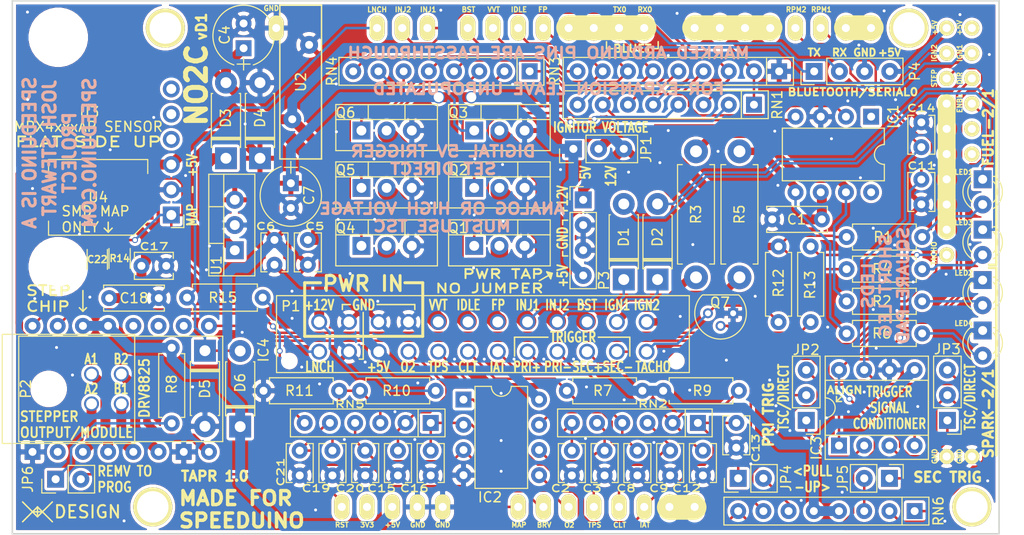
<source format=kicad_pcb>
(kicad_pcb (version 20171130) (host pcbnew "(5.1.5)-3")
  (title_block (title NO2C) (date 2020-04-18) (rev vD1) (company WTMtronics))
  (layers (0 F.Cu signal) (31 B.Cu signal) (34 B.Paste user) (35 F.Paste user) (36 B.SilkS user) (37 F.SilkS user) (38 B.Mask user) (39 F.Mask user) (44 Edge.Cuts user))
  (net 0 "")
  (net 1 Earth)
  (net 2 +5V)
  (net 3 +12V)
  (net 4 "/Inputs and Outputs/RESET")
  (net 5 "/Inputs and Outputs/TACH2-CPU-D18")
  (net 6 "/Inputs and Outputs/TACH1-CPU-D19")
  (net 7 "Net-(IC1-Pad5)")
  (net 8 "Net-(IC1-Pad2)")
  (net 9 "Net-(IC1-Pad7)")
  (net 10 "Net-(IC1-Pad4)")
  (net 11 "Net-(IC3-Pad2)")
  (net 12 "Net-(IC3-Pad3)")
  (net 13 "Net-(JP4-Pad2)")
  (net 14 "Net-(JP5-Pad2)")
  (net 15 "Net-(LED1-Pad2)")
  (net 16 "Net-(LED2-Pad2)")
  (net 17 "Net-(Q1-Pad1)")
  (net 18 "Net-(Q3-Pad1)")
  (net 19 "Net-(Q5-Pad1)")
  (net 20 "Net-(Q6-Pad1)")
  (net 21 "/Inputs and Outputs/INJ1-CPU-D8")
  (net 22 "/Inputs and Outputs/INJ2-CPU-D9")
  (net 23 "/Inputs and Outputs/CPU-D4")
  (net 24 "/Inputs and Outputs/CPU-D6")
  (net 25 "/Inputs and Outputs/CPU-D7")
  (net 26 "/Inputs and Outputs/CPU-D5")
  (net 27 "/Inputs and Outputs/IGN1-CPU-D23")
  (net 28 "/Inputs and Outputs/IGN2-CPU-D22")
  (net 29 "Net-(C1-Pad2)")
  (net 30 "Net-(C19-Pad1)")
  (net 31 "Net-(D1-Pad2)")
  (net 32 "Net-(D2-Pad2)")
  (net 33 "Net-(D3-Pad1)")
  (net 34 "Net-(LED3-Pad2)")
  (net 35 "Net-(LED4-Pad2)")
  (net 36 "Net-(Q2-Pad1)")
  (net 37 "Net-(Q4-Pad1)")
  (net 38 /STEP)
  (net 39 /DIR)
  (net 40 /ENBL)
  (net 41 /TACHO-D38)
  (net 42 "Net-(Q7-Pad2)")
  (net 43 "/Inputs and Outputs/TPS-CPU-A3")
  (net 44 "/Inputs and Outputs/CLT-CPU-A4")
  (net 45 "/Inputs and Outputs/IAT-CPU-A5")
  (net 46 "/Inputs and Outputs/O2-CPU-A2")
  (net 47 "/Inputs and Outputs/BRV-CPU-A1")
  (net 48 "/Inputs and Outputs/MAP-CPU-A0")
  (net 49 /TPS)
  (net 50 /CLT)
  (net 51 /IAT)
  (net 52 /O2)
  (net 53 /INJ1)
  (net 54 /INJ2)
  (net 55 /VR1-)
  (net 56 /VR2-)
  (net 57 /STP-A2)
  (net 58 /STP-A1)
  (net 59 /STP-B1)
  (net 60 /STP-B2)
  (net 61 /VR1+)
  (net 62 /VR2+)
  (net 63 /FUELP)
  (net 64 /BOOST)
  (net 65 /IDLE)
  (net 66 /IGN2)
  (net 67 /IGN1)
  (net 68 /TACHO)
  (net 69 /VVT)
  (net 70 /LAUNCH)
  (net 71 "Net-(C22-Pad2)")
  (net 72 "Net-(JP2-Pad3)")
  (net 73 "Net-(JP3-Pad3)")
  (net 74 "Net-(P4-Pad1)")
  (net 75 "Net-(P4-Pad2)")
  (net 76 "Net-(P4-Pad4)")
  (net 77 "Net-(JP6-Pad1)")
  (net 78 "Net-(D5-Pad1)")
  (module Resistor_THT:R_Axial_DIN0207_L6.3mm_D2.5mm_P7.62mm_Horizontal (layer F.Cu) (at 109.05 93.8)
    (fp_text reference R15 (at 3.6 0) (layer F.SilkS))
    (fp_text value 1k)
    (pad 2 thru_hole oval (at 7.62 0) (size 1.6 1.6) (drill 0.8) (layers *.Cu *.Mask) (net 70 /LAUNCH))
    (pad 1 thru_hole circle (at 0 0) (size 1.6 1.6) (drill 0.8) (layers *.Cu *.Mask) (net 78 "Net-(D5-Pad1)"))
  )
  (module Diode_THT:D_DO-41_SOD81_P7.62mm_Horizontal (layer F.Cu) (at 116.3955 79.756 90)
    (fp_text reference D4 (at 4.056 0.0045 90) (layer F.SilkS))
    (fp_text value 1N5919BG)
    (pad 2 thru_hole oval (at 7.62 0 90) (size 2.2 2.2) (drill 1.1) (layers *.Cu *.Mask) (net 1 Earth))
    (pad 1 thru_hole rect (at 0 0 90) (size 2.2 2.2) (drill 1.1) (layers *.Cu *.Mask) (net 2 +5V))
  )
  (module Diode_THT:D_DO-41_SOD81_P7.62mm_Horizontal (layer F.Cu) (at 112.9665 79.756 90)
    (fp_text reference D3 (at 4.056 -0.0165 90) (layer F.SilkS))
    (fp_text value 1N5818)
    (pad 2 thru_hole oval (at 7.62 0 90) (size 2.2 2.2) (drill 1.1) (layers *.Cu *.Mask) (net 3 +12V))
    (pad 1 thru_hole rect (at 0 0 90) (size 2.2 2.2) (drill 1.1) (layers *.Cu *.Mask) (net 33 "Net-(D3-Pad1)"))
  )
  (module Diode_THT:D_DO-41_SOD81_P7.62mm_Horizontal (layer F.Cu) (at 156.464 91.979 90)
    (fp_text reference D2 (at 4.279 -0.014 90) (layer F.SilkS))
    (fp_text value 1N4004)
    (pad 2 thru_hole oval (at 7.62 0 90) (size 2.2 2.2) (drill 1.1) (layers *.Cu *.Mask) (net 32 "Net-(D2-Pad2)"))
    (pad 1 thru_hole rect (at 0 0 90) (size 2.2 2.2) (drill 1.1) (layers *.Cu *.Mask) (net 54 /INJ2))
  )
  (module Diode_THT:D_DO-41_SOD81_P7.62mm_Horizontal (layer F.Cu) (at 153.059 91.979 90)
    (fp_text reference D1 (at 4.279 -0.009 90) (layer F.SilkS))
    (fp_text value 1N4004)
    (pad 2 thru_hole oval (at 7.62 0 90) (size 2.2 2.2) (drill 1.1) (layers *.Cu *.Mask) (net 31 "Net-(D1-Pad2)"))
    (pad 1 thru_hole rect (at 0 0 90) (size 2.2 2.2) (drill 1.1) (layers *.Cu *.Mask) (net 53 /INJ1))
  )
  (module footprnt:DRV8825 (layer F.Cu) (at 111.252 96.647 270)
    (fp_text reference IC4 (at 2.453 -5.498 270) (layer F.SilkS))
    (fp_text value CONN_02X08)
    (pad 1 thru_hole oval (at 0 0 270) (size 1.6 1.6) (drill 0.8) (layers *.Cu *.Mask) (net 40 /ENBL))
    (pad 9 thru_hole rect (at 12.7 17.78 270) (size 1.6 1.6) (drill 0.8) (layers *.Cu *.Mask) (net 1 Earth))
    (pad 2 thru_hole oval (at 0 2.54 270) (size 1.6 1.6) (drill 0.8) (layers *.Cu *.Mask))
    (pad 10 thru_hole oval (at 12.7 15.24 270) (size 1.6 1.6) (drill 0.8) (layers *.Cu *.Mask))
    (pad 3 thru_hole oval (at 0 5.08 270) (size 1.6 1.6) (drill 0.8) (layers *.Cu *.Mask))
    (pad 11 thru_hole oval (at 12.7 12.7 270) (size 1.6 1.6) (drill 0.8) (layers *.Cu *.Mask) (net 57 /STP-A2))
    (pad 4 thru_hole oval (at 0 7.62 270) (size 1.6 1.6) (drill 0.8) (layers *.Cu *.Mask))
    (pad 12 thru_hole oval (at 12.7 10.16 270) (size 1.6 1.6) (drill 0.8) (layers *.Cu *.Mask) (net 58 /STP-A1))
    (pad 5 thru_hole oval (at 0 10.16 270) (size 1.6 1.6) (drill 0.8) (layers *.Cu *.Mask) (net 2 +5V))
    (pad 13 thru_hole oval (at 12.7 7.62 270) (size 1.6 1.6) (drill 0.8) (layers *.Cu *.Mask) (net 59 /STP-B1))
    (pad 6 thru_hole oval (at 0 12.7 270) (size 1.6 1.6) (drill 0.8) (layers *.Cu *.Mask) (net 2 +5V))
    (pad 14 thru_hole oval (at 12.7 5.08 270) (size 1.6 1.6) (drill 0.8) (layers *.Cu *.Mask) (net 60 /STP-B2))
    (pad 7 thru_hole oval (at 0 15.24 270) (size 1.6 1.6) (drill 0.8) (layers *.Cu *.Mask) (net 38 /STEP))
    (pad 15 thru_hole rect (at 12.7 2.54 270) (size 1.6 1.6) (drill 0.8) (layers *.Cu *.Mask) (net 1 Earth))
    (pad 8 thru_hole oval (at 0 17.78 270) (size 1.6 1.6) (drill 0.8) (layers *.Cu *.Mask) (net 39 /DIR))
    (pad 16 thru_hole oval (at 12.7 0 270) (size 1.6 1.6) (drill 0.8) (layers *.Cu *.Mask) (net 3 +12V))
  )
  (module Diode_THT:D_DO-41_SOD81_P7.62mm_Horizontal (layer F.Cu) (at 114.4 106.8 90)
    (fp_text reference D6 (at 4.42 0 90) (layer F.SilkS))
    (fp_text value 1N5818)
    (pad 1 thru_hole rect (at 0 0 90) (size 2.2 2.2) (drill 1.1) (layers *.Cu *.Mask) (net 2 +5V))
    (pad 2 thru_hole oval (at 7.62 0 90) (size 2.2 2.2) (drill 1.1) (layers *.Cu *.Mask) (net 78 "Net-(D5-Pad1)"))
  )
  (module Diode_THT:D_DO-41_SOD81_P7.62mm_Horizontal (layer F.Cu) (at 110.85 99.15 270)
    (fp_text reference D5 (at 3.85 0 90) (layer F.SilkS))
    (fp_text value 1N5818)
    (pad 2 thru_hole oval (at 7.62 0 270) (size 2.2 2.2) (drill 1.1) (layers *.Cu *.Mask) (net 1 Earth))
    (pad 1 thru_hole rect (at 0 0 270) (size 2.2 2.2) (drill 1.1) (layers *.Cu *.Mask) (net 78 "Net-(D5-Pad1)"))
  )
  (module Useful_Stuff:JPR_2POS_SMLHL (layer F.Cu) (at 95.8 112.1 90)
    (fp_text reference JP6 (at 0 -2.8 90) (layer F.SilkS))
    (fp_text value NA)
    (pad 2 thru_hole oval (at 0 2.54 90) (size 1.7 1.7) (drill 0.8128) (layers *.Cu *.Mask) (net 4 "/Inputs and Outputs/RESET"))
    (pad 1 thru_hole rect (at 0 0 90) (size 1.7 1.7) (drill 0.8128) (layers *.Cu *.Mask) (net 77 "Net-(JP6-Pad1)"))
  )
  (module Useful_Stuff:VIA_0.6mm (layer F.Cu) (at 189.738 112.268)
    (fp_text reference REF** hide)
    (fp_text value VIA_0.6mm hide)
    (pad 1 thru_hole circle (at 0 0) (size 0.6 0.6) (drill 0.3) (layers *.Cu) (net 1 Earth))
  )
  (module Resistors_THT:R_Axial_DIN0207_L6.3mm_D2.5mm_P7.62mm_Horizontal (layer F.Cu) (at 157.0355 103.1875)
    (fp_text reference R9 (at 3.937 0) (layer F.SilkS))
    (fp_text value 2k49)
    (pad 1 thru_hole circle (at 0 0) (size 1.6 1.6) (drill 0.8) (layers *.Cu *.Mask) (net 2 +5V))
    (pad 2 thru_hole oval (at 7.62 0) (size 1.6 1.6) (drill 0.8) (layers *.Cu *.Mask) (net 51 /IAT))
  )
  (module Capacitors_THT:C_Disc_D3.8mm_W2.6mm_P2.50mm (layer F.Cu) (at 164.4015 106.426 270)
    (fp_text reference C13 (at 2.54 -1.9685 270) (layer F.SilkS) (effects (font (size 0.7 1))))
    (fp_text value u22)
    (pad 1 thru_hole circle (at 0 0 270) (size 1.6 1.6) (drill 0.8) (layers *.Cu *.Mask) (net 45 "/Inputs and Outputs/IAT-CPU-A5"))
    (pad 2 thru_hole circle (at 2.5 0 270) (size 1.6 1.6) (drill 0.8) (layers *.Cu *.Mask) (net 1 Earth))
  )
  (module Capacitors_THT:C_Disc_D3.8mm_W2.6mm_P2.50mm (layer F.Cu) (at 127 109.22 270)
    (fp_text reference C20 (at 3.81 1.524) (layer F.SilkS) (effects (font (size 0.7 1))))
    (fp_text value u22)
    (pad 1 thru_hole circle (at 0 0 270) (size 1.6 1.6) (drill 0.8) (layers *.Cu *.Mask) (net 47 "/Inputs and Outputs/BRV-CPU-A1"))
    (pad 2 thru_hole circle (at 2.5 0 270) (size 1.6 1.6) (drill 0.8) (layers *.Cu *.Mask) (net 1 Earth))
  )
  (module Useful_Stuff:VIA_0.6mm (layer F.Cu) (at 184.35 80.45)
    (fp_text reference REF** hide)
    (fp_text value VIA_0.6mm hide)
    (pad 1 thru_hole circle (at 0 0) (size 0.6 0.6) (drill 0.3) (layers *.Cu) (net 1 Earth))
  )
  (module Useful_Stuff:VIA_0.6mm (layer F.Cu) (at 156.1 108.4)
    (fp_text reference REF** hide)
    (fp_text value VIA_0.6mm hide)
    (pad 1 thru_hole circle (at 0 0) (size 0.6 0.6) (drill 0.3) (layers *.Cu) (net 1 Earth))
  )
  (module Useful_Stuff:VIA_0.6mm (layer F.Cu) (at 148 100)
    (fp_text reference REF** hide)
    (fp_text value VIA_0.6mm hide)
    (pad 1 thru_hole circle (at 0 0) (size 0.6 0.6) (drill 0.3) (layers *.Cu) (net 1 Earth))
  )
  (module Useful_Stuff:VIA_0.6mm (layer F.Cu) (at 145 100)
    (fp_text reference REF** hide)
    (fp_text value VIA_0.6mm hide)
    (pad 1 thru_hole circle (at 0 0) (size 0.6 0.6) (drill 0.3) (layers *.Cu) (net 1 Earth))
  )
  (module Useful_Stuff:VIA_0.6mm (layer F.Cu) (at 142 100)
    (fp_text reference REF** hide)
    (fp_text value VIA_0.6mm hide)
    (pad 1 thru_hole circle (at 0 0) (size 0.6 0.6) (drill 0.3) (layers *.Cu) (net 1 Earth))
  )
  (module Useful_Stuff:VIA_0.6mm (layer F.Cu) (at 139 100)
    (fp_text reference REF** hide)
    (fp_text value VIA_0.6mm hide)
    (pad 1 thru_hole circle (at 0 0) (size 0.6 0.6) (drill 0.3) (layers *.Cu) (net 1 Earth))
  )
  (module Useful_Stuff:VIA_0.6mm (layer F.Cu) (at 136 100)
    (fp_text reference REF** hide)
    (fp_text value VIA_0.6mm hide)
    (pad 1 thru_hole circle (at 0 0) (size 0.6 0.6) (drill 0.3) (layers *.Cu) (net 1 Earth))
  )
  (module Useful_Stuff:VIA_0.6mm (layer F.Cu) (at 157.1 99.2)
    (fp_text reference REF** hide)
    (fp_text value VIA_0.6mm hide)
    (pad 1 thru_hole circle (at 0 0) (size 0.6 0.6) (drill 0.3) (layers *.Cu) (net 1 Earth))
  )
  (module Useful_Stuff:VIA_0.6mm (layer F.Cu) (at 168.4 104.7)
    (fp_text reference REF** hide)
    (fp_text value VIA_0.6mm hide)
    (pad 1 thru_hole circle (at 0 0) (size 0.6 0.6) (drill 0.3) (layers *.Cu) (net 1 Earth))
  )
  (module Useful_Stuff:VIA_0.6mm (layer F.Cu) (at 153.1 104.1)
    (fp_text reference REF** hide)
    (fp_text value VIA_0.6mm hide)
    (pad 1 thru_hole circle (at 0 0) (size 0.6 0.6) (drill 0.3) (layers *.Cu) (net 1 Earth))
  )
  (module Useful_Stuff:VIA_0.6mm (layer F.Cu) (at 169.8 107.2)
    (fp_text reference REF** hide)
    (fp_text value VIA_0.6mm hide)
    (pad 1 thru_hole circle (at 0 0) (size 0.6 0.6) (drill 0.3) (layers *.Cu) (net 1 Earth))
  )
  (module Useful_Stuff:VIA_0.6mm (layer F.Cu) (at 149.20214 107.99826)
    (fp_text reference REF** hide)
    (fp_text value VIA_0.6mm hide)
    (pad 1 thru_hole circle (at 0 0) (size 0.6 0.6) (drill 0.3) (layers *.Cu) (net 1 Earth))
  )
  (module Useful_Stuff:VIA_0.6mm (layer F.Cu) (at 132 108.1)
    (fp_text reference REF** hide)
    (fp_text value VIA_0.6mm hide)
    (pad 1 thru_hole circle (at 0 0) (size 0.6 0.6) (drill 0.3) (layers *.Cu) (net 1 Earth))
  )
  (module Useful_Stuff:VIA_0.6mm (layer F.Cu) (at 124.9 108.1)
    (fp_text reference REF** hide)
    (fp_text value VIA_0.6mm hide)
    (pad 1 thru_hole circle (at 0 0) (size 0.6 0.6) (drill 0.3) (layers *.Cu) (net 1 Earth))
  )
  (module Useful_Stuff:VIA_0.6mm (layer F.Cu) (at 114.9 76.3)
    (fp_text reference REF** hide)
    (fp_text value VIA_0.6mm hide)
    (pad 1 thru_hole circle (at 0 0) (size 0.6 0.6) (drill 0.3) (layers *.Cu) (net 1 Earth))
  )
  (module Useful_Stuff:VIA_0.6mm (layer F.Cu) (at 108.9 81.5)
    (fp_text reference REF** hide)
    (fp_text value VIA_0.6mm hide)
    (pad 1 thru_hole circle (at 0 0) (size 0.6 0.6) (drill 0.3) (layers *.Cu) (net 1 Earth))
  )
  (module Useful_Stuff:VIA_0.6mm (layer F.Cu) (at 111 91)
    (fp_text reference REF** hide)
    (fp_text value VIA_0.6mm hide)
    (pad 1 thru_hole circle (at 0 0) (size 0.6 0.6) (drill 0.3) (layers *.Cu) (net 1 Earth))
  )
  (module Useful_Stuff:VIA_0.6mm (layer F.Cu) (at 120.6 100.8)
    (fp_text reference REF** hide)
    (fp_text value VIA_0.6mm hide)
    (pad 1 thru_hole circle (at 0 0) (size 0.6 0.6) (drill 0.3) (layers *.Cu) (net 1 Earth))
  )
  (module Useful_Stuff:VIA_0.6mm (layer F.Cu) (at 122.4 102.5)
    (fp_text reference REF** hide)
    (fp_text value VIA_0.6mm hide)
    (pad 1 thru_hole circle (at 0 0) (size 0.6 0.6) (drill 0.3) (layers *.Cu) (net 1 Earth))
  )
  (module Useful_Stuff:VIA_0.6mm (layer F.Cu) (at 127 100.3)
    (fp_text reference REF** hide)
    (fp_text value VIA_0.6mm hide)
    (pad 1 thru_hole circle (at 0 0) (size 0.6 0.6) (drill 0.3) (layers *.Cu) (net 1 Earth))
  )
  (module Useful_Stuff:VIA_0.6mm (layer F.Cu) (at 132.3 102.4)
    (fp_text reference REF** hide)
    (fp_text value VIA_0.6mm hide)
    (pad 1 thru_hole circle (at 0 0) (size 0.6 0.6) (drill 0.3) (layers *.Cu) (net 1 Earth))
  )
  (module Useful_Stuff:VIA_0.6mm (layer F.Cu) (at 141.859 72.3)
    (fp_text reference REF** hide)
    (fp_text value VIA_0.6mm hide)
    (pad 1 thru_hole circle (at 0 0) (size 0.6 0.6) (drill 0.3) (layers *.Cu) (net 1 Earth))
  )
  (module Resistors_SMD:R_1206 (layer F.Cu) (at 102.25 89.85 90)
    (fp_text reference R14 (at 0 0 180) (layer F.SilkS) (effects (font (size 0.7 0.7))))
    (fp_text value 51k)
    (pad 1 smd rect (at -1.45 0 90) (size 0.9 1.7) (layers F.Cu F.Paste F.Mask) (net 1 Earth))
    (pad 2 smd rect (at 1.45 0 90) (size 0.9 1.7) (layers F.Cu F.Paste F.Mask) (net 71 "Net-(C22-Pad2)"))
  )
  (module Useful_Stuff:VIA_0.6mm (layer F.Cu) (at 176.911 81.7245)
    (fp_text reference REF** hide)
    (fp_text value VIA_0.6mm hide)
    (pad 1 thru_hole circle (at 0 0) (size 0.6 0.6) (drill 0.3) (layers *.Cu) (net 1 Earth))
  )
  (module Useful_Stuff:VIA_0.6mm (layer F.Cu) (at 130 105.3)
    (fp_text reference REF** hide)
    (fp_text value VIA_0.6mm hide)
    (pad 1 thru_hole circle (at 0 0) (size 0.6 0.6) (drill 0.3) (layers *.Cu) (net 1 Earth))
  )
  (module Useful_Stuff:VIA_0.6mm (layer F.Cu) (at 179.3 64.9)
    (fp_text reference REF** hide)
    (fp_text value VIA_0.6mm hide)
    (pad 1 thru_hole circle (at 0 0) (size 0.6 0.6) (drill 0.3) (layers *.Cu) (net 1 Earth))
  )
  (module Useful_Stuff:VIA_0.6mm (layer F.Cu) (at 95.89262 98.82632)
    (fp_text reference REF** hide)
    (fp_text value VIA_0.6mm hide)
    (pad 1 thru_hole circle (at 0 0) (size 0.6 0.6) (drill 0.3) (layers *.Cu) (net 1 Earth))
  )
  (module Resistors_THT:R_Axial_DIN0411_L9.9mm_D3.6mm_P12.70mm_Horizontal (layer F.Cu) (at 164.719 79.0575 270)
    (fp_text reference R5 (at 6.35 0 270) (layer F.SilkS))
    (fp_text value "47 2w")
    (pad 1 thru_hole circle (at 0 0 270) (size 2.4 2.4) (drill 1.2) (layers *.Cu *.Mask) (net 7 "Net-(IC1-Pad5)"))
    (pad 2 thru_hole oval (at 12.7 0 270) (size 2.4 2.4) (drill 1.2) (layers *.Cu *.Mask) (net 66 /IGN2))
  )
  (module Useful_Stuff:VIA_0.6mm (layer F.Cu) (at 149.3 102.8)
    (fp_text reference REF** hide)
    (fp_text value VIA_0.6mm hide)
    (pad 1 thru_hole circle (at 0 0) (size 0.6 0.6) (drill 0.3) (layers *.Cu) (net 1 Earth))
  )
  (module WTM (layer F.Cu) (at 92.472 114.3905)
    (fp_text reference REF** hide)
    (fp_text value WTM hide)
  )
  (module Useful_Stuff:VIA_0.6mm (layer F.Cu) (at 173.609 96.774)
    (fp_text reference REF** hide)
    (fp_text value VIA_0.6mm hide)
    (pad 1 thru_hole circle (at 0 0) (size 0.6 0.6) (drill 0.3) (layers *.Cu) (net 1 Earth))
  )
  (module Useful_Stuff:VIA_0.6mm (layer F.Cu) (at 180.35 88.5)
    (fp_text reference REF** hide)
    (fp_text value VIA_0.6mm hide)
    (pad 1 thru_hole circle (at 0 0) (size 0.6 0.6) (drill 0.3) (layers *.Cu) (net 1 Earth))
  )
  (module Useful_Stuff:VIA_0.6mm (layer F.Cu) (at 187.96 88.4428)
    (fp_text reference REF** hide)
    (fp_text value VIA_0.6mm hide)
    (pad 1 thru_hole circle (at 0 0) (size 0.6 0.6) (drill 0.3) (layers *.Cu) (net 1 Earth))
  )
  (module Useful_Stuff:VIA_0.6mm (layer F.Cu) (at 173.99 77.7875)
    (fp_text reference REF** hide)
    (fp_text value VIA_0.6mm hide)
    (pad 1 thru_hole circle (at 0 0) (size 0.6 0.6) (drill 0.3) (layers *.Cu) (net 1 Earth))
  )
  (module Useful_Stuff:VIA_0.6mm (layer F.Cu) (at 168.275 77.0255)
    (fp_text reference REF** hide)
    (fp_text value VIA_0.6mm hide)
    (pad 1 thru_hole circle (at 0 0) (size 0.6 0.6) (drill 0.3) (layers *.Cu) (net 1 Earth))
  )
  (module Useful_Stuff:VIA_0.6mm (layer F.Cu) (at 180.45 73.85)
    (fp_text reference REF** hide)
    (fp_text value VIA_0.6mm hide)
    (pad 1 thru_hole circle (at 0 0) (size 0.6 0.6) (drill 0.3) (layers *.Cu) (net 1 Earth))
  )
  (module Useful_Stuff:VIA_0.6mm (layer F.Cu) (at 172.23486 92.35694)
    (fp_text reference REF** hide)
    (fp_text value VIA_0.6mm hide)
    (pad 1 thru_hole circle (at 0 0) (size 0.6 0.6) (drill 0.3) (layers *.Cu) (net 1 Earth))
  )
  (module Useful_Stuff:VIA_0.6mm (layer F.Cu) (at 182.2323 92.22232)
    (fp_text reference REF** hide)
    (fp_text value VIA_0.6mm hide)
    (pad 1 thru_hole circle (at 0 0) (size 0.6 0.6) (drill 0.3) (layers *.Cu) (net 1 Earth))
  )
  (module Useful_Stuff:VIA_0.6mm (layer F.Cu) (at 179.05 92.05)
    (fp_text reference REF** hide)
    (fp_text value VIA_0.6mm hide)
    (pad 1 thru_hole circle (at 0 0) (size 0.6 0.6) (drill 0.3) (layers *.Cu) (net 1 Earth))
  )
  (module Useful_Stuff:VIA_0.6mm (layer F.Cu) (at 97.5 101.6)
    (fp_text reference REF** hide)
    (fp_text value VIA_0.6mm hide)
    (pad 1 thru_hole circle (at 0 0) (size 0.6 0.6) (drill 0.3) (layers *.Cu) (net 1 Earth))
  )
  (module Useful_Stuff:VIA_0.6mm (layer F.Cu) (at 124.2695 85.9155)
    (fp_text reference REF** hide)
    (fp_text value VIA_0.6mm hide)
    (pad 1 thru_hole circle (at 0 0) (size 0.6 0.6) (drill 0.3) (layers *.Cu) (net 1 Earth))
  )
  (module Useful_Stuff:VIA_0.6mm (layer F.Cu) (at 124.1 77.089)
    (fp_text reference REF** hide)
    (fp_text value VIA_0.6mm hide)
    (pad 1 thru_hole circle (at 0 0) (size 0.6 0.6) (drill 0.3) (layers *.Cu) (net 1 Earth))
  )
  (module Useful_Stuff:VIA_0.6mm (layer F.Cu) (at 125.476 91.3765)
    (fp_text reference REF** hide)
    (fp_text value VIA_0.6mm hide)
    (pad 1 thru_hole circle (at 0 0) (size 0.6 0.6) (drill 0.3) (layers *.Cu) (net 1 Earth))
  )
  (module Useful_Stuff:VIA_0.6mm (layer F.Cu) (at 128.27 94.1705)
    (fp_text reference REF** hide)
    (fp_text value VIA_0.6mm hide)
    (pad 1 thru_hole circle (at 0 0) (size 0.6 0.6) (drill 0.3) (layers *.Cu) (net 1 Earth))
  )
  (module Useful_Stuff:VIA_0.6mm (layer F.Cu) (at 119.6213 93.15196)
    (fp_text reference REF** hide)
    (fp_text value VIA_0.6mm hide)
    (pad 1 thru_hole circle (at 0 0) (size 0.6 0.6) (drill 0.3) (layers *.Cu) (net 1 Earth))
  )
  (module Useful_Stuff:VIA_0.6mm (layer F.Cu) (at 119.634 95.885)
    (fp_text reference REF** hide)
    (fp_text value VIA_0.6mm hide)
    (pad 1 thru_hole circle (at 0 0) (size 0.6 0.6) (drill 0.3) (layers *.Cu) (net 1 Earth))
  )
  (module Useful_Stuff:VIA_0.6mm (layer F.Cu) (at 185.547 91.44)
    (fp_text reference REF** hide)
    (fp_text value VIA_0.6mm hide)
    (pad 1 thru_hole circle (at 0 0) (size 0.6 0.6) (drill 0.3) (layers *.Cu) (net 1 Earth))
  )
  (module Useful_Stuff:VIA_0.6mm (layer F.Cu) (at 162.56 79.0575)
    (fp_text reference REF** hide)
    (fp_text value VIA_0.6mm hide)
    (pad 1 thru_hole circle (at 0 0) (size 0.6 0.6) (drill 0.3) (layers *.Cu) (net 1 Earth))
  )
  (module Useful_Stuff:VIA_0.6mm (layer F.Cu) (at 157.5435 76.962)
    (fp_text reference REF** hide)
    (fp_text value VIA_0.6mm hide)
    (pad 1 thru_hole circle (at 0 0) (size 0.6 0.6) (drill 0.3) (layers *.Cu) (net 1 Earth))
  )
  (module Useful_Stuff:VIA_0.6mm (layer F.Cu) (at 168.5925 82.4865)
    (fp_text reference REF** hide)
    (fp_text value VIA_0.6mm hide)
    (pad 1 thru_hole circle (at 0 0) (size 0.6 0.6) (drill 0.3) (layers *.Cu) (net 1 Earth))
  )
  (module Useful_Stuff:VIA_0.6mm (layer F.Cu) (at 160.02 88.4555)
    (fp_text reference REF** hide)
    (fp_text value VIA_0.6mm hide)
    (pad 1 thru_hole circle (at 0 0) (size 0.6 0.6) (drill 0.3) (layers *.Cu) (net 1 Earth))
  )
  (module Useful_Stuff:VIA_0.6mm (layer F.Cu) (at 166.3065 93.6625)
    (fp_text reference REF** hide)
    (fp_text value VIA_0.6mm hide)
    (pad 1 thru_hole circle (at 0 0) (size 0.6 0.6) (drill 0.3) (layers *.Cu) (net 1 Earth))
  )
  (module Useful_Stuff:VIA_0.6mm (layer F.Cu) (at 156.7 80.2)
    (fp_text reference REF** hide)
    (fp_text value VIA_0.6mm hide)
    (pad 1 thru_hole circle (at 0 0) (size 0.6 0.6) (drill 0.3) (layers *.Cu) (net 1 Earth))
  )
  (module Useful_Stuff:VIA_0.6mm (layer F.Cu) (at 153.543 81.153)
    (fp_text reference REF** hide)
    (fp_text value VIA_0.6mm hide)
    (pad 1 thru_hole circle (at 0 0) (size 0.6 0.6) (drill 0.3) (layers *.Cu) (net 1 Earth))
  )
  (module Useful_Stuff:VIA_0.6mm (layer F.Cu) (at 180.594 95.1)
    (fp_text reference REF** hide)
    (fp_text value VIA_0.6mm hide)
    (pad 1 thru_hole circle (at 0 0) (size 0.6 0.6) (drill 0.3) (layers *.Cu) (net 1 Earth))
  )
  (module Useful_Stuff:VIA_0.6mm (layer F.Cu) (at 178.5 98.9)
    (fp_text reference REF** hide)
    (fp_text value VIA_0.6mm hide)
    (pad 1 thru_hole circle (at 0 0) (size 0.6 0.6) (drill 0.3) (layers *.Cu) (net 1 Earth))
  )
  (module Useful_Stuff:VIA_0.6mm (layer F.Cu) (at 178.2 86.8)
    (fp_text reference REF** hide)
    (fp_text value VIA_0.6mm hide)
    (pad 1 thru_hole circle (at 0 0) (size 0.6 0.6) (drill 0.3) (layers *.Cu) (net 1 Earth))
  )
  (module Useful_Stuff:VIA_0.6mm (layer F.Cu) (at 178.2 95)
    (fp_text reference REF** hide)
    (fp_text value VIA_0.6mm hide)
    (pad 1 thru_hole circle (at 0 0) (size 0.6 0.6) (drill 0.3) (layers *.Cu) (net 1 Earth))
  )
  (module Useful_Stuff:VIA_0.6mm (layer F.Cu) (at 140.7 111.3)
    (fp_text reference REF** hide)
    (fp_text value VIA_0.6mm hide)
    (pad 1 thru_hole circle (at 0 0) (size 0.6 0.6) (drill 0.3) (layers *.Cu) (net 1 Earth))
  )
  (module Useful_Stuff:VIA_0.6mm (layer F.Cu) (at 140.7 108.204)
    (fp_text reference REF** hide)
    (fp_text value VIA_0.6mm hide)
    (pad 1 thru_hole circle (at 0 0) (size 0.6 0.6) (drill 0.3) (layers *.Cu) (net 1 Earth))
  )
  (module Useful_Stuff:VIA_0.6mm (layer F.Cu) (at 140.7 103.4415)
    (fp_text reference REF** hide)
    (fp_text value VIA_0.6mm hide)
    (pad 1 thru_hole circle (at 0 0) (size 0.6 0.6) (drill 0.3) (layers *.Cu) (net 1 Earth))
  )
  (module Useful_Stuff:VIA_0.6mm (layer F.Cu) (at 138.049 79.8195)
    (fp_text reference REF** hide)
    (fp_text value VIA_0.6mm hide)
    (pad 1 thru_hole circle (at 0 0) (size 0.6 0.6) (drill 0.3) (layers *.Cu) (net 1 Earth))
  )
  (module Useful_Stuff:VIA_0.6mm (layer F.Cu) (at 137.9855 85.471)
    (fp_text reference REF** hide)
    (fp_text value VIA_0.6mm hide)
    (pad 1 thru_hole circle (at 0 0) (size 0.6 0.6) (drill 0.3) (layers *.Cu) (net 1 Earth))
  )
  (module Useful_Stuff:VIA_0.6mm (layer F.Cu) (at 133.6675 84.2645)
    (fp_text reference REF** hide)
    (fp_text value VIA_0.6mm hide)
    (pad 1 thru_hole circle (at 0 0) (size 0.6 0.6) (drill 0.3) (layers *.Cu) (net 1 Earth))
  )
  (module Useful_Stuff:VIA_0.6mm (layer F.Cu) (at 140.9065 86.106)
    (fp_text reference REF** hide)
    (fp_text value VIA_0.6mm hide)
    (pad 1 thru_hole circle (at 0 0) (size 0.6 0.6) (drill 0.3) (layers *.Cu) (net 1 Earth))
  )
  (module Useful_Stuff:VIA_0.6mm (layer F.Cu) (at 140.843 80.391)
    (fp_text reference REF** hide)
    (fp_text value VIA_0.6mm hide)
    (pad 1 thru_hole circle (at 0 0) (size 0.6 0.6) (drill 0.3) (layers *.Cu) (net 1 Earth))
  )
  (module Useful_Stuff:VIA_0.6mm (layer F.Cu) (at 124.079 72.263)
    (fp_text reference REF** hide)
    (fp_text value VIA_0.6mm hide)
    (pad 1 thru_hole circle (at 0 0) (size 0.6 0.6) (drill 0.3) (layers *.Cu) (net 1 Earth))
  )
  (module Useful_Stuff:VIA_0.6mm (layer F.Cu) (at 127.889 79.8195)
    (fp_text reference REF** hide)
    (fp_text value VIA_0.6mm hide)
    (pad 1 thru_hole circle (at 0 0) (size 0.6 0.6) (drill 0.3) (layers *.Cu) (net 1 Earth))
  )
  (module Useful_Stuff:VIA_0.6mm (layer F.Cu) (at 127.9525 85.9155)
    (fp_text reference REF** hide)
    (fp_text value VIA_0.6mm hide)
    (pad 1 thru_hole circle (at 0 0) (size 0.6 0.6) (drill 0.3) (layers *.Cu) (net 1 Earth))
  )
  (module Useful_Stuff:VIA_0.6mm (layer F.Cu) (at 137.922 90.805)
    (fp_text reference REF** hide)
    (fp_text value VIA_0.6mm hide)
    (pad 1 thru_hole circle (at 0 0) (size 0.6 0.6) (drill 0.3) (layers *.Cu) (net 1 Earth))
  )
  (module Useful_Stuff:VIA_0.6mm (layer F.Cu) (at 146.685 80.899)
    (fp_text reference REF** hide)
    (fp_text value VIA_0.6mm hide)
    (pad 1 thru_hole circle (at 0 0) (size 0.6 0.6) (drill 0.3) (layers *.Cu) (net 1 Earth))
  )
  (module Useful_Stuff:VIA_0.6mm (layer F.Cu) (at 163.4 100.1)
    (fp_text reference REF** hide)
    (fp_text value VIA_0.6mm hide)
    (pad 1 thru_hole circle (at 0 0) (size 0.6 0.6) (drill 0.3) (layers *.Cu) (net 1 Earth))
  )
  (module Useful_Stuff:VIA_0.6mm (layer F.Cu) (at 158.75 95.6945)
    (fp_text reference REF** hide)
    (fp_text value VIA_0.6mm hide)
    (pad 1 thru_hole circle (at 0 0) (size 0.6 0.6) (drill 0.3) (layers *.Cu) (net 1 Earth))
  )
  (module Useful_Stuff:VIA_0.6mm (layer F.Cu) (at 134.62 64.8335)
    (fp_text reference REF** hide)
    (fp_text value VIA_0.6mm hide)
    (pad 1 thru_hole circle (at 0 0) (size 0.6 0.6) (drill 0.3) (layers *.Cu) (net 1 Earth))
  )
  (module Useful_Stuff:VIA_0.6mm (layer F.Cu) (at 158.4325 65.151)
    (fp_text reference REF** hide)
    (fp_text value VIA_0.6mm hide)
    (pad 1 thru_hole circle (at 0 0) (size 0.6 0.6) (drill 0.3) (layers *.Cu) (net 1 Earth))
  )
  (module Useful_Stuff:VIA_0.6mm (layer F.Cu) (at 157.5435 69.4)
    (fp_text reference REF** hide)
    (fp_text value VIA_0.6mm hide)
    (pad 1 thru_hole circle (at 0 0) (size 0.6 0.6) (drill 0.3) (layers *.Cu) (net 1 Earth))
  )
  (module Useful_Stuff:VIA_0.6mm (layer F.Cu) (at 111.3 88.6)
    (fp_text reference REF** hide)
    (fp_text value VIA_0.6mm hide)
    (pad 1 thru_hole circle (at 0 0) (size 0.6 0.6) (drill 0.3) (layers *.Cu) (net 1 Earth))
  )
  (module Resistors_THT:R_Array_SIP9 (layer F.Cu) (at 168.7195 70.993 180)
    (fp_text reference RN3 (at 22.606 0 270) (layer F.SilkS))
    (fp_text value 100k)
    (pad 1 thru_hole rect (at 0 0 180) (size 1.6 1.6) (drill 0.8) (layers *.Cu *.Mask) (net 1 Earth))
    (pad 2 thru_hole oval (at 2.54 0 180) (size 1.6 1.6) (drill 0.8) (layers *.Cu *.Mask) (net 21 "/Inputs and Outputs/INJ1-CPU-D8"))
    (pad 3 thru_hole oval (at 5.08 0 180) (size 1.6 1.6) (drill 0.8) (layers *.Cu *.Mask) (net 22 "/Inputs and Outputs/INJ2-CPU-D9"))
    (pad 4 thru_hole oval (at 7.62 0 180) (size 1.6 1.6) (drill 0.8) (layers *.Cu *.Mask) (net 8 "Net-(IC1-Pad2)"))
    (pad 5 thru_hole oval (at 10.16 0 180) (size 1.6 1.6) (drill 0.8) (layers *.Cu *.Mask) (net 10 "Net-(IC1-Pad4)"))
    (pad 6 thru_hole oval (at 12.7 0 180) (size 1.6 1.6) (drill 0.8) (layers *.Cu *.Mask) (net 23 "/Inputs and Outputs/CPU-D4"))
    (pad 7 thru_hole oval (at 15.24 0 180) (size 1.6 1.6) (drill 0.8) (layers *.Cu *.Mask) (net 26 "/Inputs and Outputs/CPU-D5"))
    (pad 8 thru_hole oval (at 17.78 0 180) (size 1.6 1.6) (drill 0.8) (layers *.Cu *.Mask) (net 24 "/Inputs and Outputs/CPU-D6"))
    (pad 9 thru_hole oval (at 20.32 0 180) (size 1.6 1.6) (drill 0.8) (layers *.Cu *.Mask) (net 25 "/Inputs and Outputs/CPU-D7"))
  )
  (module TO_SOT_Packages_THT:TO-220_Vertical (layer F.Cu) (at 126.619 88.5825)
    (fp_text reference Q4 (at -1.6 -1.8) (layer F.SilkS))
    (fp_text value STP62NS04Z)
    (pad 1 thru_hole rect (at 0 0) (size 1.8 1.8) (drill 1) (layers *.Cu *.Mask) (net 37 "Net-(Q4-Pad1)"))
    (pad 2 thru_hole oval (at 2.54 0) (size 1.8 1.8) (drill 1) (layers *.Cu *.Mask) (net 69 /VVT))
    (pad 3 thru_hole oval (at 5.08 0) (size 1.8 1.8) (drill 1) (layers *.Cu *.Mask) (net 1 Earth))
  )
  (module TO_SOT_Packages_THT:TO-220_Vertical (layer F.Cu) (at 126.619 82.7405)
    (fp_text reference Q5 (at -1.6 -1.8) (layer F.SilkS))
    (fp_text value STP62NS04Z)
    (pad 1 thru_hole rect (at 0 0) (size 1.8 1.8) (drill 1) (layers *.Cu *.Mask) (net 19 "Net-(Q5-Pad1)"))
    (pad 2 thru_hole oval (at 2.54 0) (size 1.8 1.8) (drill 1) (layers *.Cu *.Mask) (net 65 /IDLE))
    (pad 3 thru_hole oval (at 5.08 0) (size 1.8 1.8) (drill 1) (layers *.Cu *.Mask) (net 1 Earth))
  )
  (module TO_SOT_Packages_THT:TO-220_Vertical (layer F.Cu) (at 126.619 76.962)
    (fp_text reference Q6 (at -1.6 -1.8) (layer F.SilkS))
    (fp_text value STP62NS04Z)
    (pad 1 thru_hole rect (at 0 0) (size 1.8 1.8) (drill 1) (layers *.Cu *.Mask) (net 20 "Net-(Q6-Pad1)"))
    (pad 2 thru_hole oval (at 2.54 0) (size 1.8 1.8) (drill 1) (layers *.Cu *.Mask) (net 63 /FUELP))
    (pad 3 thru_hole oval (at 5.08 0) (size 1.8 1.8) (drill 1) (layers *.Cu *.Mask) (net 1 Earth))
  )
  (module TO_SOT_Packages_THT:TO-220_Vertical (layer F.Cu) (at 137.9855 76.962)
    (fp_text reference Q3 (at -1.6 -1.8) (layer F.SilkS))
    (fp_text value STP62NS04Z)
    (pad 1 thru_hole rect (at 0 0) (size 1.8 1.8) (drill 1) (layers *.Cu *.Mask) (net 18 "Net-(Q3-Pad1)"))
    (pad 2 thru_hole oval (at 2.54 0) (size 1.8 1.8) (drill 1) (layers *.Cu *.Mask) (net 64 /BOOST))
    (pad 3 thru_hole oval (at 5.08 0) (size 1.8 1.8) (drill 1) (layers *.Cu *.Mask) (net 1 Earth))
  )
  (module TO_SOT_Packages_THT:TO-220_Vertical (layer F.Cu) (at 137.9855 82.7405)
    (fp_text reference Q2 (at -1.6 -1.8) (layer F.SilkS))
    (fp_text value STP62NS04Z)
    (pad 1 thru_hole rect (at 0 0) (size 1.8 1.8) (drill 1) (layers *.Cu *.Mask) (net 36 "Net-(Q2-Pad1)"))
    (pad 2 thru_hole oval (at 2.54 0) (size 1.8 1.8) (drill 1) (layers *.Cu *.Mask) (net 54 /INJ2))
    (pad 3 thru_hole oval (at 5.08 0) (size 1.8 1.8) (drill 1) (layers *.Cu *.Mask) (net 1 Earth))
  )
  (module TO_SOT_Packages_THT:TO-220_Vertical (layer F.Cu) (at 137.9855 88.5825)
    (fp_text reference Q1 (at -1.6 -1.8) (layer F.SilkS))
    (fp_text value STP62NS04Z)
    (pad 1 thru_hole rect (at 0 0) (size 1.8 1.8) (drill 1) (layers *.Cu *.Mask) (net 17 "Net-(Q1-Pad1)"))
    (pad 2 thru_hole oval (at 2.54 0) (size 1.8 1.8) (drill 1) (layers *.Cu *.Mask) (net 53 /INJ1))
    (pad 3 thru_hole oval (at 5.08 0) (size 1.8 1.8) (drill 1) (layers *.Cu *.Mask) (net 1 Earth))
  )
  (module Connectors_Molex:Molex_Microfit3_Header_02x12_Straight_43045-2428 (layer F.Cu) (at 122.3645 96.2505 180)
    (fp_text reference P1 (at 2.8575 1.5875 180) (layer F.SilkS))
    (fp_text value CONN_02X12)
    (pad "" np_thru_hole circle (at -36 -3.94 180) (size 1.1 1.1) (drill 1.1) (layers *.Cu *.Mask))
    (pad 1 thru_hole circle (at 0 0 180) (size 1.6 1.6) (drill 1.1) (layers *.Cu *.Mask) (net 3 +12V))
    (pad 2 thru_hole circle (at -3 0 180) (size 1.6 1.6) (drill 1.1) (layers *.Cu *.Mask) (net 1 Earth))
    (pad 3 thru_hole circle (at -6 0 180) (size 1.6 1.6) (drill 1.1) (layers *.Cu *.Mask) (net 1 Earth))
    (pad 4 thru_hole circle (at -9 0 180) (size 1.6 1.6) (drill 1.1) (layers *.Cu *.Mask) (net 1 Earth))
    (pad 5 thru_hole circle (at -12 0 180) (size 1.6 1.6) (drill 1.1) (layers *.Cu *.Mask) (net 69 /VVT))
    (pad 6 thru_hole circle (at -15 0 180) (size 1.6 1.6) (drill 1.1) (layers *.Cu *.Mask) (net 65 /IDLE))
    (pad 7 thru_hole circle (at -18 0 180) (size 1.6 1.6) (drill 1.1) (layers *.Cu *.Mask) (net 63 /FUELP))
    (pad 8 thru_hole circle (at -21 0 180) (size 1.6 1.6) (drill 1.1) (layers *.Cu *.Mask) (net 53 /INJ1))
    (pad 9 thru_hole circle (at -24 0 180) (size 1.6 1.6) (drill 1.1) (layers *.Cu *.Mask) (net 54 /INJ2))
    (pad 10 thru_hole circle (at -27 0 180) (size 1.6 1.6) (drill 1.1) (layers *.Cu *.Mask) (net 64 /BOOST))
    (pad 11 thru_hole circle (at -30 0 180) (size 1.6 1.6) (drill 1.1) (layers *.Cu *.Mask) (net 67 /IGN1))
    (pad 12 thru_hole circle (at -33 0 180) (size 1.6 1.6) (drill 1.1) (layers *.Cu *.Mask) (net 66 /IGN2))
    (pad 13 thru_hole circle (at 0 -3 180) (size 1.6 1.6) (drill 1.1) (layers *.Cu *.Mask) (net 70 /LAUNCH))
    (pad 14 thru_hole circle (at -3 -3 180) (size 1.6 1.6) (drill 1.1) (layers *.Cu *.Mask) (net 1 Earth))
    (pad 15 thru_hole circle (at -6 -3 180) (size 1.6 1.6) (drill 1.1) (layers *.Cu *.Mask) (net 2 +5V))
    (pad 16 thru_hole circle (at -9 -3 180) (size 1.6 1.6) (drill 1.1) (layers *.Cu *.Mask) (net 52 /O2))
    (pad 17 thru_hole circle (at -12 -3 180) (size 1.6 1.6) (drill 1.1) (layers *.Cu *.Mask) (net 49 /TPS))
    (pad 18 thru_hole circle (at -15 -3 180) (size 1.6 1.6) (drill 1.1) (layers *.Cu *.Mask) (net 50 /CLT))
    (pad 19 thru_hole circle (at -18 -3 180) (size 1.6 1.6) (drill 1.1) (layers *.Cu *.Mask) (net 51 /IAT))
    (pad 20 thru_hole circle (at -21 -3 180) (size 1.6 1.6) (drill 1.1) (layers *.Cu *.Mask) (net 61 /VR1+))
    (pad 21 thru_hole circle (at -24 -3 180) (size 1.6 1.6) (drill 1.1) (layers *.Cu *.Mask) (net 55 /VR1-))
    (pad 22 thru_hole circle (at -27 -3 180) (size 1.6 1.6) (drill 1.1) (layers *.Cu *.Mask) (net 62 /VR2+))
    (pad 23 thru_hole circle (at -30 -3 180) (size 1.6 1.6) (drill 1.1) (layers *.Cu *.Mask) (net 56 /VR2-))
    (pad 24 thru_hole circle (at -33 -3 180) (size 1.6 1.6) (drill 1.1) (layers *.Cu *.Mask) (net 68 /TACHO))
    (pad "" np_thru_hole circle (at 3 -3.94 180) (size 1.1 1.1) (drill 1.1) (layers *.Cu *.Mask))
  )
  (module Useful_Stuff:VIA_0.6mm (layer F.Cu) (at 114.6 97.3)
    (fp_text reference REF** hide)
    (fp_text value VIA_0.6mm hide)
    (pad 1 thru_hole circle (at 0 0) (size 0.6 0.6) (drill 0.3) (layers *.Cu) (net 1 Earth))
  )
  (module Useful_Stuff:VIA_0.6mm (layer F.Cu) (at 98.2 87.4)
    (fp_text reference REF** hide)
    (fp_text value VIA_0.6mm hide)
    (pad 1 thru_hole circle (at 0 0) (size 0.6 0.6) (drill 0.3) (layers *.Cu) (net 1 Earth))
  )
  (module Useful_Stuff:VIA_0.6mm (layer F.Cu) (at 99.25 93.75)
    (fp_text reference REF** hide)
    (fp_text value VIA_0.6mm hide)
    (pad 1 thru_hole circle (at 0 0) (size 0.6 0.6) (drill 0.3) (layers *.Cu) (net 1 Earth))
  )
  (module Useful_Stuff:VIA_0.6mm (layer F.Cu) (at 165.862 110.5535)
    (fp_text reference REF** hide)
    (fp_text value VIA_0.6mm hide)
    (pad 1 thru_hole circle (at 0 0) (size 0.6 0.6) (drill 0.3) (layers *.Cu) (net 1 Earth))
  )
  (module Useful_Stuff:VIA_0.6mm (layer F.Cu) (at 175.0695 113.411)
    (fp_text reference REF** hide)
    (fp_text value VIA_0.6mm hide)
    (pad 1 thru_hole circle (at 0 0) (size 0.6 0.6) (drill 0.3) (layers *.Cu) (net 1 Earth))
  )
  (module Useful_Stuff:VIA_0.6mm (layer F.Cu) (at 175.641 73.9775)
    (fp_text reference REF** hide)
    (fp_text value VIA_0.6mm hide)
    (pad 1 thru_hole circle (at 0 0) (size 0.6 0.6) (drill 0.3) (layers *.Cu) (net 1 Earth))
  )
  (module Useful_Stuff:VIA_0.6mm (layer F.Cu) (at 170.942 114.2365)
    (fp_text reference REF** hide)
    (fp_text value VIA_0.6mm hide)
    (pad 1 thru_hole circle (at 0 0) (size 0.6 0.6) (drill 0.3) (layers *.Cu) (net 1 Earth))
  )
  (module Useful_Stuff:VIA_0.6mm (layer F.Cu) (at 185.42 116.332)
    (fp_text reference REF** hide)
    (fp_text value VIA_0.6mm hide)
    (pad 1 thru_hole circle (at 0 0) (size 0.6 0.6) (drill 0.3) (layers *.Cu) (net 1 Earth))
  )
  (module Useful_Stuff:VIA_0.6mm (layer F.Cu) (at 102.7 116.3)
    (fp_text reference REF** hide)
    (fp_text value VIA_0.6mm hide)
    (pad 1 thru_hole circle (at 0 0) (size 0.6 0.6) (drill 0.3) (layers *.Cu) (net 1 Earth))
  )
  (module Useful_Stuff:VIA_0.6mm (layer F.Cu) (at 122 115.2)
    (fp_text reference REF** hide)
    (fp_text value VIA_0.6mm hide)
    (pad 1 thru_hole circle (at 0 0) (size 0.6 0.6) (drill 0.3) (layers *.Cu) (net 1 Earth))
  )
  (module Useful_Stuff:VIA_0.6mm (layer F.Cu) (at 109.6 102.8)
    (fp_text reference REF** hide)
    (fp_text value VIA_0.6mm hide)
    (pad 1 thru_hole circle (at 0 0) (size 0.6 0.6) (drill 0.3) (layers *.Cu) (net 1 Earth))
  )
  (module Useful_Stuff:VIA_0.6mm (layer F.Cu) (at 93.7 93.9)
    (fp_text reference REF** hide)
    (fp_text value VIA_0.6mm hide)
    (pad 1 thru_hole circle (at 0 0) (size 0.6 0.6) (drill 0.3) (layers *.Cu) (net 1 Earth))
  )
  (module Useful_Stuff:VIA_0.6mm (layer F.Cu) (at 93.472 82.804)
    (fp_text reference REF** hide)
    (fp_text value VIA_0.6mm hide)
    (pad 1 thru_hole circle (at 0 0) (size 0.6 0.6) (drill 0.3) (layers *.Cu) (net 1 Earth))
  )
  (module Useful_Stuff:VIA_0.6mm (layer F.Cu) (at 101.3 78.9)
    (fp_text reference REF** hide)
    (fp_text value VIA_0.6mm hide)
    (pad 1 thru_hole circle (at 0 0) (size 0.6 0.6) (drill 0.3) (layers *.Cu) (net 1 Earth))
  )
  (module Useful_Stuff:VIA_0.6mm (layer F.Cu) (at 105.6894 75.6412)
    (fp_text reference REF** hide)
    (fp_text value VIA_0.6mm hide)
    (pad 1 thru_hole circle (at 0 0) (size 0.6 0.6) (drill 0.3) (layers *.Cu) (net 1 Earth))
  )
  (module Useful_Stuff:VIA_0.6mm (layer F.Cu) (at 92.9894 73.8378)
    (fp_text reference REF** hide)
    (fp_text value VIA_0.6mm hide)
    (pad 1 thru_hole circle (at 0 0) (size 0.6 0.6) (drill 0.3) (layers *.Cu) (net 1 Earth))
  )
  (module Useful_Stuff:VIA_0.6mm (layer F.Cu) (at 92.964 65.024)
    (fp_text reference REF** hide)
    (fp_text value VIA_0.6mm hide)
    (pad 1 thru_hole circle (at 0 0) (size 0.6 0.6) (drill 0.3) (layers *.Cu) (net 1 Earth))
  )
  (module Useful_Stuff:VIA_0.6mm (layer F.Cu) (at 159.7025 103.124)
    (fp_text reference REF** hide)
    (fp_text value VIA_0.6mm hide)
    (pad 1 thru_hole circle (at 0 0) (size 0.6 0.6) (drill 0.3) (layers *.Cu) (net 1 Earth))
  )
  (module Useful_Stuff:VIA_0.6mm (layer F.Cu) (at 175.7 105.3)
    (fp_text reference REF** hide)
    (fp_text value VIA_0.6mm hide)
    (pad 1 thru_hole circle (at 0 0) (size 0.6 0.6) (drill 0.3) (layers *.Cu) (net 1 Earth))
  )
  (module Useful_Stuff:VIA_0.6mm (layer F.Cu) (at 189.9 69.3)
    (fp_text reference REF** hide)
    (fp_text value VIA_0.6mm hide)
    (pad 1 thru_hole circle (at 0 0) (size 0.6 0.6) (drill 0.3) (layers *.Cu) (net 1 Earth))
  )
  (module Useful_Stuff:VIA_0.6mm (layer F.Cu) (at 186.944 65.278)
    (fp_text reference REF** hide)
    (fp_text value VIA_0.6mm hide)
    (pad 1 thru_hole circle (at 0 0) (size 0.6 0.6) (drill 0.3) (layers *.Cu) (net 1 Earth))
  )
  (module Useful_Stuff:VIA_0.6mm (layer F.Cu) (at 182.6895 104.775)
    (fp_text reference REF** hide)
    (fp_text value VIA_0.6mm hide)
    (pad 1 thru_hole circle (at 0 0) (size 0.6 0.6) (drill 0.3) (layers *.Cu) (net 1 Earth))
  )
  (module Useful_Stuff:VIA_0.6mm (layer F.Cu) (at 177.292 103.3145)
    (fp_text reference REF** hide)
    (fp_text value VIA_0.6mm hide)
    (pad 1 thru_hole circle (at 0 0) (size 0.6 0.6) (drill 0.3) (layers *.Cu) (net 1 Earth))
  )
  (module Useful_Stuff:VIA_0.6mm (layer F.Cu) (at 173.482 105.918)
    (fp_text reference REF** hide)
    (fp_text value VIA_0.6mm hide)
    (pad 1 thru_hole circle (at 0 0) (size 0.6 0.6) (drill 0.3) (layers *.Cu) (net 1 Earth))
  )
  (module Useful_Stuff:VIA_0.6mm (layer F.Cu) (at 167.767 102.108)
    (fp_text reference REF** hide)
    (fp_text value VIA_0.6mm hide)
    (pad 1 thru_hole circle (at 0 0) (size 0.6 0.6) (drill 0.3) (layers *.Cu) (net 1 Earth))
  )
  (module Useful_Stuff:VIA_0.6mm (layer F.Cu) (at 176.75 68.35)
    (fp_text reference REF** hide)
    (fp_text value VIA_0.6mm hide)
    (pad 1 thru_hole circle (at 0 0) (size 0.6 0.6) (drill 0.3) (layers *.Cu) (net 1 Earth))
  )
  (module Capacitors_THT:C_Disc_D3.8mm_W2.6mm_P2.50mm (layer F.Cu) (at 120.4 111.72 90)
    (fp_text reference C21 (at 0.341 -1.909 270) (layer F.SilkS) (effects (font (size 0.7 1))))
    (fp_text value u33)
    (pad 1 thru_hole circle (at 0 0 90) (size 1.6 1.6) (drill 0.8) (layers *.Cu *.Mask) (net 1 Earth))
    (pad 2 thru_hole circle (at 2.5 0 90) (size 1.6 1.6) (drill 0.8) (layers *.Cu *.Mask) (net 48 "/Inputs and Outputs/MAP-CPU-A0"))
  )
  (module Resistors_THT:R_Axial_DIN0411_L9.9mm_D3.6mm_P12.70mm_Horizontal (layer F.Cu) (at 160.3375 91.7575 90)
    (fp_text reference R3 (at 6.35 0 90) (layer F.SilkS))
    (fp_text value "47 2w")
    (pad 1 thru_hole circle (at 0 0 90) (size 2.4 2.4) (drill 1.2) (layers *.Cu *.Mask) (net 67 /IGN1))
    (pad 2 thru_hole oval (at 12.7 0 90) (size 2.4 2.4) (drill 1.2) (layers *.Cu *.Mask) (net 9 "Net-(IC1-Pad7)"))
  )
  (module Capacitors_THT:CP_Radial_Tantal_D6.0mm_P2.50mm (layer F.Cu) (at 114.7445 68.667 90)
    (fp_text reference C4 (at 1.3335 -1.905 270) (layer F.SilkS))
    (fp_text value 10u)
    (pad 1 thru_hole rect (at 0 0 90) (size 1.6 1.6) (drill 0.8) (layers *.Cu *.Mask) (net 3 +12V))
    (pad 2 thru_hole circle (at 2.5 0 90) (size 1.6 1.6) (drill 0.8) (layers *.Cu *.Mask) (net 1 Earth))
  )
  (module Capacitors_THT:CP_Radial_Tantal_D6.0mm_P2.50mm (layer F.Cu) (at 119.507 82.2725 270)
    (fp_text reference C7 (at 1.23 -1.8415 90) (layer F.SilkS))
    (fp_text value 47u)
    (pad 1 thru_hole rect (at 0 0 270) (size 1.6 1.6) (drill 0.8) (layers *.Cu *.Mask) (net 2 +5V))
    (pad 2 thru_hole circle (at 2.5 0 270) (size 1.6 1.6) (drill 0.8) (layers *.Cu *.Mask) (net 1 Earth))
  )
  (module Varistors:RV_Disc_D15.5_W4.2_P7.5 (layer F.Cu) (at 119.6485 75.826 90)
    (fp_text reference U2 (at 3.7535 0.8745 270) (layer F.SilkS))
    (fp_text value ERZ)
    (pad 1 thru_hole circle (at 0 0 90) (size 1.8 1.8) (drill 0.8) (layers *.Cu *.Mask) (net 3 +12V))
    (pad 2 thru_hole circle (at 7.5 1.7 90) (size 1.8 1.8) (drill 0.8) (layers *.Cu *.Mask) (net 1 Earth))
  )
  (module Resistors_THT:R_Array_SIP8 (layer F.Cu) (at 143.5735 70.993 180)
    (fp_text reference RN4 (at 19.939 0 270) (layer F.SilkS))
    (fp_text value 1k)
    (pad 1 thru_hole rect (at 0 0 180) (size 1.6 1.6) (drill 0.8) (layers *.Cu *.Mask) (net 23 "/Inputs and Outputs/CPU-D4"))
    (pad 2 thru_hole oval (at 2.54 0 180) (size 1.6 1.6) (drill 0.8) (layers *.Cu *.Mask) (net 20 "Net-(Q6-Pad1)"))
    (pad 3 thru_hole oval (at 5.08 0 180) (size 1.6 1.6) (drill 0.8) (layers *.Cu *.Mask) (net 19 "Net-(Q5-Pad1)"))
    (pad 4 thru_hole oval (at 7.62 0 180) (size 1.6 1.6) (drill 0.8) (layers *.Cu *.Mask) (net 26 "/Inputs and Outputs/CPU-D5"))
    (pad 5 thru_hole oval (at 10.16 0 180) (size 1.6 1.6) (drill 0.8) (layers *.Cu *.Mask) (net 24 "/Inputs and Outputs/CPU-D6"))
    (pad 6 thru_hole oval (at 12.7 0 180) (size 1.6 1.6) (drill 0.8) (layers *.Cu *.Mask) (net 37 "Net-(Q4-Pad1)"))
    (pad 7 thru_hole oval (at 15.24 0 180) (size 1.6 1.6) (drill 0.8) (layers *.Cu *.Mask) (net 18 "Net-(Q3-Pad1)"))
    (pad 8 thru_hole oval (at 17.78 0 180) (size 1.6 1.6) (drill 0.8) (layers *.Cu *.Mask) (net 25 "/Inputs and Outputs/CPU-D7"))
  )
  (module Resistors_THT:R_Array_SIP6 (layer F.Cu) (at 133.604 106.426 180)
    (fp_text reference RN5 (at 8.154 1.876 180) (layer F.SilkS) (effects (font (size 0.7 1))))
    (fp_text value 470)
    (pad 1 thru_hole rect (at 0 0 180) (size 1.6 1.6) (drill 0.8) (layers *.Cu *.Mask) (net 46 "/Inputs and Outputs/O2-CPU-A2"))
    (pad 2 thru_hole oval (at 2.54 0 180) (size 1.6 1.6) (drill 0.8) (layers *.Cu *.Mask) (net 52 /O2))
    (pad 3 thru_hole oval (at 5.08 0 180) (size 1.6 1.6) (drill 0.8) (layers *.Cu *.Mask) (net 30 "Net-(C19-Pad1)"))
    (pad 4 thru_hole oval (at 7.62 0 180) (size 1.6 1.6) (drill 0.8) (layers *.Cu *.Mask) (net 47 "/Inputs and Outputs/BRV-CPU-A1"))
    (pad 5 thru_hole oval (at 10.16 0 180) (size 1.6 1.6) (drill 0.8) (layers *.Cu *.Mask) (net 48 "/Inputs and Outputs/MAP-CPU-A0"))
    (pad 6 thru_hole oval (at 12.7 0 180) (size 1.6 1.6) (drill 0.8) (layers *.Cu *.Mask) (net 71 "Net-(C22-Pad2)"))
  )
  (module Resistors_THT:R_Array_SIP6 (layer F.Cu) (at 160.528 106.426 180)
    (fp_text reference RN2 (at 4.52882 1.90246) (layer F.SilkS) (effects (font (size 0.7 1))))
    (fp_text value 470)
    (pad 1 thru_hole rect (at 0 0 180) (size 1.6 1.6) (drill 0.8) (layers *.Cu *.Mask) (net 45 "/Inputs and Outputs/IAT-CPU-A5"))
    (pad 2 thru_hole oval (at 2.54 0 180) (size 1.6 1.6) (drill 0.8) (layers *.Cu *.Mask) (net 51 /IAT))
    (pad 3 thru_hole oval (at 5.08 0 180) (size 1.6 1.6) (drill 0.8) (layers *.Cu *.Mask) (net 44 "/Inputs and Outputs/CLT-CPU-A4"))
    (pad 4 thru_hole oval (at 7.62 0 180) (size 1.6 1.6) (drill 0.8) (layers *.Cu *.Mask) (net 50 /CLT))
    (pad 5 thru_hole oval (at 10.16 0 180) (size 1.6 1.6) (drill 0.8) (layers *.Cu *.Mask) (net 43 "/Inputs and Outputs/TPS-CPU-A3"))
    (pad 6 thru_hole oval (at 12.7 0 180) (size 1.6 1.6) (drill 0.8) (layers *.Cu *.Mask) (net 49 /TPS))
  )
  (module LEDs:LED_D3.0mm (layer F.Cu) (at 189.23 97.1136 270)
    (fp_text reference LED4 (at -0.7206 1.905) (layer F.SilkS) (effects (font (size 0.5 0.5) (thickness 0.125))))
    (fp_text value RED)
    (pad 1 thru_hole rect (at 0 0 270) (size 1.8 1.8) (drill 0.9) (layers *.Cu *.Mask) (net 1 Earth))
    (pad 2 thru_hole circle (at 2.54 0 270) (size 1.8 1.8) (drill 0.9) (layers *.Cu *.Mask) (net 35 "Net-(LED4-Pad2)"))
  )
  (module LEDs:LED_D3.0mm (layer F.Cu) (at 189.23 92.0336 270)
    (fp_text reference LED2 (at -0.7206 1.905) (layer F.SilkS) (effects (font (size 0.5 0.5) (thickness 0.125))))
    (fp_text value RED)
    (pad 1 thru_hole rect (at 0 0 270) (size 1.8 1.8) (drill 0.9) (layers *.Cu *.Mask) (net 1 Earth))
    (pad 2 thru_hole circle (at 2.54 0 270) (size 1.8 1.8) (drill 0.9) (layers *.Cu *.Mask) (net 16 "Net-(LED2-Pad2)"))
  )
  (module LEDs:LED_D3.0mm (layer F.Cu) (at 189.23 86.9536 270)
    (fp_text reference LED3 (at -0.7206 1.905) (layer F.SilkS) (effects (font (size 0.5 0.5) (thickness 0.125))))
    (fp_text value RED)
    (pad 1 thru_hole rect (at 0 0 270) (size 1.8 1.8) (drill 0.9) (layers *.Cu *.Mask) (net 32 "Net-(D2-Pad2)"))
    (pad 2 thru_hole circle (at 2.54 0 270) (size 1.8 1.8) (drill 0.9) (layers *.Cu *.Mask) (net 34 "Net-(LED3-Pad2)"))
  )
  (module LEDs:LED_D3.0mm (layer F.Cu) (at 189.23 81.8736 270)
    (fp_text reference LED1 (at -0.7206 1.905) (layer F.SilkS) (effects (font (size 0.5 0.5) (thickness 0.125))))
    (fp_text value RED)
    (pad 1 thru_hole rect (at 0 0 270) (size 1.8 1.8) (drill 0.9) (layers *.Cu *.Mask) (net 31 "Net-(D1-Pad2)"))
    (pad 2 thru_hole circle (at 2.54 0 270) (size 1.8 1.8) (drill 0.9) (layers *.Cu *.Mask) (net 15 "Net-(LED1-Pad2)"))
  )
  (module Capacitors_THT:C_Disc_D3.8mm_W2.6mm_P2.50mm (layer F.Cu) (at 183.05 84.4 90)
    (fp_text reference C11 (at 3.882 0.0381 180) (layer F.SilkS) (effects (font (size 0.7 1))))
    (fp_text value u01)
    (pad 1 thru_hole circle (at 0 0 90) (size 1.6 1.6) (drill 0.8) (layers *.Cu *.Mask) (net 1 Earth))
    (pad 2 thru_hole circle (at 2.5 0 90) (size 1.6 1.6) (drill 0.8) (layers *.Cu *.Mask) (net 6 "/Inputs and Outputs/TACH1-CPU-D19"))
  )
  (module Capacitors_THT:C_Disc_D3.8mm_W2.6mm_P2.50mm (layer F.Cu) (at 183.05 76.1365 270)
    (fp_text reference C14 (at -1.42 0) (layer F.SilkS) (effects (font (size 0.7 1))))
    (fp_text value u22)
    (pad 1 thru_hole circle (at 0 0 270) (size 1.6 1.6) (drill 0.8) (layers *.Cu *.Mask) (net 1 Earth))
    (pad 2 thru_hole circle (at 2.5 0 270) (size 1.6 1.6) (drill 0.8) (layers *.Cu *.Mask) (net 5 "/Inputs and Outputs/TACH2-CPU-D18"))
  )
  (module Capacitors_THT:C_Disc_D3.8mm_W2.6mm_P2.50mm (layer F.Cu) (at 104.45 90.6)
    (fp_text reference C17 (at 1.27 -1.954 180) (layer F.SilkS) (effects (font (size 0.7 1))))
    (fp_text value u01)
    (pad 1 thru_hole circle (at 0 0) (size 1.6 1.6) (drill 0.8) (layers *.Cu *.Mask) (net 2 +5V))
    (pad 2 thru_hole circle (at 2.5 0) (size 1.6 1.6) (drill 0.8) (layers *.Cu *.Mask) (net 1 Earth))
  )
  (module Capacitors_THT:C_Disc_D3.8mm_W2.6mm_P2.50mm (layer F.Cu) (at 121.2215 87.9875 270)
    (fp_text reference C5 (at -1.3735 -0.6985) (layer F.SilkS) (effects (font (size 0.7 1))))
    (fp_text value u1)
    (pad 1 thru_hole circle (at 0 0 270) (size 1.6 1.6) (drill 0.8) (layers *.Cu *.Mask) (net 3 +12V))
    (pad 2 thru_hole circle (at 2.5 0 270) (size 1.6 1.6) (drill 0.8) (layers *.Cu *.Mask) (net 1 Earth))
  )
  (module Capacitors_THT:C_Disc_D3.8mm_W2.6mm_P2.50mm (layer F.Cu) (at 133.604 109.22 270)
    (fp_text reference C16 (at 3.81 1.651) (layer F.SilkS) (effects (font (size 0.7 1))))
    (fp_text value u22)
    (pad 1 thru_hole circle (at 0 0 270) (size 1.6 1.6) (drill 0.8) (layers *.Cu *.Mask) (net 46 "/Inputs and Outputs/O2-CPU-A2"))
    (pad 2 thru_hole circle (at 2.5 0 270) (size 1.6 1.6) (drill 0.8) (layers *.Cu *.Mask) (net 1 Earth))
  )
  (module Capacitors_THT:C_Disc_D3.8mm_W2.6mm_P2.50mm (layer F.Cu) (at 130.302 109.22 270)
    (fp_text reference C15 (at 3.81 1.651) (layer F.SilkS) (effects (font (size 0.7 1))))
    (fp_text value u1)
    (pad 1 thru_hole circle (at 0 0 270) (size 1.6 1.6) (drill 0.8) (layers *.Cu *.Mask) (net 52 /O2))
    (pad 2 thru_hole circle (at 2.5 0 270) (size 1.6 1.6) (drill 0.8) (layers *.Cu *.Mask) (net 1 Earth))
  )
  (module Capacitors_THT:C_Disc_D3.8mm_W2.6mm_P2.50mm (layer F.Cu) (at 123.7 109.22 270)
    (fp_text reference C19 (at 3.81 1.653) (layer F.SilkS) (effects (font (size 0.7 1))))
    (fp_text value u1)
    (pad 1 thru_hole circle (at 0 0 270) (size 1.6 1.6) (drill 0.8) (layers *.Cu *.Mask) (net 30 "Net-(C19-Pad1)"))
    (pad 2 thru_hole circle (at 2.5 0 270) (size 1.6 1.6) (drill 0.8) (layers *.Cu *.Mask) (net 1 Earth))
  )
  (module Capacitors_THT:C_Disc_D3.8mm_W2.6mm_P2.50mm (layer F.Cu) (at 147.828 109.22 270)
    (fp_text reference C2 (at 3.81 1.143) (layer F.SilkS) (effects (font (size 0.7 1))))
    (fp_text value u1)
    (pad 1 thru_hole circle (at 0 0 270) (size 1.6 1.6) (drill 0.8) (layers *.Cu *.Mask) (net 49 /TPS))
    (pad 2 thru_hole circle (at 2.5 0 270) (size 1.6 1.6) (drill 0.8) (layers *.Cu *.Mask) (net 1 Earth))
  )
  (module Capacitors_THT:C_Disc_D3.8mm_W2.6mm_P2.50mm (layer F.Cu) (at 161.036 109.22 270)
    (fp_text reference C12 (at 3.81 1.651) (layer F.SilkS) (effects (font (size 0.7 1))))
    (fp_text value u1)
    (pad 1 thru_hole circle (at 0 0 270) (size 1.6 1.6) (drill 0.8) (layers *.Cu *.Mask) (net 51 /IAT))
    (pad 2 thru_hole circle (at 2.5 0 270) (size 1.6 1.6) (drill 0.8) (layers *.Cu *.Mask) (net 1 Earth))
  )
  (module Capacitors_THT:C_Disc_D3.8mm_W2.6mm_P2.50mm (layer F.Cu) (at 157.734 109.22 270)
    (fp_text reference C9 (at 3.81 1.143) (layer F.SilkS) (effects (font (size 0.7 1))))
    (fp_text value u22)
    (pad 1 thru_hole circle (at 0 0 270) (size 1.6 1.6) (drill 0.8) (layers *.Cu *.Mask) (net 44 "/Inputs and Outputs/CLT-CPU-A4"))
    (pad 2 thru_hole circle (at 2.5 0 270) (size 1.6 1.6) (drill 0.8) (layers *.Cu *.Mask) (net 1 Earth))
  )
  (module Capacitors_THT:C_Disc_D3.8mm_W2.6mm_P2.50mm (layer F.Cu) (at 154.432 109.22 270)
    (fp_text reference C8 (at 3.81 1.143) (layer F.SilkS) (effects (font (size 0.7 1))))
    (fp_text value u1)
    (pad 1 thru_hole circle (at 0 0 270) (size 1.6 1.6) (drill 0.8) (layers *.Cu *.Mask) (net 50 /CLT))
    (pad 2 thru_hole circle (at 2.5 0 270) (size 1.6 1.6) (drill 0.8) (layers *.Cu *.Mask) (net 1 Earth))
  )
  (module TO_SOT_Packages_THT:TO-220_Vertical (layer F.Cu) (at 113.8555 89.027 90)
    (fp_text reference U1 (at -1.524 -1.8415 90) (layer F.SilkS))
    (fp_text value LM2940T-5.0)
    (pad 1 thru_hole rect (at 0 0 90) (size 1.8 1.8) (drill 1) (layers *.Cu *.Mask) (net 33 "Net-(D3-Pad1)"))
    (pad 2 thru_hole oval (at 2.54 0 90) (size 1.8 1.8) (drill 1) (layers *.Cu *.Mask) (net 1 Earth))
    (pad 3 thru_hole oval (at 5.08 0 90) (size 1.8 1.8) (drill 1) (layers *.Cu *.Mask) (net 2 +5V))
  )
  (module Capacitors_THT:C_Disc_D3.8mm_W2.6mm_P2.50mm (layer F.Cu) (at 117.856 87.9875 270)
    (fp_text reference C6 (at -1.3735 0.889) (layer F.SilkS) (effects (font (size 0.7 1))))
    (fp_text value u1)
    (pad 1 thru_hole circle (at 0 0 270) (size 1.6 1.6) (drill 0.8) (layers *.Cu *.Mask) (net 2 +5V))
    (pad 2 thru_hole circle (at 2.5 0 270) (size 1.6 1.6) (drill 0.8) (layers *.Cu *.Mask) (net 1 Earth))
  )
  (module Housings_DIP:DIP-8_W7.62mm_Socket (layer F.Cu) (at 174.752 108.712 90)
    (fp_text reference IC3 (at -0.254 -2.286 270) (layer F.SilkS))
    (fp_text value "Dual VR C")
    (pad 1 thru_hole rect (at 0 0 90) (size 1.6 1.6) (drill 0.8) (layers *.Cu *.Mask) (net 55 /VR1-))
    (pad 5 thru_hole oval (at 7.62 7.62 90) (size 1.6 1.6) (drill 0.8) (layers *.Cu *.Mask) (net 2 +5V))
    (pad 2 thru_hole oval (at 0 2.54 90) (size 1.6 1.6) (drill 0.8) (layers *.Cu *.Mask) (net 11 "Net-(IC3-Pad2)"))
    (pad 6 thru_hole oval (at 7.62 5.08 90) (size 1.6 1.6) (drill 0.8) (layers *.Cu *.Mask) (net 1 Earth))
    (pad 3 thru_hole oval (at 0 5.08 90) (size 1.6 1.6) (drill 0.8) (layers *.Cu *.Mask) (net 12 "Net-(IC3-Pad3)"))
    (pad 7 thru_hole oval (at 7.62 2.54 90) (size 1.6 1.6) (drill 0.8) (layers *.Cu *.Mask) (net 5 "/Inputs and Outputs/TACH2-CPU-D18"))
    (pad 4 thru_hole oval (at 0 7.62 90) (size 1.6 1.6) (drill 0.8) (layers *.Cu *.Mask) (net 56 /VR2-))
    (pad 8 thru_hole oval (at 7.62 0 90) (size 1.6 1.6) (drill 0.8) (layers *.Cu *.Mask) (net 6 "/Inputs and Outputs/TACH1-CPU-D19"))
  )
  (module Capacitors_THT:C_Disc_D3.8mm_W2.6mm_P2.50mm (layer F.Cu) (at 151.13 109.22 270)
    (fp_text reference C3 (at 3.81 1.27) (layer F.SilkS) (effects (font (size 0.7 1))))
    (fp_text value u22)
    (pad 1 thru_hole circle (at 0 0 270) (size 1.6 1.6) (drill 0.8) (layers *.Cu *.Mask) (net 43 "/Inputs and Outputs/TPS-CPU-A3"))
    (pad 2 thru_hole circle (at 2.5 0 270) (size 1.6 1.6) (drill 0.8) (layers *.Cu *.Mask) (net 1 Earth))
  )
  (module Resistors_THT:R_Array_SIP8 (layer F.Cu) (at 182.372 115.316 180)
    (fp_text reference RN6 (at -2.4 0 270) (layer F.SilkS))
    (fp_text value 1k)
    (pad 1 thru_hole rect (at 0 0 180) (size 1.6 1.6) (drill 0.8) (layers *.Cu *.Mask) (net 5 "/Inputs and Outputs/TACH2-CPU-D18"))
    (pad 2 thru_hole oval (at 2.54 0 180) (size 1.6 1.6) (drill 0.8) (layers *.Cu *.Mask) (net 73 "Net-(JP3-Pad3)"))
    (pad 3 thru_hole oval (at 5.08 0 180) (size 1.6 1.6) (drill 0.8) (layers *.Cu *.Mask) (net 14 "Net-(JP5-Pad2)"))
    (pad 4 thru_hole oval (at 7.62 0 180) (size 1.6 1.6) (drill 0.8) (layers *.Cu *.Mask) (net 2 +5V))
    (pad 5 thru_hole oval (at 10.16 0 180) (size 1.6 1.6) (drill 0.8) (layers *.Cu *.Mask) (net 2 +5V))
    (pad 6 thru_hole oval (at 12.7 0 180) (size 1.6 1.6) (drill 0.8) (layers *.Cu *.Mask) (net 13 "Net-(JP4-Pad2)"))
    (pad 7 thru_hole oval (at 15.24 0 180) (size 1.6 1.6) (drill 0.8) (layers *.Cu *.Mask) (net 72 "Net-(JP2-Pad3)"))
    (pad 8 thru_hole oval (at 17.78 0 180) (size 1.6 1.6) (drill 0.8) (layers *.Cu *.Mask) (net 6 "/Inputs and Outputs/TACH1-CPU-D19"))
  )
  (module footprnt:MPX4250A (layer F.Cu) (at 107.458 85.471 180)
    (fp_text reference U3 (at 8.258 10.371 180) (layer F.SilkS))
    (fp_text value MPX4250A)
    (pad 1 thru_hole rect (at 0 0 180) (size 1.7 1.7) (drill 1) (layers *.Cu *.Mask) (net 71 "Net-(C22-Pad2)"))
    (pad 2 thru_hole oval (at 0 2.54 180) (size 1.7 1.7) (drill 1) (layers *.Cu *.Mask) (net 1 Earth))
    (pad 3 thru_hole oval (at 0 5.08 180) (size 1.7 1.7) (drill 1) (layers *.Cu *.Mask) (net 2 +5V))
    (pad 4 thru_hole oval (at 0 7.62 180) (size 1.7 1.7) (drill 1) (layers *.Cu *.Mask))
    (pad 5 thru_hole oval (at 0 10.16 180) (size 1.7 1.7) (drill 1) (layers *.Cu *.Mask))
    (pad 6 thru_hole oval (at 0 12.7 180) (size 1.7 1.7) (drill 1) (layers *.Cu *.Mask))
    (pad "" np_thru_hole circle (at 11.39 -5.207 180) (size 4 4) (drill 4) (layers *.Cu *.Mask) (clearance 1))
    (pad "" np_thru_hole circle (at 11.39 17.907 180) (size 4 4) (drill 4) (layers *.Cu *.Mask) (clearance 1))
  )
  (module TO_SOT_Packages_THT:TO-92_Molded_Narrow (layer F.Cu) (at 164.084 95.377 180)
    (fp_text reference Q7 (at 1.3335 1.0795 180) (layer F.SilkS))
    (fp_text value 2n6517)
    (pad 2 thru_hole circle (at 1.27 -1.27 270) (size 1 1) (drill 0.6) (layers *.Cu *.Mask) (net 42 "Net-(Q7-Pad2)"))
    (pad 3 thru_hole circle (at 2.54 0 270) (size 1 1) (drill 0.6) (layers *.Cu *.Mask) (net 68 /TACHO))
    (pad 1 thru_hole rect (at 0 0 270) (size 1 1) (drill 0.6) (layers *.Cu *.Mask) (net 1 Earth))
  )
  (module Useful_Stuff:JPR_2POS_SMLHL (layer F.Cu) (at 164.592 112.014 90)
    (fp_text reference JP4 (at 0 4.826 270) (layer F.SilkS))
    (fp_text value NA)
    (pad 1 thru_hole rect (at 0 0 90) (size 1.7 1.7) (drill 0.8128) (layers *.Cu *.Mask) (net 61 /VR1+))
    (pad 2 thru_hole oval (at 0 2.54 90) (size 1.7 1.7) (drill 0.8128) (layers *.Cu *.Mask) (net 13 "Net-(JP4-Pad2)"))
  )
  (module Useful_Stuff:JPR_2POS_SMLHL (layer F.Cu) (at 179.832 112.014 270)
    (fp_text reference JP5 (at 0 4.699 90) (layer F.SilkS))
    (fp_text value NA)
    (pad 1 thru_hole rect (at 0 0 270) (size 1.7 1.7) (drill 0.8128) (layers *.Cu *.Mask) (net 62 /VR2+))
    (pad 2 thru_hole oval (at 0 2.54 270) (size 1.7 1.7) (drill 0.8128) (layers *.Cu *.Mask) (net 14 "Net-(JP5-Pad2)"))
  )
  (module Useful_Stuff:JPR_3POS_SMLHL (layer F.Cu) (at 185.674 106.172 180)
    (fp_text reference JP3 (at 0 7.172 180) (layer F.SilkS))
    (fp_text value NA)
    (pad 1 thru_hole rect (at 0 0 180) (size 1.7 1.7) (drill 0.8128) (layers *.Cu *.Mask) (net 12 "Net-(IC3-Pad3)"))
    (pad 2 thru_hole oval (at 0 2.54 180) (size 1.7 1.7) (drill 0.8128) (layers *.Cu *.Mask) (net 62 /VR2+))
    (pad 3 thru_hole oval (at 0 5.08 180) (size 1.7 1.7) (drill 0.8128) (layers *.Cu *.Mask) (net 73 "Net-(JP3-Pad3)"))
  )
  (module Useful_Stuff:JPR_3POS_SMLHL (layer F.Cu) (at 171.45 106.172 180)
    (fp_text reference JP2 (at 0 7.112) (layer F.SilkS))
    (fp_text value NA)
    (pad 1 thru_hole rect (at 0 0 180) (size 1.7 1.7) (drill 0.8128) (layers *.Cu *.Mask) (net 11 "Net-(IC3-Pad2)"))
    (pad 2 thru_hole oval (at 0 2.54 180) (size 1.7 1.7) (drill 0.8128) (layers *.Cu *.Mask) (net 61 /VR1+))
    (pad 3 thru_hole oval (at 0 5.08 180) (size 1.7 1.7) (drill 0.8128) (layers *.Cu *.Mask) (net 72 "Net-(JP2-Pad3)"))
  )
  (module Useful_Stuff:JPR_3POS_SMLHL (layer F.Cu) (at 147.980886 78.811466 90)
    (fp_text reference JP1 (at -0.055534 7.340114 270) (layer F.SilkS))
    (fp_text value ING-VLT)
    (pad 1 thru_hole rect (at 0 0 90) (size 1.7 1.7) (drill 0.8128) (layers *.Cu *.Mask) (net 2 +5V))
    (pad 2 thru_hole oval (at 0 2.54 90) (size 1.7 1.7) (drill 0.8128) (layers *.Cu *.Mask) (net 29 "Net-(C1-Pad2)"))
    (pad 3 thru_hole oval (at 0 5.08 90) (size 1.7 1.7) (drill 0.8128) (layers *.Cu *.Mask) (net 3 +12V))
  )
  (module Resistors_THT:R_Array_SIP8 (layer F.Cu) (at 166.1795 74.3585 180)
    (fp_text reference RN1 (at -2.3495 0 270) (layer F.SilkS))
    (fp_text value 1k)
    (pad 1 thru_hole rect (at 0 0 180) (size 1.6 1.6) (drill 0.8) (layers *.Cu *.Mask) (net 21 "/Inputs and Outputs/INJ1-CPU-D8"))
    (pad 2 thru_hole oval (at 2.54 0 180) (size 1.6 1.6) (drill 0.8) (layers *.Cu *.Mask) (net 17 "Net-(Q1-Pad1)"))
    (pad 3 thru_hole oval (at 5.08 0 180) (size 1.6 1.6) (drill 0.8) (layers *.Cu *.Mask) (net 22 "/Inputs and Outputs/INJ2-CPU-D9"))
    (pad 4 thru_hole oval (at 7.62 0 180) (size 1.6 1.6) (drill 0.8) (layers *.Cu *.Mask) (net 36 "Net-(Q2-Pad1)"))
    (pad 5 thru_hole oval (at 10.16 0 180) (size 1.6 1.6) (drill 0.8) (layers *.Cu *.Mask) (net 27 "/Inputs and Outputs/IGN1-CPU-D23"))
    (pad 6 thru_hole oval (at 12.7 0 180) (size 1.6 1.6) (drill 0.8) (layers *.Cu *.Mask) (net 8 "Net-(IC1-Pad2)"))
    (pad 7 thru_hole oval (at 15.24 0 180) (size 1.6 1.6) (drill 0.8) (layers *.Cu *.Mask) (net 10 "Net-(IC1-Pad4)"))
    (pad 8 thru_hole oval (at 17.78 0 180) (size 1.6 1.6) (drill 0.8) (layers *.Cu *.Mask) (net 28 "/Inputs and Outputs/IGN2-CPU-D22"))
  )
  (module Resistors_THT:R_Axial_DIN0207_L6.3mm_D2.5mm_P7.62mm_Horizontal (layer F.Cu) (at 134.1 103.1875 180)
    (fp_text reference R10 (at 3.937 0 180) (layer F.SilkS))
    (fp_text value 3k9)
    (pad 1 thru_hole circle (at 0 0 180) (size 1.6 1.6) (drill 0.8) (layers *.Cu *.Mask) (net 3 +12V))
    (pad 2 thru_hole oval (at 7.62 0 180) (size 1.6 1.6) (drill 0.8) (layers *.Cu *.Mask) (net 30 "Net-(C19-Pad1)"))
  )
  (module Resistors_THT:R_Axial_DIN0207_L6.3mm_D2.5mm_P7.62mm_Horizontal (layer F.Cu) (at 154.94 103.1875 180)
    (fp_text reference R7 (at 4.0005 0 180) (layer F.SilkS))
    (fp_text value 2k49)
    (pad 1 thru_hole circle (at 0 0 180) (size 1.6 1.6) (drill 0.8) (layers *.Cu *.Mask) (net 2 +5V))
    (pad 2 thru_hole oval (at 7.62 0 180) (size 1.6 1.6) (drill 0.8) (layers *.Cu *.Mask) (net 50 /CLT))
  )
  (module Resistors_THT:R_Axial_DIN0207_L6.3mm_D2.5mm_P7.62mm_Horizontal (layer F.Cu) (at 124.375 103.1875 180)
    (fp_text reference R11 (at 4.0005 0 180) (layer F.SilkS))
    (fp_text value 1k)
    (pad 1 thru_hole circle (at 0 0 180) (size 1.6 1.6) (drill 0.8) (layers *.Cu *.Mask) (net 30 "Net-(C19-Pad1)"))
    (pad 2 thru_hole oval (at 7.62 0 180) (size 1.6 1.6) (drill 0.8) (layers *.Cu *.Mask) (net 1 Earth))
  )
  (module Resistors_THT:R_Axial_DIN0207_L6.3mm_D2.5mm_P7.62mm_Horizontal (layer F.Cu) (at 183.134 87.6935 180)
    (fp_text reference R1 (at 3.937 0 180) (layer F.SilkS))
    (fp_text value 2k)
    (pad 1 thru_hole circle (at 0 0 180) (size 1.6 1.6) (drill 0.8) (layers *.Cu *.Mask) (net 15 "Net-(LED1-Pad2)"))
    (pad 2 thru_hole oval (at 7.62 0 180) (size 1.6 1.6) (drill 0.8) (layers *.Cu *.Mask) (net 3 +12V))
  )
  (module Resistors_THT:R_Axial_DIN0207_L6.3mm_D2.5mm_P7.62mm_Horizontal (layer F.Cu) (at 183.134 90.932 180)
    (fp_text reference R4 (at 4.064 0 180) (layer F.SilkS))
    (fp_text value 2k)
    (pad 1 thru_hole circle (at 0 0 180) (size 1.6 1.6) (drill 0.8) (layers *.Cu *.Mask) (net 34 "Net-(LED3-Pad2)"))
    (pad 2 thru_hole oval (at 7.62 0 180) (size 1.6 1.6) (drill 0.8) (layers *.Cu *.Mask) (net 3 +12V))
  )
  (module Resistors_THT:R_Axial_DIN0207_L6.3mm_D2.5mm_P7.62mm_Horizontal (layer F.Cu) (at 175.514 94.1705)
    (fp_text reference R2 (at 3.556 0) (layer F.SilkS))
    (fp_text value 2k)
    (pad 1 thru_hole circle (at 0 0) (size 1.6 1.6) (drill 0.8) (layers *.Cu *.Mask) (net 9 "Net-(IC1-Pad7)"))
    (pad 2 thru_hole oval (at 7.62 0) (size 1.6 1.6) (drill 0.8) (layers *.Cu *.Mask) (net 16 "Net-(LED2-Pad2)"))
  )
  (module Resistors_THT:R_Axial_DIN0207_L6.3mm_D2.5mm_P7.62mm_Horizontal (layer F.Cu) (at 175.514 97.409)
    (fp_text reference R6 (at 3.556 0) (layer F.SilkS))
    (fp_text value 2k)
    (pad 1 thru_hole circle (at 0 0) (size 1.6 1.6) (drill 0.8) (layers *.Cu *.Mask) (net 7 "Net-(IC1-Pad5)"))
    (pad 2 thru_hole oval (at 7.62 0) (size 1.6 1.6) (drill 0.8) (layers *.Cu *.Mask) (net 35 "Net-(LED4-Pad2)"))
  )
  (module Resistors_THT:R_Axial_DIN0207_L6.3mm_D2.5mm_P7.62mm_Horizontal (layer F.Cu) (at 168.656 96.266 90)
    (fp_text reference R12 (at 3.937 0 90) (layer F.SilkS))
    (fp_text value 10k)
    (pad 1 thru_hole circle (at 0 0 90) (size 1.6 1.6) (drill 0.8) (layers *.Cu *.Mask) (net 68 /TACHO))
    (pad 2 thru_hole oval (at 7.62 0 90) (size 1.6 1.6) (drill 0.8) (layers *.Cu *.Mask) (net 3 +12V))
  )
  (module Resistors_THT:R_Axial_DIN0207_L6.3mm_D2.5mm_P7.62mm_Horizontal (layer F.Cu) (at 171.8945 88.646 270)
    (fp_text reference R13 (at 3.8735 0.0635 270) (layer F.SilkS))
    (fp_text value 1k)
    (pad 1 thru_hole circle (at 0 0 270) (size 1.6 1.6) (drill 0.8) (layers *.Cu *.Mask) (net 41 /TACHO-D38))
    (pad 2 thru_hole oval (at 7.62 0 270) (size 1.6 1.6) (drill 0.8) (layers *.Cu *.Mask) (net 42 "Net-(Q7-Pad2)"))
  )
  (module Resistors_THT:R_Axial_DIN0207_L6.3mm_D2.5mm_P7.62mm_Horizontal (layer F.Cu) (at 107.5 98.85 270)
    (fp_text reference R8 (at 3.683 0 270) (layer F.SilkS))
    (fp_text value 56)
    (pad 1 thru_hole circle (at 0 0 270) (size 1.6 1.6) (drill 0.8) (layers *.Cu *.Mask) (net 2 +5V))
    (pad 2 thru_hole oval (at 7.62 0 270) (size 1.6 1.6) (drill 0.8) (layers *.Cu *.Mask) (net 77 "Net-(JP6-Pad1)"))
  )
  (module Connectors_Molex:Molex_Microfit3_Header_02x02_Angled_43045-040x (layer F.Cu) (at 99.42 104.5 270)
    (fp_text reference P2 (at -1.5 6.62 270) (layer F.SilkS))
    (fp_text value CONN_01X04)
    (pad 3 thru_hole circle (at 0 -3 270) (size 1.5 1.5) (drill 1.1) (layers *.Cu *.Mask) (net 59 /STP-B1))
    (pad 1 thru_hole circle (at 0 0 270) (size 1.5 1.5) (drill 1.1) (layers *.Cu *.Mask) (net 57 /STP-A2))
    (pad 4 thru_hole circle (at -3 -3 270) (size 1.5 1.5) (drill 1.1) (layers *.Cu *.Mask) (net 60 /STP-B2))
    (pad 2 thru_hole circle (at -3 0 270) (size 1.5 1.5) (drill 1.1) (layers *.Cu *.Mask) (net 58 /STP-A1))
    (pad "" np_thru_hole circle (at -1.5 4.32 270) (size 3.1 3.1) (drill 3.1) (layers *.Cu *.Mask))
  )
  (module footprnt:ARDUINO_MEGA_SHIELD (layer F.Cu) (at 91.6211 117.4336)
    (fp_text reference SHIELD1 hide)
    (fp_text value ARDUINO_MEGA_SHIELD hide)
    (pad 18 thru_hole oval (at 78.74 -50.8 90) (size 2.54 1.524) (drill 0.8128) (layers *.Cu *.Mask F.SilkS) (net 5 "/Inputs and Outputs/TACH2-CPU-D18"))
    (pad 19 thru_hole oval (at 81.28 -50.8 90) (size 2.54 1.524) (drill 0.8128) (layers *.Cu *.Mask F.SilkS) (net 6 "/Inputs and Outputs/TACH1-CPU-D19"))
    (pad AD5 thru_hole oval (at 63.5 -2.54 90) (size 2.54 1.524) (drill 0.8128) (layers *.Cu *.Mask F.SilkS) (net 45 "/Inputs and Outputs/IAT-CPU-A5"))
    (pad AD4 thru_hole oval (at 60.96 -2.54 90) (size 2.54 1.524) (drill 0.8128) (layers *.Cu *.Mask F.SilkS) (net 44 "/Inputs and Outputs/CLT-CPU-A4"))
    (pad AD3 thru_hole oval (at 58.42 -2.54 90) (size 2.54 1.524) (drill 0.8128) (layers *.Cu *.Mask F.SilkS) (net 43 "/Inputs and Outputs/TPS-CPU-A3"))
    (pad AD0 thru_hole oval (at 50.8 -2.54 90) (size 2.54 1.524) (drill 0.8128) (layers *.Cu *.Mask F.SilkS) (net 48 "/Inputs and Outputs/MAP-CPU-A0"))
    (pad AD1 thru_hole oval (at 53.34 -2.54 90) (size 2.54 1.524) (drill 0.8128) (layers *.Cu *.Mask F.SilkS) (net 47 "/Inputs and Outputs/BRV-CPU-A1"))
    (pad AD2 thru_hole oval (at 55.88 -2.54 90) (size 2.54 1.524) (drill 0.8128) (layers *.Cu *.Mask F.SilkS) (net 46 "/Inputs and Outputs/O2-CPU-A2"))
    (pad GND2 thru_hole oval (at 43.18 -2.54 90) (size 2.54 1.524) (drill 0.8128) (layers *.Cu *.Mask F.SilkS) (net 1 Earth))
    (pad GND1 thru_hole oval (at 40.64 -2.54 90) (size 2.54 1.524) (drill 0.8128) (layers *.Cu *.Mask F.SilkS) (net 1 Earth))
    (pad 3V3 thru_hole oval (at 35.56 -2.54 90) (size 2.54 1.524) (drill 0.8128) (layers *.Cu *.Mask F.SilkS))
    (pad RST thru_hole oval (at 33.02 -2.54 90) (size 2.54 1.524) (drill 0.8128) (layers *.Cu *.Mask F.SilkS) (net 4 "/Inputs and Outputs/RESET"))
    (pad 4 thru_hole oval (at 53.34 -50.8 90) (size 2.54 1.524) (drill 0.8128) (layers *.Cu *.Mask F.SilkS) (net 23 "/Inputs and Outputs/CPU-D4"))
    (pad 5 thru_hole oval (at 50.8 -50.8 90) (size 2.54 1.524) (drill 0.8128) (layers *.Cu *.Mask F.SilkS) (net 26 "/Inputs and Outputs/CPU-D5"))
    (pad 6 thru_hole oval (at 48.26 -50.8 90) (size 2.54 1.524) (drill 0.8128) (layers *.Cu *.Mask F.SilkS) (net 24 "/Inputs and Outputs/CPU-D6"))
    (pad 7 thru_hole oval (at 45.72 -50.8 90) (size 2.54 1.524) (drill 0.8128) (layers *.Cu *.Mask F.SilkS) (net 25 "/Inputs and Outputs/CPU-D7"))
    (pad 8 thru_hole oval (at 41.656 -50.8 90) (size 2.54 1.524) (drill 0.8128) (layers *.Cu *.Mask F.SilkS) (net 21 "/Inputs and Outputs/INJ1-CPU-D8"))
    (pad 9 thru_hole oval (at 39.116 -50.8 90) (size 2.54 1.524) (drill 0.8128) (layers *.Cu *.Mask F.SilkS) (net 22 "/Inputs and Outputs/INJ2-CPU-D9"))
    (pad GND3 thru_hole oval (at 26.416 -50.8 90) (size 2.54 1.524) (drill 0.8128) (layers *.Cu *.Mask F.SilkS) (net 1 Earth))
    (pad 5V thru_hole oval (at 38.1 -2.54 90) (size 2.54 1.524) (drill 0.8128) (layers *.Cu *.Mask F.SilkS) (net 2 +5V))
    (pad "" thru_hole circle (at 96.52 -2.54 90) (size 3.937 3.937) (drill 3.175) (layers *.Cu *.Mask F.SilkS))
    (pad "" thru_hole circle (at 90.17 -50.8 90) (size 3.937 3.937) (drill 3.175) (layers *.Cu *.Mask F.SilkS))
    (pad "" thru_hole circle (at 15.24 -50.8 90) (size 3.937 3.937) (drill 3.175) (layers *.Cu *.Mask F.SilkS))
    (pad "" thru_hole circle (at 13.97 -2.54 90) (size 3.937 3.937) (drill 3.175) (layers *.Cu *.Mask F.SilkS))
    (pad 22 thru_hole circle (at 93.98 -48.26) (size 1.524 1.524) (drill 0.8128) (layers *.Cu *.Mask F.SilkS) (net 28 "/Inputs and Outputs/IGN2-CPU-D22"))
    (pad 23 thru_hole circle (at 96.52 -48.26) (size 1.524 1.524) (drill 0.8128) (layers *.Cu *.Mask F.SilkS) (net 27 "/Inputs and Outputs/IGN1-CPU-D23"))
    (pad 5V_4 thru_hole circle (at 93.98 -50.8) (size 1.524 1.524) (drill 0.8128) (layers *.Cu *.Mask F.SilkS) (net 76 "Net-(P4-Pad4)"))
    (pad 5V_5 thru_hole circle (at 96.52 -50.8) (size 1.524 1.524) (drill 0.8128) (layers *.Cu *.Mask F.SilkS))
    (pad GND4 thru_hole circle (at 93.98 -7.62) (size 1.524 1.524) (drill 0.8128) (layers *.Cu *.Mask F.SilkS) (net 1 Earth))
    (pad GND5 thru_hole circle (at 96.52 -7.62) (size 1.524 1.524) (drill 0.8128) (layers *.Cu *.Mask F.SilkS) (net 1 Earth))
    (pad 24 thru_hole circle (at 93.98 -45.72) (size 1.524 1.524) (drill 0.8128) (layers *.Cu *.Mask F.SilkS) (net 38 /STEP))
    (pad 25 thru_hole circle (at 96.52 -45.72) (size 1.524 1.524) (drill 0.8128) (layers *.Cu *.Mask F.SilkS) (net 39 /DIR))
    (pad 27 thru_hole circle (at 96.52 -43.18) (size 1.524 1.524) (drill 0.8128) (layers *.Cu *.Mask F.SilkS) (net 40 /ENBL))
    (pad 38 thru_hole circle (at 93.98 -27.94) (size 1.524 1.524) (drill 0.8128) (layers *.Cu *.Mask F.SilkS) (net 41 /TACHO-D38))
    (pad 3 thru_hole oval (at 55.88 -50.8 90) (size 2.54 1.524) (drill 0.8128) (layers *.Cu *.Mask F.SilkS))
    (pad 2 thru_hole oval (at 58.42 -50.8 90) (size 2.54 1.524) (drill 0.8128) (layers *.Cu *.Mask F.SilkS))
    (pad 1 thru_hole oval (at 60.96 -50.8 90) (size 2.54 1.524) (drill 0.8128) (layers *.Cu *.Mask F.SilkS) (net 74 "Net-(P4-Pad1)"))
    (pad 0 thru_hole oval (at 63.5 -50.8 90) (size 2.54 1.524) (drill 0.8128) (layers *.Cu *.Mask F.SilkS) (net 75 "Net-(P4-Pad2)"))
    (pad 20 thru_hole oval (at 83.82 -50.8 90) (size 2.54 1.524) (drill 0.8128) (layers *.Cu *.Mask F.SilkS))
    (pad 21 thru_hole oval (at 86.36 -50.8 90) (size 2.54 1.524) (drill 0.8128) (layers *.Cu *.Mask F.SilkS))
    (pad 17 thru_hole oval (at 76.2 -50.8 90) (size 2.54 1.524) (drill 0.8128) (layers *.Cu *.Mask F.SilkS))
    (pad 16 thru_hole oval (at 73.66 -50.8 90) (size 2.54 1.524) (drill 0.8128) (layers *.Cu *.Mask F.SilkS))
    (pad 15 thru_hole oval (at 71.12 -50.8 90) (size 2.54 1.524) (drill 0.8128) (layers *.Cu *.Mask F.SilkS))
    (pad 14 thru_hole oval (at 68.58 -50.8 90) (size 2.54 1.524) (drill 0.8128) (layers *.Cu *.Mask F.SilkS))
    (pad AD6 thru_hole oval (at 66.04 -2.54 90) (size 2.54 1.524) (drill 0.8128) (layers *.Cu *.Mask F.SilkS))
    (pad AD7 thru_hole oval (at 68.58 -2.54 90) (size 2.54 1.524) (drill 0.8128) (layers *.Cu *.Mask F.SilkS))
    (pad 30 thru_hole circle (at 93.98 -38.1) (size 1.524 1.524) (drill 0.8128) (layers *.Cu *.Mask F.SilkS))
    (pad 31 thru_hole circle (at 96.52 -38.1) (size 1.524 1.524) (drill 0.8128) (layers *.Cu *.Mask F.SilkS))
    (pad 28 thru_hole circle (at 93.98 -40.64) (size 1.524 1.524) (drill 0.8128) (layers *.Cu *.Mask F.SilkS))
    (pad 29 thru_hole circle (at 96.52 -40.64) (size 1.524 1.524) (drill 0.8128) (layers *.Cu *.Mask F.SilkS))
    (pad 26 thru_hole circle (at 93.98 -43.18) (size 1.524 1.524) (drill 0.8128) (layers *.Cu *.Mask F.SilkS))
    (pad 32 thru_hole circle (at 93.98 -35.56) (size 1.524 1.524) (drill 0.8128) (layers *.Cu *.Mask F.SilkS))
    (pad 36 thru_hole circle (at 93.98 -30.48) (size 1.524 1.524) (drill 0.8128) (layers *.Cu *.Mask F.SilkS))
    (pad 34 thru_hole circle (at 93.98 -33.02) (size 1.524 1.524) (drill 0.8128) (layers *.Cu *.Mask F.SilkS))
    (pad 10 thru_hole oval (at 36.576 -50.8 90) (size 2.54 1.524) (drill 0.8128) (layers *.Cu *.Mask F.SilkS) (net 78 "Net-(D5-Pad1)"))
  )
  (module Capacitors_THT:C_Disc_D6.0mm_W2.5mm_P5.00mm (layer F.Cu) (at 168.021 85.9155)
    (fp_text reference C1 (at 2.46 0) (layer F.SilkS))
    (fp_text value 1u)
    (pad 2 thru_hole circle (at 5 0) (size 1.6 1.6) (drill 0.8) (layers *.Cu *.Mask) (net 29 "Net-(C1-Pad2)"))
    (pad 1 thru_hole circle (at 0 0) (size 1.6 1.6) (drill 0.8) (layers *.Cu *.Mask) (net 1 Earth))
  )
  (module Capacitors_THT:C_Disc_D6.0mm_W2.5mm_P5.00mm (layer F.Cu) (at 101.2 93.85)
    (fp_text reference C18 (at 2.5 0) (layer F.SilkS))
    (fp_text value 1u)
    (pad 1 thru_hole circle (at 0 0) (size 1.6 1.6) (drill 0.8) (layers *.Cu *.Mask) (net 2 +5V))
    (pad 2 thru_hole circle (at 5 0) (size 1.6 1.6) (drill 0.8) (layers *.Cu *.Mask) (net 1 Earth))
  )
  (module footprnt:Pin_Header_4POS_SMLHL (layer F.Cu) (at 148.971 83.947)
    (fp_text reference P3 (at 2.0955 8.128 90) (layer F.SilkS))
    (fp_text value CONN_01X04)
    (pad 1 thru_hole rect (at 0 0) (size 1.7 1.7) (drill 0.8) (layers *.Cu *.Mask) (net 3 +12V))
    (pad 2 thru_hole oval (at 0 2.54) (size 1.7 1.7) (drill 0.8) (layers *.Cu *.Mask) (net 1 Earth))
    (pad 3 thru_hole oval (at 0 5.08) (size 1.7 1.7) (drill 0.8) (layers *.Cu *.Mask) (net 1 Earth))
    (pad 4 thru_hole oval (at 0 7.62) (size 1.7 1.7) (drill 0.8) (layers *.Cu *.Mask) (net 2 +5V))
  )
  (module Capacitors_SMD:C_1206 (layer F.Cu) (at 100 89.95 90)
    (fp_text reference C22 (at 0 0 180) (layer F.SilkS) (effects (font (size 0.7 0.7))))
    (fp_text value 47p)
    (pad 1 smd rect (at -1.5 0 90) (size 1 1.6) (layers F.Cu F.Paste F.Mask) (net 1 Earth))
    (pad 2 smd rect (at 1.5 0 90) (size 1 1.6) (layers F.Cu F.Paste F.Mask) (net 71 "Net-(C22-Pad2)"))
  )
  (module Useful_Stuff:NXP_Pressure_Sensor_SSOP (layer F.Cu) (at 100.0851 83.695 180)
    (fp_text reference U4 (at 0 0 180) (layer F.SilkS))
    (fp_text value DIL8)
    (pad 1 smd rect (at -4.9149 -1.905 180) (size 1.3462 0.6858) (layers F.Cu F.Paste F.Mask))
    (pad 2 smd rect (at -4.9149 -0.635 180) (size 1.3462 0.6858) (layers F.Cu F.Paste F.Mask) (net 2 +5V))
    (pad 3 smd rect (at -4.9149 0.635 180) (size 1.3462 0.6858) (layers F.Cu F.Paste F.Mask) (net 1 Earth))
    (pad 4 smd rect (at -4.9149 1.905 180) (size 1.3462 0.6858) (layers F.Cu F.Paste F.Mask) (net 71 "Net-(C22-Pad2)"))
    (pad 5 smd rect (at 4.9149 1.905 180) (size 1.3462 0.6858) (layers F.Cu F.Paste F.Mask))
    (pad 6 smd rect (at 4.9149 0.635 180) (size 1.3462 0.6858) (layers F.Cu F.Paste F.Mask))
    (pad 7 smd rect (at 4.9149 -0.635 180) (size 1.3462 0.6858) (layers F.Cu F.Paste F.Mask))
    (pad 8 smd rect (at 4.9149 -1.905 180) (size 1.3462 0.6858) (layers F.Cu F.Paste F.Mask))
  )
  (module footprnt:Pin_Header_4POS_SMLHL (layer F.Cu) (at 172.25 71 90)
    (fp_text reference P4 (at 0 10.15 270) (layer F.SilkS))
    (fp_text value Conn_01x04)
    (pad 1 thru_hole rect (at 0 0 90) (size 1.7 1.7) (drill 0.8) (layers *.Cu *.Mask) (net 74 "Net-(P4-Pad1)"))
    (pad 2 thru_hole oval (at 0 2.54 90) (size 1.7 1.7) (drill 0.8) (layers *.Cu *.Mask) (net 75 "Net-(P4-Pad2)"))
    (pad 3 thru_hole oval (at 0 5.08 90) (size 1.7 1.7) (drill 0.8) (layers *.Cu *.Mask) (net 1 Earth))
    (pad 4 thru_hole oval (at 0 7.62 90) (size 1.7 1.7) (drill 0.8) (layers *.Cu *.Mask) (net 76 "Net-(P4-Pad4)"))
  )
  (module Package_DIP:DIP-8_W7.62mm (layer F.Cu) (at 177.9905 75.565 270)
    (fp_text reference IC1 (at 0 -2.2225 270) (layer F.SilkS))
    (fp_text value TC4424EPA)
    (pad 8 thru_hole oval (at 7.62 0 270) (size 1.6 1.6) (drill 0.8) (layers *.Cu *.Mask))
    (pad 4 thru_hole oval (at 0 7.62 270) (size 1.6 1.6) (drill 0.8) (layers *.Cu *.Mask) (net 10 "Net-(IC1-Pad4)"))
    (pad 7 thru_hole oval (at 7.62 2.54 270) (size 1.6 1.6) (drill 0.8) (layers *.Cu *.Mask) (net 9 "Net-(IC1-Pad7)"))
    (pad 3 thru_hole oval (at 0 5.08 270) (size 1.6 1.6) (drill 0.8) (layers *.Cu *.Mask) (net 1 Earth))
    (pad 6 thru_hole oval (at 7.62 5.08 270) (size 1.6 1.6) (drill 0.8) (layers *.Cu *.Mask) (net 29 "Net-(C1-Pad2)"))
    (pad 2 thru_hole oval (at 0 2.54 270) (size 1.6 1.6) (drill 0.8) (layers *.Cu *.Mask) (net 8 "Net-(IC1-Pad2)"))
    (pad 5 thru_hole oval (at 7.62 7.62 270) (size 1.6 1.6) (drill 0.8) (layers *.Cu *.Mask) (net 7 "Net-(IC1-Pad5)"))
    (pad 1 thru_hole rect (at 0 0 270) (size 1.6 1.6) (drill 0.8) (layers *.Cu *.Mask))
  )
  (module Package_DIP:DIP-8_W7.62mm (layer F.Cu) (at 136.906 104.0765)
    (fp_text reference IC2 (at 2.667 9.8425 180) (layer F.SilkS))
    (fp_text value SP721)
    (pad 1 thru_hole rect (at 0 0) (size 1.6 1.6) (drill 0.8) (layers *.Cu *.Mask) (net 45 "/Inputs and Outputs/IAT-CPU-A5"))
    (pad 5 thru_hole oval (at 7.62 7.62) (size 1.6 1.6) (drill 0.8) (layers *.Cu *.Mask) (net 6 "/Inputs and Outputs/TACH1-CPU-D19"))
    (pad 2 thru_hole oval (at 0 2.54) (size 1.6 1.6) (drill 0.8) (layers *.Cu *.Mask) (net 46 "/Inputs and Outputs/O2-CPU-A2"))
    (pad 6 thru_hole oval (at 7.62 5.08) (size 1.6 1.6) (drill 0.8) (layers *.Cu *.Mask) (net 43 "/Inputs and Outputs/TPS-CPU-A3"))
    (pad 3 thru_hole oval (at 0 5.08) (size 1.6 1.6) (drill 0.8) (layers *.Cu *.Mask) (net 47 "/Inputs and Outputs/BRV-CPU-A1"))
    (pad 7 thru_hole oval (at 7.62 2.54) (size 1.6 1.6) (drill 0.8) (layers *.Cu *.Mask) (net 44 "/Inputs and Outputs/CLT-CPU-A4"))
    (pad 4 thru_hole oval (at 0 7.62) (size 1.6 1.6) (drill 0.8) (layers *.Cu *.Mask) (net 1 Earth))
    (pad 8 thru_hole oval (at 7.62 0) (size 1.6 1.6) (drill 0.8) (layers *.Cu *.Mask) (net 2 +5V))
  )
  (gr_line (start 126.8 100) (end 126.4 100) (layer F.SilkS) (width 0.15))
  (gr_line (start 126.8 95.3) (end 126.8 100) (layer F.SilkS) (width 0.15))
  (gr_line (start 124.7 94.5) (end 124.7 95) (layer F.SilkS) (width 0.15))
  (gr_line (start 125.5 94.5) (end 124.7 94.5) (layer F.SilkS) (width 0.15))
  (gr_line (start 132 94.5) (end 132 95) (layer F.SilkS) (width 0.15))
  (gr_line (start 128.2 94.5) (end 132 94.5) (layer F.SilkS) (width 0.15))
  (gr_text GND (at 126.85 94.55) (layer F.SilkS) (effects (font (size 1 0.75) (thickness 0.1875))))
  (gr_line (start 146.9 89.6) (end 146.9 89.15) (layer F.SilkS) (width 0.15))
  (gr_line (start 146.9 89.6) (end 147.4 89.6) (layer F.SilkS) (width 0.15))
  (gr_line (start 146.9 86) (end 147.4 86) (layer F.SilkS) (width 0.15))
  (gr_line (start 146.9 86.45) (end 146.9 86) (layer F.SilkS) (width 0.15))
  (gr_text GND (at 146.9 87.8 90) (layer F.SilkS) (effects (font (size 1 0.75) (thickness 0.1875))))
  (gr_line (start 145.75 91.55) (end 145.55 91.3) (layer F.SilkS) (width 0.15))
  (gr_line (start 145.7 91.7) (end 145.75 91.55) (layer F.SilkS) (width 0.15))
  (gr_line (start 145.35 91.25) (end 145.7 91.7) (layer F.SilkS) (width 0.15))
  (gr_line (start 145.295557 91.202806) (end 145.695557 91.895626) (layer F.SilkS) (width 0.15))
  (gr_text "REMV TO\nPROG" (at 99.9 112.1) (layer F.SilkS) (effects (font (size 1 0.85) (thickness 0.1875)) (justify left)))
  (gr_text "LEDS\nSHORT LEG\nSQUARE PAD" (at 179.451 92.583 90) (layer B.SilkS) (effects (font (size 1.1 1.25) (thickness 0.275)) (justify mirror)))
  (gr_line (start 151.3205 68.707) (end 151.3205 68.0085) (layer F.SilkS) (width 0.15))
  (gr_line (start 151.9555 68.707) (end 151.3205 68.707) (layer F.SilkS) (width 0.15))
  (gr_line (start 156.5275 68.707) (end 156.5275 68.0085) (layer F.SilkS) (width 0.15))
  (gr_line (start 155.8925 68.707) (end 156.5275 68.707) (layer F.SilkS) (width 0.15))
  (gr_text BLUET (at 153.924 68.707) (layer F.SilkS) (effects (font (size 0.75 0.85) (thickness 0.1875))))
  (gr_line (start 142.0495 97.79) (end 142.0495 99.695) (layer F.SilkS) (width 0.15))
  (gr_line (start 145.415 97.79) (end 142.0495 97.79) (layer F.SilkS) (width 0.15))
  (gr_line (start 153.67 97.79) (end 153.67 99.695) (layer F.SilkS) (width 0.15))
  (gr_line (start 150.495 97.79) (end 153.67 97.79) (layer F.SilkS) (width 0.15))
  (gr_text TRIGGER (at 147.955 97.79) (layer F.SilkS) (effects (font (size 1 0.75) (thickness 0.1875))))
  (gr_text "ANALOG OR HIGH VOLTAGE\nMUST USE TSC" (at 134.747 85.725) (layer B.SilkS) (effects (font (size 1.1 1.25) (thickness 0.275)) (justify mirror)))
  (gr_text RX0 (at 155.194 64.77) (layer F.SilkS) (effects (font (size 0.5 0.5) (thickness 0.125))))
  (gr_text TX0 (at 152.654 64.77) (layer F.SilkS) (effects (font (size 0.5 0.5) (thickness 0.125))))
  (gr_line (start 98.552 95.180118) (end 98.552 93.091) (layer F.SilkS) (width 0.15))
  (gr_line (start 98.552 95.180118) (end 98.19279 94.820908) (layer F.SilkS) (width 0.15))
  (gr_line (start 98.552 95.180118) (end 98.91121 94.820908) (layer F.SilkS) (width 0.15))
  (gr_text DRV8825 (at 104.75 106.045 90) (layer F.SilkS) (effects (font (size 1 0.9) (thickness 0.1875)) (justify left)))
  (gr_text "FLAT SIDE UP" (at 99.1 78.105) (layer F.SilkS) (effects (font (size 1 1.45) (thickness 0.2))))
  (gr_text ALIGN (at 175.3235 103.124) (layer F.SilkS) (effects (font (size 0.75 0.85) (thickness 0.1875))))
  (gr_line (start 174.498 104.267) (end 175.006 104.267) (layer F.SilkS) (width 0.15))
  (gr_line (start 174.498 104.267) (end 175.006 103.759) (layer F.SilkS) (width 0.15))
  (gr_line (start 174.498 104.267) (end 174.498 103.759) (layer F.SilkS) (width 0.15))
  (gr_text "TRIGGER\nSIGNAL\nCONDITIONER" (at 179.832 104.902) (layer F.SilkS) (effects (font (size 1 0.75) (thickness 0.1875))))
  (gr_text BLUETOOTH/SERIAL0 (at 176.149 73.0885) (layer F.SilkS) (effects (font (size 0.75 0.85) (thickness 0.1875))))
  (gr_text TX (at 172.25 69.1) (layer F.SilkS) (effects (font (size 0.75 0.75) (thickness 0.1875))))
  (gr_text RX (at 174.8 69.1) (layer F.SilkS) (effects (font (size 0.75 0.75) (thickness 0.1875))))
  (gr_text GND (at 177.35 69.1) (layer F.SilkS) (effects (font (size 0.75 0.75) (thickness 0.1875))))
  (gr_text +5V (at 179.85 69.1) (layer F.SilkS) (effects (font (size 0.75 0.75) (thickness 0.1875))))
  (gr_line (start 185.6 87) (end 185.6 74.2) (layer F.SilkS) (width 1.8))
  (gr_line (start 145.841968 91.349216) (end 145.295557 91.202806) (layer F.SilkS) (width 0.15))
  (gr_line (start 145.841968 91.349216) (end 145.695557 91.895626) (layer F.SilkS) (width 0.15))
  (gr_line (start 144.55 92.1) (end 145.841968 91.349216) (layer F.SilkS) (width 0.15))
  (gr_text "PWR TAP\nNO JUMPER" (at 145.1 92.15) (layer F.SilkS) (effects (font (size 0.9 1.25) (thickness 0.2)) (justify right)))
  (gr_text "STEP\nCHIP" (at 92.7 93.9) (layer F.SilkS) (effects (font (size 1 1.25) (thickness 0.2)) (justify left)))
  (gr_text A1 (at 99.4 100) (layer F.SilkS) (effects (font (size 1 0.75) (thickness 0.1875))))
  (gr_text B2 (at 102.4 100) (layer F.SilkS) (effects (font (size 1 0.75) (thickness 0.1875))))
  (gr_text B1 (at 102.4 103) (layer F.SilkS) (effects (font (size 1 0.75) (thickness 0.1875))))
  (gr_text A2 (at 99.4 103) (layer F.SilkS) (effects (font (size 1 0.75) (thickness 0.1875))))
  (gr_line (start 101.1 87.2) (end 100.7 86.8) (layer F.SilkS) (width 0.15))
  (gr_line (start 101.1 87.2) (end 101.5 86.8) (layer F.SilkS) (width 0.15))
  (gr_line (start 101.1 86.2) (end 101.1 87.2) (layer F.SilkS) (width 0.15))
  (gr_text "SMD MAP\nONLY" (at 96.3 85.9) (layer F.SilkS) (effects (font (size 1 1)) (justify left)))
  (gr_line (start 190.6 90.5) (end 190.6 73) (layer F.SilkS) (width 0.25))
  (gr_line (start 189.865 90.5) (end 190.6 90.5) (layer F.SilkS) (width 0.25))
  (gr_line (start 190.6 90.8) (end 190.6 109.7) (layer F.SilkS) (width 0.25))
  (gr_line (start 189.865 90.8) (end 190.6 90.8) (layer F.SilkS) (width 0.25))
  (gr_text +5V (at 146.9 91.6 90) (layer F.SilkS) (effects (font (size 1 0.75) (thickness 0.1875))))
  (gr_text +12V (at 146.9 84 90) (layer F.SilkS) (effects (font (size 1 0.75) (thickness 0.1875))))
  (gr_text "DIGITAL 5V TRIGGER\nSET DIRECT" (at 134.874 79.9465) (layer B.SilkS) (effects (font (size 1.1 1.25) (thickness 0.275)) (justify mirror)))
  (gr_text "FOR EXPANSION LEAVE UNPOPULATED" (at 145.4785 72.771) (layer B.SilkS) (effects (font (size 1.1 1.25) (thickness 0.275)) (justify mirror)))
  (gr_text "MARKED ARDUINO PINS ARE PASSTHROUGH" (at 145.4785 69.1515) (layer B.SilkS) (effects (font (size 1.1 1.25) (thickness 0.275)) (justify mirror)))
  (gr_text "SPEEDUINO IS A\nJOSH STEWART \nPROJECT\nSPEEDUINO.COM" (at 96.2 79.2 90) (layer B.SilkS) (effects (font (size 1.25 1.25) (thickness 0.3)) (justify mirror)))
  (gr_text GND (at 184.4 109.8 90) (layer F.SilkS) (effects (font (size 0.5 0.5) (thickness 0.125))))
  (gr_text +5V (at 186.9 66.6 90) (layer F.SilkS) (effects (font (size 0.5 0.5) (thickness 0.125))))
  (gr_line (start 175.5 66.6) (end 178 66.6) (layer F.SilkS) (width 2.5))
  (gr_line (start 157.647 114.935) (end 160.147 114.935) (layer F.SilkS) (width 2.5))
  (gr_line (start 147.5 66.6) (end 155.1 66.6) (layer F.SilkS) (width 2.5))
  (gr_line (start 160.2 66.6) (end 167.8 66.6) (layer F.SilkS) (width 2.5))
  (gr_line (start 120.9 92.3) (end 122.5 92.3) (layer F.SilkS) (width 0.3))
  (gr_line (start 120.9 97.7) (end 120.9 92.3) (layer F.SilkS) (width 0.3))
  (gr_line (start 132.8 97.7) (end 120.9 97.7) (layer F.SilkS) (width 0.3))
  (gr_line (start 132.8 92.3) (end 132.8 97.7) (layer F.SilkS) (width 0.3))
  (gr_line (start 131 92.3) (end 132.8 92.3) (layer F.SilkS) (width 0.3))
  (gr_text "PWR IN" (at 126.8 92.4) (layer F.SilkS) (effects (font (size 1.5 1.5) (thickness 0.3))))
  (gr_text LNCH (at 128.2 64.77) (layer F.SilkS) (effects (font (size 0.5 0.5) (thickness 0.125))))
  (gr_text +5V (at 184.4 66.6 90) (layer F.SilkS) (effects (font (size 0.5 0.5) (thickness 0.125))))
  (gr_text MAP (at 109.5756 85.471 90) (layer F.SilkS) (effects (font (size 1 0.75) (thickness 0.1875))))
  (gr_text - (at 109.6756 82.9056 270) (layer F.SilkS) (effects (font (size 1 0.75) (thickness 0.1875))))
  (gr_text +5V (at 109.5756 80.4672 90) (layer F.SilkS) (effects (font (size 1 0.75) (thickness 0.1875))))
  (gr_text LNCH (at 122.428 100.7745) (layer F.SilkS) (effects (font (size 1 0.75) (thickness 0.1875))))
  (gr_text TACHO (at 156.0195 100.7745) (layer F.SilkS) (effects (font (size 1 0.75) (thickness 0.1875))))
  (gr_text PRI- (at 146.431 100.7745) (layer F.SilkS) (effects (font (size 1 0.75) (thickness 0.1875))))
  (gr_text vD1 (at 110.5 68 90) (layer F.SilkS) (effects (font (size 1 1) (thickness 0.25)) (justify left)))
  (gr_text "MPX4xxxAP SENSOR" (at 99.1 76.581) (layer F.SilkS) (effects (font (size 1 1))))
  (gr_text TACHO (at 184.3278 89.3318 90) (layer F.SilkS) (effects (font (size 0.5 0.5) (thickness 0.125))))
  (gr_text "IGNITOR VOLTAGE" (at 150.749 76.6445) (layer F.SilkS) (effects (font (size 1 0.75) (thickness 0.1875))))
  (gr_text GND (at 117.5385 64.643) (layer F.SilkS) (effects (font (size 0.5 0.5) (thickness 0.125))))
  (gr_text GND (at 186.9 109.8 90) (layer F.SilkS) (effects (font (size 0.5 0.5) (thickness 0.125))))
  (gr_text GND (at 134.8 116.7) (layer F.SilkS) (effects (font (size 0.5 0.5) (thickness 0.125))))
  (gr_text GND (at 132.3 116.7) (layer F.SilkS) (effects (font (size 0.5 0.5) (thickness 0.125))))
  (gr_text 3V3 (at 127.2 116.7) (layer F.SilkS) (effects (font (size 0.5 0.5) (thickness 0.125))))
  (gr_text RST (at 124.65 116.7) (layer F.SilkS) (effects (font (size 0.5 0.5) (thickness 0.125))))
  (gr_text +5V (at 129.75 116.7) (layer F.SilkS) (effects (font (size 0.5 0.5) (thickness 0.125))))
  (gr_text ENBL (at 186.9186 74.2315 90) (layer F.SilkS) (effects (font (size 0.5 0.5) (thickness 0.125))))
  (gr_text "TAPR 1.0" (at 108.3 111.8) (layer F.SilkS) (effects (font (size 1 1) (thickness 0.25)) (justify left)))
  (gr_text DIR (at 186.9186 71.6915 90) (layer F.SilkS) (effects (font (size 0.5 0.5) (thickness 0.125))))
  (gr_text STEP (at 184.3532 71.6915 90) (layer F.SilkS) (effects (font (size 0.5 0.5) (thickness 0.125))))
  (gr_text "STEPPER\nOUTPUT/MODULE" (at 92.1 106.6) (layer F.SilkS) (effects (font (size 1 0.9) (thickness 0.1875)) (justify left)))
  (gr_text RPM2 (at 170.434 64.77) (layer F.SilkS) (effects (font (size 0.5 0.5) (thickness 0.125))))
  (gr_text RPM1 (at 172.974 64.77) (layer F.SilkS) (effects (font (size 0.5 0.5) (thickness 0.125))))
  (gr_text 5V (at 149.207386 80.391 90) (layer F.SilkS) (effects (font (size 1 0.75) (thickness 0.1875)) (justify right)))
  (gr_text 12V (at 151.765 80.391 90) (layer F.SilkS) (effects (font (size 1 0.75) (thickness 0.1875)) (justify right)))
  (gr_text IAT (at 140.335 100.7745) (layer F.SilkS) (effects (font (size 1 0.75) (thickness 0.1875))))
  (gr_text CLT (at 137.3505 100.7745) (layer F.SilkS) (effects (font (size 1 0.75) (thickness 0.1875))))
  (gr_text O2 (at 131.318 100.7745) (layer F.SilkS) (effects (font (size 1 0.75) (thickness 0.1875))))
  (gr_text TPS (at 134.366 100.7745) (layer F.SilkS) (effects (font (size 1 0.75) (thickness 0.1875))))
  (gr_text +5V (at 128.3335 100.7745) (layer F.SilkS) (effects (font (size 1 0.75) (thickness 0.1875))))
  (gr_text SEC- (at 152.4635 100.7745) (layer F.SilkS) (effects (font (size 1 0.75) (thickness 0.1875))))
  (gr_text SEC+ (at 149.4155 100.7745) (layer F.SilkS) (effects (font (size 1 0.75) (thickness 0.1875))))
  (gr_text PRI+ (at 143.3195 100.7745) (layer F.SilkS) (effects (font (size 1 0.75) (thickness 0.1875))))
  (gr_text IGN1 (at 152.4 94.5515) (layer F.SilkS) (effects (font (size 1 0.75) (thickness 0.1875))))
  (gr_text IGN2 (at 155.3845 94.5515) (layer F.SilkS) (effects (font (size 1 0.75) (thickness 0.1875))))
  (gr_text INJ2 (at 146.3675 94.5515) (layer F.SilkS) (effects (font (size 1 0.75) (thickness 0.1875))))
  (gr_text INJ1 (at 143.383 94.5515) (layer F.SilkS) (effects (font (size 1 0.75) (thickness 0.1875))))
  (gr_text BST (at 149.352 94.5515) (layer F.SilkS) (effects (font (size 1 0.75) (thickness 0.1875))))
  (gr_text VVT (at 134.366 94.5515) (layer F.SilkS) (effects (font (size 1 0.75) (thickness 0.1875))))
  (gr_text IDLE (at 137.414 94.5515) (layer F.SilkS) (effects (font (size 1 0.75) (thickness 0.1875))))
  (gr_text FP (at 140.3985 94.5515) (layer F.SilkS) (effects (font (size 1 0.75) (thickness 0.1875))))
  (gr_text +12V (at 122.3645 94.5515) (layer F.SilkS) (effects (font (size 1 0.75) (thickness 0.1875))))
  (gr_text VVT (at 139.954 64.77) (layer F.SilkS) (effects (font (size 0.5 0.5) (thickness 0.125))))
  (gr_text BST (at 137.414 64.77) (layer F.SilkS) (effects (font (size 0.5 0.5) (thickness 0.125))))
  (gr_text IDLE (at 142.494 64.77) (layer F.SilkS) (effects (font (size 0.5 0.5) (thickness 0.125))))
  (gr_text FP (at 144.907 64.77) (layer F.SilkS) (effects (font (size 0.5 0.5) (thickness 0.125))))
  (gr_text IAT (at 155.194 116.713) (layer F.SilkS) (effects (font (size 0.5 0.5) (thickness 0.125))))
  (gr_text CLT (at 152.654 116.713) (layer F.SilkS) (effects (font (size 0.5 0.5) (thickness 0.125))))
  (gr_text TPS (at 150.114 116.713) (layer F.SilkS) (effects (font (size 0.5 0.5) (thickness 0.125))))
  (gr_text O2 (at 147.574 116.713) (layer F.SilkS) (effects (font (size 0.5 0.5) (thickness 0.125))))
  (gr_text BRV (at 145.034 116.713) (layer F.SilkS) (effects (font (size 0.5 0.5) (thickness 0.125))))
  (gr_text MAP (at 142.494 116.713) (layer F.SilkS) (effects (font (size 0.5 0.5) (thickness 0.125))))
  (gr_text IGN2 (at 184.3532 69.1515 90) (layer F.SilkS) (effects (font (size 0.5 0.5) (thickness 0.125))))
  (gr_text IGN1 (at 186.9186 69.1515 90) (layer F.SilkS) (effects (font (size 0.5 0.5) (thickness 0.125))))
  (gr_text INJ1 (at 133.35 64.77) (layer F.SilkS) (effects (font (size 0.5 0.5) (thickness 0.125))))
  (gr_text INJ2 (at 130.81 64.77) (layer F.SilkS) (effects (font (size 0.5 0.5) (thickness 0.125))))
  (gr_text SPARK-2/1 (at 189.8 100.8 90) (layer F.SilkS) (effects (font (size 1 1) (thickness 0.25)) (justify right)))
  (gr_text FUEL-2/1 (at 189.8 80.7 90) (layer F.SilkS) (effects (font (size 1 1) (thickness 0.25)) (justify left)))
  (gr_text DESIGN (at 95.52 115.3905) (layer F.SilkS) (effects (font (size 1.25 1.25) (thickness 0.2)) (justify left)))
  (gr_text NO2C (at 110 76.75 90) (layer F.SilkS) (effects (font (size 2 2) (thickness 0.5)) (justify left)))
  (gr_text "MADE FOR\nSPEEDUINO" (at 108.05 115.15) (layer F.SilkS) (effects (font (size 1.4 1.5) (thickness 0.35)) (justify left)))
  (gr_text "SEC TRIG" (at 185.7 111.9) (layer F.SilkS) (effects (font (size 1 1) (thickness 0.25))))
  (gr_text "PRI TRIG" (at 167.64 105.6005 90) (layer F.SilkS) (effects (font (size 1 1) (thickness 0.25))))
  (gr_text "<PULL\n-UP>" (at 172.085 112.0775) (layer F.SilkS) (effects (font (size 1 0.8) (thickness 0.2))))
  (gr_text TSC/DIRECT (at 169.164 103.8225 90) (layer F.SilkS) (effects (font (size 1 0.75) (thickness 0.1875))))
  (gr_text TSC/DIRECT (at 187.96 103.8225 90) (layer F.SilkS) (effects (font (size 1 0.75) (thickness 0.1875))))
  (gr_line (start 190.881 63.881) (end 190.754 63.881) (layer Edge.Cuts) (width 0.15))
  (gr_line (start 190.881 117.602) (end 190.881 63.881) (layer Edge.Cuts) (width 0.15))
  (gr_line (start 190.754 63.881) (end 91.44 63.881) (layer Edge.Cuts) (width 0.15))
  (gr_line (start 91.44 117.602) (end 190.881 117.602) (layer Edge.Cuts) (width 0.15))
  (gr_line (start 91.44 63.881) (end 91.44 117.602) (layer Edge.Cuts) (width 0.15))
  (segment (start 182.372 101.092) (end 176.964 106.5) (width 1) (layer B.Cu) (net 2))
  (segment (start 176.964 106.5) (end 174.328998 106.5) (width 1) (layer B.Cu) (net 2))
  (segment (start 174.328998 106.5) (end 172.212 108.616998) (width 1) (layer B.Cu) (net 2))
  (segment (start 147.980886 78.811466) (end 146.130886 78.811466) (width 1) (layer B.Cu) (net 2))
  (segment (start 146.130886 78.811466) (end 144.77099 77.45157) (width 1) (layer B.Cu) (net 2))
  (segment (start 144.77099 77.45157) (end 144.77099 75.47099) (width 1) (layer B.Cu) (net 2))
  (segment (start 144.77099 75.47099) (end 142.900004 73.600004) (width 1) (layer B.Cu) (net 2))
  (segment (start 142.900004 73.600004) (end 138.583883 73.600004) (width 1) (layer B.Cu) (net 2))
  (segment (start 138.583883 73.600004) (end 137.7 73.600004) (width 1) (layer B.Cu) (net 2))
  (segment (start 137.699996 73.6) (end 137.7 73.600004) (width 1) (layer F.Cu) (net 2))
  (segment (start 134.400002 73.6) (end 137.699996 73.6) (width 1) (layer F.Cu) (net 2))
  (via (at 137.7 73.600004) (size 1.25) (drill 1) (layers F.Cu B.Cu) (net 2))
  (segment (start 133.516119 73.6) (end 134.400002 73.6) (width 1) (layer B.Cu) (net 2))
  (segment (start 124.600006 73.6) (end 133.516119 73.6) (width 1) (layer B.Cu) (net 2))
  (segment (start 119.507 78.693006) (end 124.600006 73.6) (width 1) (layer B.Cu) (net 2))
  (segment (start 119.507 82.2725) (end 119.507 78.693006) (width 1) (layer B.Cu) (net 2))
  (via (at 134.400002 73.6) (size 1.25) (drill 1) (layers F.Cu B.Cu) (net 2))
  (segment (start 105 84.33) (end 103.8269 84.33) (width 0.5) (layer F.Cu) (net 2))
  (segment (start 103.8269 84.33) (end 103.6969 84.2) (width 0.5) (layer F.Cu) (net 2))
  (segment (start 103.6969 84.2) (end 103.676899 84.2) (width 0.5) (layer F.Cu) (net 2))
  (segment (start 103.676899 80.927099) (end 103.676899 84.2) (width 1) (layer F.Cu) (net 2))
  (segment (start 107.458 80.391) (end 104.212998 80.391) (width 1) (layer F.Cu) (net 2))
  (segment (start 104.212998 80.391) (end 103.676899 80.927099) (width 1) (layer F.Cu) (net 2))
  (segment (start 147.980886 78.811466) (end 147.980886 82.067112) (width 1) (layer B.Cu) (net 2))
  (segment (start 147.980886 82.067112) (end 147.470999 82.576999) (width 1) (layer B.Cu) (net 2))
  (segment (start 147.470999 90.066999) (end 148.971 91.567) (width 1) (layer B.Cu) (net 2))
  (segment (start 147.470999 82.576999) (end 147.470999 90.066999) (width 1) (layer B.Cu) (net 2))
  (segment (start 128.3645 99.2505) (end 126.914499 97.800499) (width 1) (layer B.Cu) (net 2))
  (segment (start 119.5 91) (end 119.5 89.6315) (width 1) (layer B.Cu) (net 2))
  (segment (start 126.914499 97.800499) (end 126.914499 95.114499) (width 1) (layer B.Cu) (net 2))
  (segment (start 126.914499 95.114499) (end 123.993999 92.193999) (width 1) (layer B.Cu) (net 2))
  (segment (start 123.993999 92.193999) (end 120.693999 92.193999) (width 1) (layer B.Cu) (net 2))
  (segment (start 120.693999 92.193999) (end 119.5 91) (width 1) (layer B.Cu) (net 2))
  (segment (start 119.5 89.6315) (end 117.856 87.9875) (width 1) (layer B.Cu) (net 2))
  (segment (start 154.94 103.1875) (end 153.80863 103.1875) (width 1) (layer B.Cu) (net 2))
  (segment (start 153.80863 103.1875) (end 151.768131 101.147001) (width 1) (layer B.Cu) (net 2))
  (segment (start 151.768131 101.147001) (end 141.596501 101.147001) (width 1) (layer B.Cu) (net 2))
  (segment (start 157.0355 103.1875) (end 154.94 103.1875) (width 1) (layer B.Cu) (net 2))
  (segment (start 157.0355 103.1875) (end 158.75 104.902) (width 1) (layer B.Cu) (net 2))
  (segment (start 158.75 104.902) (end 165.1635 104.902) (width 1) (layer B.Cu) (net 2))
  (segment (start 165.1635 104.902) (end 168.878498 108.616998) (width 1) (layer B.Cu) (net 2))
  (segment (start 168.878498 108.616998) (end 172.212 108.616998) (width 1) (layer B.Cu) (net 2))
  (segment (start 141.596501 101.147001) (end 130.261001 101.147001) (width 1) (layer B.Cu) (net 2))
  (segment (start 130.261001 101.147001) (end 128.3645 99.2505) (width 1) (layer B.Cu) (net 2))
  (segment (start 144.526 104.0765) (end 141.596501 101.147001) (width 1) (layer B.Cu) (net 2))
  (segment (start 101.092 96.647) (end 98.552 96.647) (width 1) (layer B.Cu) (net 2))
  (segment (start 129.794 114.8207) (end 129.7211 114.8936) (width 1) (layer B.Cu) (net 2))
  (segment (start 172.212 108.616998) (end 172.212 110.236) (width 1) (layer B.Cu) (net 2))
  (segment (start 172.212 115.316) (end 174.752 115.316) (width 1) (layer B.Cu) (net 2))
  (segment (start 172.212 110.236) (end 172.212 115.316) (width 1) (layer B.Cu) (net 2))
  (segment (start 116.3955 79.6925) (end 116.3955 79.756) (width 1) (layer F.Cu) (net 2))
  (segment (start 114.2365 77.5335) (end 116.3955 79.6925) (width 1) (layer F.Cu) (net 2))
  (segment (start 107.458 80.391) (end 110.3155 77.5335) (width 1) (layer F.Cu) (net 2))
  (segment (start 110.3155 77.5335) (end 114.2365 77.5335) (width 1) (layer F.Cu) (net 2))
  (segment (start 101.092 96.647) (end 103.295 98.85) (width 1) (layer B.Cu) (net 2))
  (segment (start 103.295 98.85) (end 107.5 98.85) (width 1) (layer B.Cu) (net 2))
  (segment (start 109.01863 101.5) (end 109.75 101.5) (width 1) (layer B.Cu) (net 2))
  (segment (start 107.5 99.98137) (end 109.01863 101.5) (width 1) (layer B.Cu) (net 2))
  (segment (start 107.5 98.85) (end 107.5 99.98137) (width 1) (layer B.Cu) (net 2))
  (segment (start 115.0435 90.8) (end 113.75 90.8) (width 1) (layer B.Cu) (net 2))
  (segment (start 117.856 87.9875) (end 115.0435 90.8) (width 1) (layer B.Cu) (net 2))
  (segment (start 113.75 90.8) (end 113.1062 91.4438) (width 1) (layer B.Cu) (net 2))
  (segment (start 115 90.8435) (end 115.0435 90.8) (width 1) (layer B.Cu) (net 2))
  (segment (start 104.902 87.688002) (end 104.902 90.148) (width 1) (layer F.Cu) (net 2))
  (segment (start 103.676899 84.2) (end 103.676899 86.462901) (width 1) (layer F.Cu) (net 2))
  (segment (start 104.902 90.148) (end 104.45 90.6) (width 1) (layer F.Cu) (net 2))
  (segment (start 103.676899 86.462901) (end 104.902 87.688002) (width 1) (layer F.Cu) (net 2))
  (segment (start 102.33137 93.85) (end 101.2 93.85) (width 1) (layer F.Cu) (net 2))
  (segment (start 104.45 91.73137) (end 102.33137 93.85) (width 1) (layer F.Cu) (net 2))
  (segment (start 104.45 90.6) (end 104.45 91.73137) (width 1) (layer F.Cu) (net 2))
  (segment (start 114.4 104.7) (end 114.4 106.8) (width 1) (layer B.Cu) (net 2))
  (segment (start 112.649999 98.339999) (end 112.649999 102.949999) (width 1) (layer B.Cu) (net 2))
  (segment (start 112.649999 102.949999) (end 114.4 104.7) (width 1) (layer B.Cu) (net 2))
  (segment (start 113.1062 97.883798) (end 112.649999 98.339999) (width 1) (layer B.Cu) (net 2))
  (segment (start 113.1062 91.4438) (end 113.1062 97.883798) (width 1) (layer B.Cu) (net 2))
  (segment (start 109.75 101.5) (end 112.649999 101.5) (width 1) (layer B.Cu) (net 2))
  (segment (start 129.7211 115.4016) (end 129.7211 114.8936) (width 1) (layer B.Cu) (net 2))
  (segment (start 128.30556 116.81714) (end 129.7211 115.4016) (width 1) (layer B.Cu) (net 2))
  (segment (start 114.4 106.8) (end 114.4 112.5) (width 1) (layer B.Cu) (net 2))
  (segment (start 118.71714 116.81714) (end 128.30556 116.81714) (width 1) (layer B.Cu) (net 2))
  (segment (start 114.4 112.5) (end 118.71714 116.81714) (width 1) (layer B.Cu) (net 2))
  (segment (start 145.034 68.6435) (end 146.045991 69.655491) (width 1) (layer B.Cu) (net 3))
  (segment (start 129.6035 68.6435) (end 145.034 68.6435) (width 1) (layer B.Cu) (net 3))
  (segment (start 124.9565 68.6435) (end 119.6485 73.9515) (width 1) (layer B.Cu) (net 3))
  (segment (start 129.6035 68.6435) (end 124.9565 68.6435) (width 1) (layer B.Cu) (net 3))
  (segment (start 119.6485 73.9515) (end 119.6485 75.826) (width 1) (layer B.Cu) (net 3))
  (segment (start 147.351965 77.311465) (end 151.560885 77.311465) (width 1) (layer B.Cu) (net 3))
  (segment (start 146.045991 76.005491) (end 147.351965 77.311465) (width 1) (layer B.Cu) (net 3))
  (segment (start 146.045991 69.655491) (end 146.045991 76.005491) (width 1) (layer B.Cu) (net 3))
  (segment (start 151.560885 77.311465) (end 153.060886 78.811466) (width 1) (layer B.Cu) (net 3))
  (segment (start 148.971 83.947) (end 148.971 82.829) (width 1) (layer F.Cu) (net 3))
  (segment (start 148.971 82.829) (end 152.988534 78.811466) (width 1) (layer F.Cu) (net 3))
  (segment (start 152.988534 78.811466) (end 153.060886 78.811466) (width 1) (layer F.Cu) (net 3))
  (segment (start 112.9665 72.136) (end 112.9665 70.445) (width 1) (layer F.Cu) (net 3))
  (segment (start 112.9665 70.445) (end 114.7445 68.667) (width 1) (layer F.Cu) (net 3))
  (segment (start 122.800999 91.397999) (end 122.3645 91.834498) (width 1) (layer F.Cu) (net 3))
  (segment (start 122.800999 91.397999) (end 122.800999 88.0745) (width 1) (layer F.Cu) (net 3))
  (segment (start 122.3645 91.834498) (end 122.3645 96.2505) (width 1) (layer F.Cu) (net 3))
  (segment (start 119.6485 75.826) (end 116.6565 75.826) (width 1) (layer F.Cu) (net 3))
  (segment (start 116.6565 75.826) (end 112.9665 72.136) (width 1) (layer F.Cu) (net 3))
  (segment (start 122.800999 88.0745) (end 122.713999 87.9875) (width 1) (layer F.Cu) (net 3))
  (segment (start 122.713999 87.9875) (end 121.2215 87.9875) (width 1) (layer F.Cu) (net 3))
  (segment (start 174.38263 87.6935) (end 175.514 87.6935) (width 0.25) (layer F.Cu) (net 3))
  (segment (start 174.25563 87.5665) (end 174.38263 87.6935) (width 0.25) (layer F.Cu) (net 3))
  (segment (start 168.656 88.646) (end 169.7355 87.5665) (width 0.25) (layer F.Cu) (net 3))
  (segment (start 169.7355 87.5665) (end 174.25563 87.5665) (width 0.25) (layer F.Cu) (net 3))
  (segment (start 174.38263 90.932) (end 175.514 90.932) (width 0.25) (layer F.Cu) (net 3))
  (segment (start 171.196 90.932) (end 174.38263 90.932) (width 0.25) (layer F.Cu) (net 3))
  (segment (start 168.656 88.646) (end 168.91 88.646) (width 0.25) (layer F.Cu) (net 3))
  (segment (start 168.91 88.646) (end 171.196 90.932) (width 0.25) (layer F.Cu) (net 3))
  (segment (start 153.316468 78.811466) (end 153.060886 78.811466) (width 0.75) (layer F.Cu) (net 3))
  (segment (start 168.656 88.646) (end 163.151002 88.646) (width 0.75) (layer F.Cu) (net 3))
  (segment (start 163.151002 88.646) (end 153.316468 78.811466) (width 0.75) (layer F.Cu) (net 3))
  (segment (start 122.05 78.2275) (end 119.6485 75.826) (width 1) (layer F.Cu) (net 3))
  (segment (start 122.800999 88.0745) (end 122.05 87.323501) (width 1) (layer F.Cu) (net 3))
  (segment (start 122.05 87.323501) (end 122.05 78.2275) (width 1) (layer F.Cu) (net 3))
  (segment (start 102.463999 71.036001) (end 111.866501 71.036001) (width 0.75) (layer F.Cu) (net 3))
  (segment (start 92.1385 81.3615) (end 102.463999 71.036001) (width 0.75) (layer F.Cu) (net 3))
  (segment (start 111.866501 71.036001) (end 112.9665 72.136) (width 0.75) (layer F.Cu) (net 3))
  (segment (start 105 106.4) (end 105 102) (width 0.75) (layer F.Cu) (net 3))
  (segment (start 109.630501 107.878001) (end 106.478001 107.878001) (width 0.75) (layer F.Cu) (net 3))
  (segment (start 106.478001 107.878001) (end 105 106.4) (width 0.75) (layer F.Cu) (net 3))
  (segment (start 105 102) (end 103.2 100.2) (width 0.75) (layer F.Cu) (net 3))
  (segment (start 111.252 109.347) (end 111.0995 109.347) (width 0.75) (layer F.Cu) (net 3))
  (segment (start 103.2 100.2) (end 95.063998 100.2) (width 0.75) (layer F.Cu) (net 3))
  (segment (start 111.0995 109.347) (end 109.630501 107.878001) (width 0.75) (layer F.Cu) (net 3))
  (segment (start 95.063998 100.2) (end 92.146999 97.283001) (width 0.75) (layer F.Cu) (net 3))
  (segment (start 92.146999 97.283001) (end 92.146999 96.337999) (width 0.75) (layer F.Cu) (net 3))
  (segment (start 92.146999 96.337999) (end 92.1385 96.3295) (width 0.75) (layer F.Cu) (net 3))
  (segment (start 92.1385 96.3295) (end 92.1385 81.3615) (width 0.75) (layer F.Cu) (net 3))
  (segment (start 129.5875 103.1875) (end 128.15 101.75) (width 0.25) (layer B.Cu) (net 3))
  (segment (start 123.439501 97.325501) (end 122.3645 96.2505) (width 0.25) (layer B.Cu) (net 3))
  (segment (start 134.1 103.1875) (end 129.5875 103.1875) (width 0.25) (layer B.Cu) (net 3))
  (segment (start 126.264002 101.75) (end 123.439501 98.925499) (width 0.25) (layer B.Cu) (net 3))
  (segment (start 123.439501 98.925499) (end 123.439501 97.325501) (width 0.25) (layer B.Cu) (net 3))
  (segment (start 128.15 101.75) (end 126.264002 101.75) (width 0.25) (layer B.Cu) (net 3))
  (segment (start 98.84 111.6) (end 98.34 112.1) (width 0.25) (layer F.Cu) (net 4))
  (segment (start 124.6411 114.3856) (end 123.3555 113.1) (width 0.25) (layer F.Cu) (net 4))
  (segment (start 118.2 111.6) (end 98.84 111.6) (width 0.25) (layer F.Cu) (net 4))
  (segment (start 124.6411 114.8936) (end 124.6411 114.3856) (width 0.25) (layer F.Cu) (net 4))
  (segment (start 123.3555 113.1) (end 119.7 113.1) (width 0.25) (layer F.Cu) (net 4))
  (segment (start 119.7 113.1) (end 118.2 111.6) (width 0.25) (layer F.Cu) (net 4))
  (segment (start 178.706999 102.506999) (end 178.091999 101.891999) (width 0.25) (layer F.Cu) (net 5))
  (segment (start 189.299989 105.299989) (end 186.506999 102.506999) (width 0.25) (layer F.Cu) (net 5))
  (segment (start 188.638861 110.850601) (end 189.299989 110.189473) (width 0.25) (layer F.Cu) (net 5))
  (segment (start 188.249399 110.850601) (end 188.638861 110.850601) (width 0.25) (layer F.Cu) (net 5))
  (segment (start 178.091999 101.891999) (end 177.292 101.092) (width 0.25) (layer F.Cu) (net 5))
  (segment (start 189.299989 110.189473) (end 189.299989 105.299989) (width 0.25) (layer F.Cu) (net 5))
  (segment (start 182.372 115.316) (end 183.784 115.316) (width 0.25) (layer F.Cu) (net 5))
  (segment (start 186.506999 102.506999) (end 178.706999 102.506999) (width 0.25) (layer F.Cu) (net 5))
  (segment (start 183.784 115.316) (end 188.249399 110.850601) (width 0.25) (layer F.Cu) (net 5))
  (segment (start 181.4 80.2865) (end 183.05 78.6365) (width 0.25) (layer B.Cu) (net 5))
  (segment (start 181.4 85.95) (end 181.4 80.2865) (width 0.25) (layer B.Cu) (net 5))
  (segment (start 177.292 101.092) (end 177.292 90.058) (width 0.25) (layer B.Cu) (net 5))
  (segment (start 177.292 90.058) (end 181.4 85.95) (width 0.25) (layer B.Cu) (net 5))
  (segment (start 171.4695 68.25) (end 170.3611 67.1416) (width 0.25) (layer F.Cu) (net 5))
  (segment (start 173.705002 68.25) (end 171.4695 68.25) (width 0.25) (layer F.Cu) (net 5))
  (segment (start 182.250001 77.538501) (end 175.915001 71.203501) (width 0.25) (layer F.Cu) (net 5))
  (segment (start 182.250001 77.836501) (end 182.250001 77.538501) (width 0.25) (layer F.Cu) (net 5))
  (segment (start 175.915001 70.459999) (end 173.705002 68.25) (width 0.25) (layer F.Cu) (net 5))
  (segment (start 170.3611 67.1416) (end 170.3611 66.6336) (width 0.25) (layer F.Cu) (net 5))
  (segment (start 183.05 78.6365) (end 182.250001 77.836501) (width 0.25) (layer F.Cu) (net 5))
  (segment (start 175.915001 71.203501) (end 175.915001 70.459999) (width 0.25) (layer F.Cu) (net 5))
  (segment (start 180.9115 97.8535) (end 181.35 97.415) (width 0.25) (layer B.Cu) (net 6))
  (segment (start 181.35 97.415) (end 181.35 86.65) (width 0.25) (layer B.Cu) (net 6))
  (segment (start 181.35 86.65) (end 181.9 86.1) (width 0.25) (layer B.Cu) (net 6))
  (segment (start 181.9 86.1) (end 181.9 83.05) (width 0.25) (layer B.Cu) (net 6))
  (segment (start 181.9 83.05) (end 182.250001 82.699999) (width 0.25) (layer B.Cu) (net 6))
  (segment (start 182.250001 82.699999) (end 183.05 81.9) (width 0.25) (layer B.Cu) (net 6))
  (segment (start 174.752 101.092) (end 174.752 102.952) (width 0.25) (layer B.Cu) (net 6))
  (segment (start 174.752 102.952) (end 175.500001 103.700001) (width 0.25) (layer B.Cu) (net 6))
  (segment (start 175.500001 103.700001) (end 175.8 104) (width 0.25) (layer B.Cu) (net 6))
  (via (at 175.8 104) (size 0.6) (drill 0.4) (layers F.Cu B.Cu) (net 6))
  (segment (start 178.748001 100.016999) (end 180.9115 97.8535) (width 0.25) (layer F.Cu) (net 6))
  (segment (start 175.827001 100.016999) (end 178.748001 100.016999) (width 0.25) (layer F.Cu) (net 6))
  (segment (start 174.752 101.092) (end 175.827001 100.016999) (width 0.25) (layer F.Cu) (net 6))
  (via (at 180.9115 97.8535) (size 0.6) (drill 0.4) (layers F.Cu B.Cu) (net 6))
  (segment (start 147.930643 113.34859) (end 146.17809 113.34859) (width 0.25) (layer F.Cu) (net 6))
  (segment (start 146.17809 113.34859) (end 145.325999 112.496499) (width 0.25) (layer F.Cu) (net 6))
  (segment (start 148.53811 113.956057) (end 147.930643 113.34859) (width 0.25) (layer F.Cu) (net 6))
  (segment (start 148.53811 115.941569) (end 148.53811 113.956057) (width 0.25) (layer F.Cu) (net 6))
  (segment (start 149.444161 116.84762) (end 148.53811 115.941569) (width 0.25) (layer F.Cu) (net 6))
  (segment (start 145.325999 112.496499) (end 144.526 111.6965) (width 0.25) (layer F.Cu) (net 6))
  (segment (start 164.6 115.3) (end 163.05238 116.84762) (width 0.25) (layer F.Cu) (net 6))
  (segment (start 163.05238 116.84762) (end 149.444161 116.84762) (width 0.25) (layer F.Cu) (net 6))
  (segment (start 176.099999 104.299999) (end 175.8 104) (width 0.25) (layer F.Cu) (net 6))
  (segment (start 178.367001 106.567001) (end 176.099999 104.299999) (width 0.25) (layer F.Cu) (net 6))
  (segment (start 166.0525 116.7765) (end 174.882502 116.7765) (width 0.25) (layer F.Cu) (net 6))
  (segment (start 164.592 115.316) (end 166.0525 116.7765) (width 0.25) (layer F.Cu) (net 6))
  (segment (start 174.882502 116.7765) (end 176.166999 115.492003) (width 0.25) (layer F.Cu) (net 6))
  (segment (start 176.166999 115.492003) (end 176.166999 111.428003) (width 0.25) (layer F.Cu) (net 6))
  (segment (start 176.166999 111.428003) (end 178.367001 109.228001) (width 0.25) (layer F.Cu) (net 6))
  (segment (start 178.367001 109.228001) (end 178.367001 106.567001) (width 0.25) (layer F.Cu) (net 6))
  (segment (start 178.455001 70.459999) (end 178.455001 73.177801) (width 0.25) (layer F.Cu) (net 6))
  (segment (start 184.125001 78.080001) (end 184.125001 79.524999) (width 0.25) (layer F.Cu) (net 6))
  (segment (start 178.455001 73.177801) (end 182.702201 77.425001) (width 0.25) (layer F.Cu) (net 6))
  (segment (start 182.702201 77.425001) (end 183.470001 77.425001) (width 0.25) (layer F.Cu) (net 6))
  (segment (start 184.125001 79.524999) (end 183.05 80.6) (width 0.25) (layer F.Cu) (net 6))
  (segment (start 177.870001 69.874999) (end 178.455001 70.459999) (width 0.25) (layer F.Cu) (net 6))
  (segment (start 183.05 80.6) (end 183.05 80.76863) (width 0.25) (layer F.Cu) (net 6))
  (segment (start 183.470001 77.425001) (end 184.125001 78.080001) (width 0.25) (layer F.Cu) (net 6))
  (segment (start 176.142499 69.874999) (end 177.870001 69.874999) (width 0.25) (layer F.Cu) (net 6))
  (segment (start 172.9011 66.6336) (end 176.142499 69.874999) (width 0.25) (layer F.Cu) (net 6))
  (segment (start 183.05 80.76863) (end 183.05 81.9) (width 0.25) (layer F.Cu) (net 6))
  (segment (start 170.3705 84.856002) (end 170.3705 83.185) (width 0.25) (layer B.Cu) (net 7))
  (segment (start 173.863 88.348502) (end 170.3705 84.856002) (width 0.25) (layer B.Cu) (net 7))
  (segment (start 175.514 97.409) (end 173.863 95.758) (width 0.25) (layer B.Cu) (net 7))
  (segment (start 173.863 95.758) (end 173.863 88.348502) (width 0.25) (layer B.Cu) (net 7))
  (segment (start 166.751 79.0575) (end 164.719 79.0575) (width 0.75) (layer F.Cu) (net 7))
  (segment (start 170.3705 83.185) (end 170.3705 82.677) (width 0.75) (layer F.Cu) (net 7))
  (segment (start 170.3705 82.677) (end 166.751 79.0575) (width 0.75) (layer F.Cu) (net 7))
  (segment (start 153.4795 74.3585) (end 154.554501 73.283499) (width 0.25) (layer F.Cu) (net 8))
  (segment (start 154.554501 73.283499) (end 158.809001 73.283499) (width 0.25) (layer F.Cu) (net 8))
  (segment (start 158.809001 73.283499) (end 160.299501 71.792999) (width 0.25) (layer F.Cu) (net 8))
  (segment (start 160.299501 71.792999) (end 161.0995 70.993) (width 0.25) (layer F.Cu) (net 8))
  (segment (start 174.371 74.4855) (end 175.4505 75.565) (width 0.25) (layer F.Cu) (net 8))
  (segment (start 170.366998 74.4855) (end 174.371 74.4855) (width 0.25) (layer F.Cu) (net 8))
  (segment (start 169.854499 74.489999) (end 170.362499 74.489999) (width 0.25) (layer F.Cu) (net 8))
  (segment (start 159.075501 73.283499) (end 159.634501 73.842499) (width 0.25) (layer F.Cu) (net 8))
  (segment (start 158.809001 73.283499) (end 159.075501 73.283499) (width 0.25) (layer F.Cu) (net 8))
  (segment (start 170.362499 74.489999) (end 170.366998 74.4855) (width 0.25) (layer F.Cu) (net 8))
  (segment (start 159.634501 73.842499) (end 159.634501 74.484503) (width 0.25) (layer F.Cu) (net 8))
  (segment (start 159.634501 74.484503) (end 160.583499 75.433501) (width 0.25) (layer F.Cu) (net 8))
  (segment (start 160.583499 75.433501) (end 168.910997 75.433501) (width 0.25) (layer F.Cu) (net 8))
  (segment (start 168.910997 75.433501) (end 169.854499 74.489999) (width 0.25) (layer F.Cu) (net 8))
  (segment (start 175.4505 85.4075) (end 175.4505 83.185) (width 0.25) (layer B.Cu) (net 9))
  (segment (start 174.263011 86.594989) (end 175.4505 85.4075) (width 0.25) (layer B.Cu) (net 9))
  (segment (start 175.514 94.1705) (end 174.263011 92.919511) (width 0.25) (layer B.Cu) (net 9))
  (segment (start 174.263011 92.919511) (end 174.263011 86.594989) (width 0.25) (layer B.Cu) (net 9))
  (segment (start 175.4505 82.677) (end 175.4505 83.185) (width 0.75) (layer F.Cu) (net 9))
  (segment (start 174.633499 81.859999) (end 175.4505 82.677) (width 0.75) (layer F.Cu) (net 9))
  (segment (start 171.013999 81.859999) (end 174.633499 81.859999) (width 0.75) (layer F.Cu) (net 9))
  (segment (start 166.486499 77.332499) (end 171.013999 81.859999) (width 0.75) (layer F.Cu) (net 9))
  (segment (start 160.3375 79.0575) (end 162.062501 77.332499) (width 0.75) (layer F.Cu) (net 9))
  (segment (start 162.062501 77.332499) (end 166.486499 77.332499) (width 0.75) (layer F.Cu) (net 9))
  (segment (start 150.9395 74.3585) (end 152.414512 72.883488) (width 0.25) (layer F.Cu) (net 10))
  (segment (start 152.414512 72.883488) (end 156.669012 72.883488) (width 0.25) (layer F.Cu) (net 10))
  (segment (start 156.669012 72.883488) (end 157.759501 71.792999) (width 0.25) (layer F.Cu) (net 10))
  (segment (start 157.759501 71.792999) (end 158.5595 70.993) (width 0.25) (layer F.Cu) (net 10))
  (segment (start 170.033989 75.901511) (end 170.3705 75.565) (width 0.25) (layer F.Cu) (net 10))
  (segment (start 150.9395 74.3585) (end 152.482511 75.901511) (width 0.25) (layer F.Cu) (net 10))
  (segment (start 152.482511 75.901511) (end 170.033989 75.901511) (width 0.25) (layer F.Cu) (net 10))
  (segment (start 177.292 108.712) (end 176.166999 109.837001) (width 0.25) (layer F.Cu) (net 11))
  (segment (start 176.166999 109.837001) (end 173.691999 109.837001) (width 0.25) (layer F.Cu) (net 11))
  (segment (start 173.691999 109.837001) (end 171.45 107.595002) (width 0.25) (layer F.Cu) (net 11))
  (segment (start 171.45 107.595002) (end 171.45 106.172) (width 0.25) (layer F.Cu) (net 11))
  (segment (start 185.674 107.272) (end 185.674 106.172) (width 0.25) (layer F.Cu) (net 12))
  (segment (start 185.674 107.6917) (end 185.674 107.272) (width 0.25) (layer F.Cu) (net 12))
  (segment (start 183.178688 110.187012) (end 185.674 107.6917) (width 0.25) (layer F.Cu) (net 12))
  (segment (start 181.307012 110.187012) (end 183.178688 110.187012) (width 0.25) (layer F.Cu) (net 12))
  (segment (start 179.832 108.712) (end 181.307012 110.187012) (width 0.25) (layer F.Cu) (net 12))
  (segment (start 167.132 112.014) (end 169.672 114.554) (width 0.25) (layer F.Cu) (net 13))
  (segment (start 169.672 114.554) (end 169.672 115.316) (width 0.25) (layer F.Cu) (net 13))
  (segment (start 177.292 115.316) (end 177.292 112.014) (width 0.25) (layer F.Cu) (net 14))
  (segment (start 183.134 87.6935) (end 183.134 87.666) (width 0.25) (layer B.Cu) (net 15))
  (segment (start 185.2 85.6) (end 188.0436 85.6) (width 0.25) (layer B.Cu) (net 15))
  (segment (start 183.134 87.666) (end 185.2 85.6) (width 0.25) (layer B.Cu) (net 15))
  (segment (start 188.0436 85.6) (end 189.23 84.4136) (width 0.25) (layer B.Cu) (net 15))
  (segment (start 183.134 94.1705) (end 188.8269 94.1705) (width 0.25) (layer B.Cu) (net 16))
  (segment (start 188.8269 94.1705) (end 189.23 94.5736) (width 0.25) (layer B.Cu) (net 16))
  (segment (start 150.851002 76) (end 150.451003 76.399999) (width 0.25) (layer B.Cu) (net 17))
  (segment (start 163.6395 74.3585) (end 161.998 76) (width 0.25) (layer B.Cu) (net 17))
  (segment (start 161.998 76) (end 150.851002 76) (width 0.25) (layer B.Cu) (net 17))
  (segment (start 150.451003 76.399999) (end 147.999999 76.399999) (width 0.25) (layer B.Cu) (net 17))
  (segment (start 147.999999 76.399999) (end 147.7 76.1) (width 0.25) (layer B.Cu) (net 17))
  (segment (start 146.803674 75.203674) (end 147.400001 75.800001) (width 0.25) (layer F.Cu) (net 17))
  (segment (start 147.400001 75.800001) (end 147.7 76.1) (width 0.25) (layer F.Cu) (net 17))
  (segment (start 139.350499 76.397999) (end 140.544824 75.203674) (width 0.25) (layer F.Cu) (net 17))
  (segment (start 139.350499 86.067501) (end 139.350499 76.397999) (width 0.25) (layer F.Cu) (net 17))
  (segment (start 137.9855 87.4325) (end 139.350499 86.067501) (width 0.25) (layer F.Cu) (net 17))
  (segment (start 137.9855 88.5825) (end 137.9855 87.4325) (width 0.25) (layer F.Cu) (net 17))
  (segment (start 140.544824 75.203674) (end 146.803674 75.203674) (width 0.25) (layer F.Cu) (net 17))
  (via (at 147.7 76.1) (size 0.6) (drill 0.4) (layers F.Cu B.Cu) (net 17))
  (segment (start 137.9855 76.962) (end 136.662 76.962) (width 0.25) (layer B.Cu) (net 18))
  (segment (start 136.662 76.962) (end 136 76.3) (width 0.25) (layer B.Cu) (net 18))
  (segment (start 136 76.3) (end 136 73.8265) (width 0.25) (layer B.Cu) (net 18))
  (segment (start 136 73.8265) (end 134.7735 72.6) (width 0.25) (layer B.Cu) (net 18))
  (segment (start 134.7735 72.6) (end 129.9405 72.6) (width 0.25) (layer B.Cu) (net 18))
  (segment (start 129.9405 72.6) (end 128.3335 70.993) (width 0.25) (layer B.Cu) (net 18))
  (segment (start 137.418499 72.068001) (end 138.4935 70.993) (width 0.25) (layer F.Cu) (net 19))
  (segment (start 126.133487 75.152512) (end 125.443999 75.842) (width 0.25) (layer F.Cu) (net 19))
  (segment (start 129.696692 75.152512) (end 126.133487 75.152512) (width 0.25) (layer F.Cu) (net 19))
  (segment (start 126.619 81.5905) (end 126.619 82.7405) (width 0.25) (layer F.Cu) (net 19))
  (segment (start 125.443999 80.415499) (end 126.619 81.5905) (width 0.25) (layer F.Cu) (net 19))
  (segment (start 125.443999 75.842) (end 125.443999 80.415499) (width 0.25) (layer F.Cu) (net 19))
  (segment (start 132.781203 72.068001) (end 129.696692 75.152512) (width 0.25) (layer F.Cu) (net 19))
  (segment (start 137.418499 72.068001) (end 132.781203 72.068001) (width 0.25) (layer F.Cu) (net 19))
  (segment (start 139.131988 72.468012) (end 139.558488 72.468012) (width 0.25) (layer F.Cu) (net 20))
  (segment (start 139.558488 72.468012) (end 141.0335 70.993) (width 0.25) (layer F.Cu) (net 20))
  (segment (start 126.619 76.962) (end 126.619 75.812) (width 0.25) (layer F.Cu) (net 20))
  (segment (start 126.619 75.812) (end 126.878477 75.552523) (width 0.25) (layer F.Cu) (net 20))
  (segment (start 126.878477 75.552523) (end 129.862381 75.552523) (width 0.25) (layer F.Cu) (net 20))
  (segment (start 132.946892 72.468012) (end 139.131988 72.468012) (width 0.25) (layer F.Cu) (net 20))
  (segment (start 129.862381 75.552523) (end 132.946892 72.468012) (width 0.25) (layer F.Cu) (net 20))
  (segment (start 133.2771 66.6336) (end 134.800847 66.6336) (width 0.25) (layer F.Cu) (net 21))
  (segment (start 134.800847 66.6336) (end 136.745868 64.688579) (width 0.25) (layer F.Cu) (net 21))
  (segment (start 159.8295 68.58) (end 163.7665 68.58) (width 0.25) (layer F.Cu) (net 21))
  (segment (start 136.745868 64.688579) (end 155.938079 64.688579) (width 0.25) (layer F.Cu) (net 21))
  (segment (start 155.938079 64.688579) (end 159.8295 68.58) (width 0.25) (layer F.Cu) (net 21))
  (segment (start 163.7665 68.58) (end 166.1795 70.993) (width 0.25) (layer F.Cu) (net 21))
  (segment (start 166.1795 74.3585) (end 166.1795 70.993) (width 0.25) (layer F.Cu) (net 21))
  (segment (start 130.7371 66.6336) (end 130.7371 67.1416) (width 0.25) (layer F.Cu) (net 22))
  (segment (start 155.70309 65.08859) (end 159.639 69.0245) (width 0.25) (layer F.Cu) (net 22))
  (segment (start 130.7371 67.1416) (end 131.7955 68.2) (width 0.25) (layer F.Cu) (net 22))
  (segment (start 133.800147 68.2) (end 136.911557 65.08859) (width 0.25) (layer F.Cu) (net 22))
  (segment (start 131.7955 68.2) (end 133.800147 68.2) (width 0.25) (layer F.Cu) (net 22))
  (segment (start 159.639 69.0245) (end 161.671 69.0245) (width 0.25) (layer F.Cu) (net 22))
  (segment (start 136.911557 65.08859) (end 155.70309 65.08859) (width 0.25) (layer F.Cu) (net 22))
  (segment (start 161.671 69.0245) (end 162.839501 70.193001) (width 0.25) (layer F.Cu) (net 22))
  (segment (start 162.839501 70.193001) (end 163.6395 70.993) (width 0.25) (layer F.Cu) (net 22))
  (segment (start 161.0995 74.3585) (end 163.6395 71.8185) (width 0.25) (layer F.Cu) (net 22))
  (segment (start 163.6395 71.8185) (end 163.6395 70.993) (width 0.25) (layer F.Cu) (net 22))
  (segment (start 143.5735 70.993) (end 145.393 70.993) (width 0.25) (layer F.Cu) (net 23))
  (segment (start 145.393 70.993) (end 147.300011 72.900011) (width 0.25) (layer F.Cu) (net 23))
  (segment (start 147.300011 72.900011) (end 150.199989 72.900011) (width 0.25) (layer F.Cu) (net 23))
  (segment (start 150.199989 72.900011) (end 150.631988 72.468012) (width 0.25) (layer F.Cu) (net 23))
  (segment (start 150.631988 72.468012) (end 154.544488 72.468012) (width 0.25) (layer F.Cu) (net 23))
  (segment (start 154.544488 72.468012) (end 155.219501 71.792999) (width 0.25) (layer F.Cu) (net 23))
  (segment (start 155.219501 71.792999) (end 156.0195 70.993) (width 0.25) (layer F.Cu) (net 23))
  (segment (start 144.965 66.6336) (end 146.631378 68.299978) (width 0.25) (layer F.Cu) (net 23))
  (segment (start 153.326478 68.299978) (end 155.219501 70.193001) (width 0.25) (layer F.Cu) (net 23))
  (segment (start 144.9611 66.6336) (end 144.965 66.6336) (width 0.25) (layer F.Cu) (net 23))
  (segment (start 155.219501 70.193001) (end 156.0195 70.993) (width 0.25) (layer F.Cu) (net 23))
  (segment (start 146.631378 68.299978) (end 153.326478 68.299978) (width 0.25) (layer F.Cu) (net 23))
  (segment (start 139.8811 66.6336) (end 139.8811 67.1416) (width 0.25) (layer F.Cu) (net 24))
  (segment (start 139.8811 67.1416) (end 141.339489 68.599989) (width 0.25) (layer F.Cu) (net 24))
  (segment (start 141.339489 68.599989) (end 145.799989 68.599989) (width 0.25) (layer F.Cu) (net 24))
  (segment (start 145.799989 68.599989) (end 146.3 69.1) (width 0.25) (layer F.Cu) (net 24))
  (segment (start 150.139501 70.193001) (end 150.9395 70.993) (width 0.25) (layer F.Cu) (net 24))
  (segment (start 146.3 69.1) (end 149.0465 69.1) (width 0.25) (layer F.Cu) (net 24))
  (segment (start 149.0465 69.1) (end 150.139501 70.193001) (width 0.25) (layer F.Cu) (net 24))
  (segment (start 147.633701 72.068001) (end 149.864499 72.068001) (width 0.25) (layer F.Cu) (net 24))
  (segment (start 150.139501 71.792999) (end 150.9395 70.993) (width 0.25) (layer F.Cu) (net 24))
  (segment (start 149.864499 72.068001) (end 150.139501 71.792999) (width 0.25) (layer F.Cu) (net 24))
  (segment (start 134.9065 69.5) (end 145.0657 69.5) (width 0.25) (layer F.Cu) (net 24))
  (segment (start 145.0657 69.5) (end 147.633701 72.068001) (width 0.25) (layer F.Cu) (net 24))
  (segment (start 133.4135 70.993) (end 134.9065 69.5) (width 0.25) (layer F.Cu) (net 24))
  (segment (start 139.2 69) (end 127.7865 69) (width 0.25) (layer F.Cu) (net 25))
  (segment (start 148.3995 70.993) (end 147.1244 70.993) (width 0.25) (layer F.Cu) (net 25))
  (segment (start 147.1244 70.993) (end 145.1314 69) (width 0.25) (layer F.Cu) (net 25))
  (segment (start 145.1314 69) (end 139.2 69) (width 0.25) (layer F.Cu) (net 25))
  (segment (start 139.2 69) (end 137.3411 67.1411) (width 0.25) (layer F.Cu) (net 25))
  (segment (start 137.3411 67.1411) (end 137.3411 66.6336) (width 0.25) (layer F.Cu) (net 25))
  (segment (start 125.7935 70.993) (end 127.7865 69) (width 0.25) (layer F.Cu) (net 25))
  (segment (start 137.046489 69.900011) (end 136.753499 70.193001) (width 0.25) (layer F.Cu) (net 26))
  (segment (start 144.900011 69.900011) (end 137.046489 69.900011) (width 0.25) (layer F.Cu) (net 26))
  (segment (start 136.753499 70.193001) (end 135.9535 70.993) (width 0.25) (layer F.Cu) (net 26))
  (segment (start 147.5 72.5) (end 144.900011 69.900011) (width 0.25) (layer F.Cu) (net 26))
  (segment (start 150.0343 72.5) (end 147.5 72.5) (width 0.25) (layer F.Cu) (net 26))
  (segment (start 153.4795 70.993) (end 152.404499 72.068001) (width 0.25) (layer F.Cu) (net 26))
  (segment (start 150.466299 72.068001) (end 150.0343 72.5) (width 0.25) (layer F.Cu) (net 26))
  (segment (start 152.404499 72.068001) (end 150.466299 72.068001) (width 0.25) (layer F.Cu) (net 26))
  (segment (start 145.965678 68.199978) (end 146.465689 68.699989) (width 0.25) (layer F.Cu) (net 26))
  (segment (start 152.679501 70.193001) (end 153.4795 70.993) (width 0.25) (layer F.Cu) (net 26))
  (segment (start 151.186489 68.699989) (end 152.679501 70.193001) (width 0.25) (layer F.Cu) (net 26))
  (segment (start 146.465689 68.699989) (end 151.186489 68.699989) (width 0.25) (layer F.Cu) (net 26))
  (segment (start 143.479478 68.199978) (end 145.965678 68.199978) (width 0.25) (layer F.Cu) (net 26))
  (segment (start 142.4211 67.1416) (end 143.479478 68.199978) (width 0.25) (layer F.Cu) (net 26))
  (segment (start 142.4211 66.6336) (end 142.4211 67.1416) (width 0.25) (layer F.Cu) (net 26))
  (segment (start 156.0195 74.3585) (end 157.7975 72.5805) (width 0.25) (layer B.Cu) (net 27))
  (segment (start 157.7975 72.5805) (end 181.0195 72.5805) (width 0.25) (layer B.Cu) (net 27))
  (segment (start 183.389399 70.210601) (end 186.139399 70.210601) (width 0.25) (layer B.Cu) (net 27))
  (segment (start 181.0195 72.5805) (end 183.389399 70.210601) (width 0.25) (layer B.Cu) (net 27))
  (segment (start 186.139399 70.210601) (end 187.1764 69.1736) (width 0.25) (layer B.Cu) (net 27))
  (segment (start 187.1764 69.1736) (end 188.1411 69.1736) (width 0.25) (layer B.Cu) (net 27))
  (segment (start 148.3995 74.3585) (end 150.582999 72.175001) (width 0.25) (layer B.Cu) (net 28))
  (segment (start 150.582999 72.175001) (end 180.824999 72.175001) (width 0.25) (layer B.Cu) (net 28))
  (segment (start 180.824999 72.175001) (end 183.8264 69.1736) (width 0.25) (layer B.Cu) (net 28))
  (segment (start 183.8264 69.1736) (end 185.6011 69.1736) (width 0.25) (layer B.Cu) (net 28))
  (segment (start 173.021 83.2955) (end 172.9105 83.185) (width 1) (layer F.Cu) (net 29))
  (segment (start 173.021 85.9155) (end 173.021 83.2955) (width 1) (layer F.Cu) (net 29))
  (segment (start 171.88963 85.9155) (end 173.021 85.9155) (width 1) (layer F.Cu) (net 29))
  (segment (start 152.132352 77.2) (end 155.813 77.2) (width 1) (layer F.Cu) (net 29))
  (segment (start 150.520886 78.811466) (end 152.132352 77.2) (width 1) (layer F.Cu) (net 29))
  (segment (start 155.813 77.2) (end 162.3695 83.7565) (width 1) (layer F.Cu) (net 29))
  (segment (start 162.3695 83.7565) (end 168.529 83.7565) (width 1) (layer F.Cu) (net 29))
  (segment (start 168.529 83.7565) (end 170.688 85.9155) (width 1) (layer F.Cu) (net 29))
  (segment (start 170.688 85.9155) (end 171.88963 85.9155) (width 1) (layer F.Cu) (net 29))
  (segment (start 124.375 103.1875) (end 124.375 104.31887) (width 0.25) (layer F.Cu) (net 30))
  (segment (start 124.375 104.31887) (end 124.75 104.69387) (width 0.25) (layer F.Cu) (net 30))
  (segment (start 124.75 104.69387) (end 124.75 107.03863) (width 0.25) (layer F.Cu) (net 30))
  (segment (start 124.75 107.03863) (end 123.7 108.08863) (width 0.25) (layer F.Cu) (net 30))
  (segment (start 123.7 108.08863) (end 123.7 109.22) (width 0.25) (layer F.Cu) (net 30))
  (segment (start 126.48 103.1875) (end 128.524 105.2315) (width 0.25) (layer F.Cu) (net 30))
  (segment (start 128.524 105.2315) (end 128.524 106.426) (width 0.25) (layer F.Cu) (net 30))
  (segment (start 124.375 103.1875) (end 126.48 103.1875) (width 0.25) (layer F.Cu) (net 30))
  (segment (start 168.783 80.264) (end 167.4495 81.5975) (width 0.25) (layer B.Cu) (net 31))
  (segment (start 154.434001 85.734001) (end 153.214849 84.514849) (width 0.25) (layer B.Cu) (net 31))
  (segment (start 167.4495 81.5975) (end 161.3535 81.5975) (width 0.25) (layer B.Cu) (net 31))
  (segment (start 176.556 80.264) (end 168.783 80.264) (width 0.25) (layer B.Cu) (net 31))
  (segment (start 189.23 81.8736) (end 189.23 80.7236) (width 0.25) (layer B.Cu) (net 31))
  (segment (start 189.992 79.9616) (end 189.992 74.6067) (width 0.25) (layer B.Cu) (net 31))
  (segment (start 157.216999 85.734001) (end 154.434001 85.734001) (width 0.25) (layer B.Cu) (net 31))
  (segment (start 161.3535 81.5975) (end 157.216999 85.734001) (width 0.25) (layer B.Cu) (net 31))
  (segment (start 188.6008 73.2155) (end 183.6045 73.2155) (width 0.25) (layer B.Cu) (net 31))
  (segment (start 183.6045 73.2155) (end 176.556 80.264) (width 0.25) (layer B.Cu) (net 31))
  (segment (start 189.992 74.6067) (end 188.6008 73.2155) (width 0.25) (layer B.Cu) (net 31))
  (segment (start 189.23 80.7236) (end 189.992 79.9616) (width 0.25) (layer B.Cu) (net 31))
  (segment (start 190.405001 86.928599) (end 190.38 86.9536) (width 0.25) (layer B.Cu) (net 32))
  (segment (start 190.405001 74.454001) (end 190.405001 86.928599) (width 0.25) (layer B.Cu) (net 32))
  (segment (start 188.722 72.771) (end 190.405001 74.454001) (width 0.25) (layer B.Cu) (net 32))
  (segment (start 190.38 86.9536) (end 189.23 86.9536) (width 0.25) (layer B.Cu) (net 32))
  (segment (start 183.387502 72.771) (end 188.722 72.771) (width 0.25) (layer B.Cu) (net 32))
  (segment (start 158.0205 84.359) (end 161.182011 81.197489) (width 0.25) (layer B.Cu) (net 32))
  (segment (start 156.464 84.359) (end 158.0205 84.359) (width 0.25) (layer B.Cu) (net 32))
  (segment (start 161.182011 81.197489) (end 167.283811 81.197489) (width 0.25) (layer B.Cu) (net 32))
  (segment (start 167.283811 81.197489) (end 168.617311 79.863989) (width 0.25) (layer B.Cu) (net 32))
  (segment (start 168.617311 79.863989) (end 176.294513 79.863989) (width 0.25) (layer B.Cu) (net 32))
  (segment (start 176.294513 79.863989) (end 183.387502 72.771) (width 0.25) (layer B.Cu) (net 32))
  (segment (start 112.9665 79.756) (end 111.6965 79.756) (width 1) (layer F.Cu) (net 33))
  (segment (start 111.6965 79.756) (end 110.6 80.8525) (width 1) (layer F.Cu) (net 33))
  (segment (start 110.6 80.8525) (end 110.6 85.7715) (width 1) (layer F.Cu) (net 33))
  (segment (start 110.6 85.7715) (end 113.8555 89.027) (width 1) (layer F.Cu) (net 33))
  (segment (start 183.134 90.932) (end 184.26537 90.932) (width 0.25) (layer B.Cu) (net 34))
  (segment (start 184.26537 90.932) (end 184.666769 90.530601) (width 0.25) (layer B.Cu) (net 34))
  (segment (start 184.666769 90.530601) (end 188.192999 90.530601) (width 0.25) (layer B.Cu) (net 34))
  (segment (start 188.192999 90.530601) (end 189.23 89.4936) (width 0.25) (layer B.Cu) (net 34))
  (segment (start 183.134 97.409) (end 186.2582 97.409) (width 0.25) (layer B.Cu) (net 35))
  (segment (start 186.2582 97.409) (end 188.5028 99.6536) (width 0.25) (layer B.Cu) (net 35))
  (segment (start 188.5028 99.6536) (end 189.23 99.6536) (width 0.25) (layer B.Cu) (net 35))
  (segment (start 149.675736 75.8) (end 150.1 75.8) (width 0.25) (layer F.Cu) (net 36))
  (segment (start 148.249998 75.8) (end 149.675736 75.8) (width 0.25) (layer F.Cu) (net 36))
  (segment (start 136.810499 75.841999) (end 138.152494 74.500004) (width 0.25) (layer F.Cu) (net 36))
  (segment (start 146.950002 74.500004) (end 148.249998 75.8) (width 0.25) (layer F.Cu) (net 36))
  (segment (start 138.152494 74.500004) (end 146.950002 74.500004) (width 0.25) (layer F.Cu) (net 36))
  (segment (start 137.9855 81.5905) (end 136.810499 80.415499) (width 0.25) (layer F.Cu) (net 36))
  (segment (start 137.9855 82.7405) (end 137.9855 81.5905) (width 0.25) (layer F.Cu) (net 36))
  (segment (start 136.810499 80.415499) (end 136.810499 75.841999) (width 0.25) (layer F.Cu) (net 36))
  (segment (start 150.300011 75.599989) (end 150.1 75.8) (width 0.25) (layer B.Cu) (net 36))
  (segment (start 157.318011 75.599989) (end 150.300011 75.599989) (width 0.25) (layer B.Cu) (net 36))
  (segment (start 158.5595 74.3585) (end 157.318011 75.599989) (width 0.25) (layer B.Cu) (net 36))
  (via (at 150.1 75.8) (size 0.6) (drill 0.4) (layers F.Cu B.Cu) (net 36))
  (segment (start 130.8735 73.39076) (end 130.8735 70.993) (width 0.25) (layer F.Cu) (net 37))
  (segment (start 130.8735 73.39076) (end 129.511759 74.752501) (width 0.25) (layer F.Cu) (net 37))
  (segment (start 129.511759 74.752501) (end 125.967798 74.752501) (width 0.25) (layer F.Cu) (net 37))
  (segment (start 125.443999 86.257499) (end 126.619 87.4325) (width 0.25) (layer F.Cu) (net 37))
  (segment (start 125.967798 74.752501) (end 125.043989 75.67631) (width 0.25) (layer F.Cu) (net 37))
  (segment (start 125.043989 75.67631) (end 125.043989 80.593989) (width 0.25) (layer F.Cu) (net 37))
  (segment (start 125.043989 80.593989) (end 125.443999 80.993999) (width 0.25) (layer F.Cu) (net 37))
  (segment (start 125.443999 80.993999) (end 125.443999 86.257499) (width 0.25) (layer F.Cu) (net 37))
  (segment (start 126.619 87.4325) (end 126.619 88.5825) (width 0.25) (layer F.Cu) (net 37))
  (segment (start 96.012 96.647) (end 97.262989 95.396011) (width 0.25) (layer F.Cu) (net 38))
  (segment (start 186.638101 93.391099) (end 186.638101 80.861899) (width 0.25) (layer F.Cu) (net 38))
  (segment (start 161.759312 97.745512) (end 162.159322 98.145522) (width 0.25) (layer F.Cu) (net 38))
  (segment (start 97.262989 95.396011) (end 114.896311 95.396011) (width 0.25) (layer F.Cu) (net 38))
  (segment (start 114.896311 95.396011) (end 117.245812 97.745512) (width 0.25) (layer F.Cu) (net 38))
  (segment (start 117.245812 97.745512) (end 161.759312 97.745512) (width 0.25) (layer F.Cu) (net 38))
  (segment (start 162.159322 98.145522) (end 174.09382 98.145522) (width 0.25) (layer F.Cu) (net 38))
  (segment (start 186.638101 70.676599) (end 186.363099 70.951601) (width 0.25) (layer F.Cu) (net 38))
  (segment (start 174.09382 98.145522) (end 174.83231 98.884012) (width 0.25) (layer F.Cu) (net 38))
  (segment (start 184.095212 95.933988) (end 186.638101 93.391099) (width 0.25) (layer F.Cu) (net 38))
  (segment (start 174.83231 98.884012) (end 176.267289 98.884011) (width 0.25) (layer F.Cu) (net 38))
  (segment (start 188.638861 70.676599) (end 186.638101 70.676599) (width 0.25) (layer F.Cu) (net 38))
  (segment (start 176.267289 98.884011) (end 179.217312 95.933988) (width 0.25) (layer F.Cu) (net 38))
  (segment (start 179.217312 95.933988) (end 184.095212 95.933988) (width 0.25) (layer F.Cu) (net 38))
  (segment (start 186.638101 80.861899) (end 187.050011 80.449989) (width 0.25) (layer F.Cu) (net 38))
  (segment (start 187.050011 80.449989) (end 187.050011 73.699989) (width 0.25) (layer F.Cu) (net 38))
  (segment (start 187.050011 73.699989) (end 187.8 72.95) (width 0.25) (layer F.Cu) (net 38))
  (segment (start 187.8 72.95) (end 188.439462 72.95) (width 0.25) (layer F.Cu) (net 38))
  (segment (start 188.439462 72.95) (end 189.178101 72.211361) (width 0.25) (layer F.Cu) (net 38))
  (segment (start 189.178101 72.211361) (end 189.178101 71.215839) (width 0.25) (layer F.Cu) (net 38))
  (segment (start 189.178101 71.215839) (end 188.638861 70.676599) (width 0.25) (layer F.Cu) (net 38))
  (segment (start 186.363099 70.951601) (end 185.6011 71.7136) (width 0.25) (layer F.Cu) (net 38))
  (segment (start 93.472 96.647) (end 95.123 94.996) (width 0.25) (layer F.Cu) (net 39))
  (segment (start 161.925001 97.345501) (end 162.325011 97.745511) (width 0.25) (layer F.Cu) (net 39))
  (segment (start 186.65 73.2047) (end 188.1411 71.7136) (width 0.25) (layer F.Cu) (net 39))
  (segment (start 176.030001 98.484001) (end 176.589001 97.925001) (width 0.25) (layer F.Cu) (net 39))
  (segment (start 95.123 94.996) (end 115.062 94.996) (width 0.25) (layer F.Cu) (net 39))
  (segment (start 115.062 94.996) (end 117.411501 97.345501) (width 0.25) (layer F.Cu) (net 39))
  (segment (start 184.55 91.163498) (end 184.55 81.389938) (width 0.25) (layer F.Cu) (net 39))
  (segment (start 117.411501 97.345501) (end 161.925001 97.345501) (width 0.25) (layer F.Cu) (net 39))
  (segment (start 181.542998 94.1705) (end 184.55 91.163498) (width 0.25) (layer F.Cu) (net 39))
  (segment (start 162.325011 97.745511) (end 174.259509 97.745511) (width 0.25) (layer F.Cu) (net 39))
  (segment (start 185.103339 80.836599) (end 185.913401 80.836599) (width 0.25) (layer F.Cu) (net 39))
  (segment (start 176.589001 97.921499) (end 180.34 94.1705) (width 0.25) (layer F.Cu) (net 39))
  (segment (start 174.259509 97.745511) (end 174.997999 98.484001) (width 0.25) (layer F.Cu) (net 39))
  (segment (start 174.997999 98.484001) (end 176.030001 98.484001) (width 0.25) (layer F.Cu) (net 39))
  (segment (start 176.589001 97.925001) (end 176.589001 97.921499) (width 0.25) (layer F.Cu) (net 39))
  (segment (start 180.34 94.1705) (end 181.542998 94.1705) (width 0.25) (layer F.Cu) (net 39))
  (segment (start 184.55 81.389938) (end 185.103339 80.836599) (width 0.25) (layer F.Cu) (net 39))
  (segment (start 185.913401 80.836599) (end 186.65 80.1) (width 0.25) (layer F.Cu) (net 39))
  (segment (start 186.65 80.1) (end 186.65 73.2047) (width 0.25) (layer F.Cu) (net 39))
  (segment (start 111.252 96.647) (end 115.5816 96.647) (width 0.25) (layer F.Cu) (net 40))
  (segment (start 115.5816 96.647) (end 117.080123 98.145523) (width 0.25) (layer F.Cu) (net 40))
  (segment (start 117.080123 98.145523) (end 161.593623 98.145523) (width 0.25) (layer F.Cu) (net 40))
  (segment (start 161.593623 98.145523) (end 161.993633 98.545533) (width 0.25) (layer F.Cu) (net 40))
  (segment (start 161.993633 98.545533) (end 173.928131 98.545533) (width 0.25) (layer F.Cu) (net 40))
  (segment (start 187.038112 81.311888) (end 187.979399 80.370601) (width 0.25) (layer F.Cu) (net 40))
  (segment (start 187.979399 80.370601) (end 188.638861 80.370601) (width 0.25) (layer F.Cu) (net 40))
  (segment (start 173.928131 98.545533) (end 174.666621 99.284022) (width 0.25) (layer F.Cu) (net 40))
  (segment (start 174.666621 99.284022) (end 176.432978 99.284022) (width 0.25) (layer F.Cu) (net 40))
  (segment (start 187.038112 93.556788) (end 187.038112 81.311888) (width 0.25) (layer F.Cu) (net 40))
  (segment (start 176.432978 99.284022) (end 179.383001 96.333999) (width 0.25) (layer F.Cu) (net 40))
  (segment (start 188.638861 80.370601) (end 189.2 79.809462) (width 0.25) (layer F.Cu) (net 40))
  (segment (start 189.2 75.3125) (end 188.1411 74.2536) (width 0.25) (layer F.Cu) (net 40))
  (segment (start 179.383001 96.333999) (end 184.260901 96.333999) (width 0.25) (layer F.Cu) (net 40))
  (segment (start 189.2 79.809462) (end 189.2 75.3125) (width 0.25) (layer F.Cu) (net 40))
  (segment (start 184.260901 96.333999) (end 187.038112 93.556788) (width 0.25) (layer F.Cu) (net 40))
  (segment (start 185.6011 89.4936) (end 182.6064 89.4936) (width 0.25) (layer B.Cu) (net 41))
  (segment (start 182.6064 89.4936) (end 182.6 89.5) (width 0.25) (layer B.Cu) (net 41))
  (via (at 182.6 89.5) (size 0.6) (drill 0.4) (layers F.Cu B.Cu) (net 41))
  (segment (start 172.7485 89.5) (end 182.6 89.5) (width 0.25) (layer F.Cu) (net 41))
  (segment (start 171.8945 88.646) (end 172.7485 89.5) (width 0.25) (layer F.Cu) (net 41))
  (segment (start 170.819499 97.341001) (end 171.8945 96.266) (width 0.25) (layer F.Cu) (net 42))
  (segment (start 164.215107 97.341001) (end 170.819499 97.341001) (width 0.25) (layer F.Cu) (net 42))
  (segment (start 162.814 96.647) (end 163.521106 96.647) (width 0.25) (layer F.Cu) (net 42))
  (segment (start 163.521106 96.647) (end 164.215107 97.341001) (width 0.25) (layer F.Cu) (net 42))
  (segment (start 151.13 109.22) (end 151.13 107.188) (width 0.25) (layer F.Cu) (net 43))
  (segment (start 151.13 107.188) (end 150.368 106.426) (width 0.25) (layer F.Cu) (net 43))
  (segment (start 144.526 109.1565) (end 145.664501 110.295001) (width 0.25) (layer F.Cu) (net 43))
  (segment (start 149.438941 112.771441) (end 149.438941 110.295001) (width 0.25) (layer F.Cu) (net 43))
  (segment (start 150.0411 113.3736) (end 149.438941 112.771441) (width 0.25) (layer F.Cu) (net 43))
  (segment (start 150.0411 114.8936) (end 150.0411 113.3736) (width 0.25) (layer F.Cu) (net 43))
  (segment (start 145.664501 110.295001) (end 149.438941 110.295001) (width 0.25) (layer F.Cu) (net 43))
  (segment (start 150.87092 109.47908) (end 151.13 109.22) (width 0.25) (layer F.Cu) (net 43))
  (segment (start 150.25624 109.47908) (end 150.87092 109.47908) (width 0.25) (layer F.Cu) (net 43))
  (segment (start 149.438941 110.295001) (end 149.440319 110.295001) (width 0.25) (layer F.Cu) (net 43))
  (segment (start 149.440319 110.295001) (end 150.25624 109.47908) (width 0.25) (layer F.Cu) (net 43))
  (segment (start 152.5811 112.014) (end 152.5811 114.8936) (width 0.25) (layer F.Cu) (net 44))
  (segment (start 155.448 106.426) (end 157.734 108.712) (width 0.25) (layer F.Cu) (net 44))
  (segment (start 157.734 108.712) (end 157.734 109.22) (width 0.25) (layer F.Cu) (net 44))
  (segment (start 151.832999 108.331997) (end 152.5811 109.080098) (width 0.25) (layer F.Cu) (net 44))
  (segment (start 151.832999 106.299997) (end 151.832999 108.331997) (width 0.25) (layer F.Cu) (net 44))
  (segment (start 150.884001 105.350999) (end 151.832999 106.299997) (width 0.25) (layer F.Cu) (net 44))
  (segment (start 145.791501 105.350999) (end 150.884001 105.350999) (width 0.25) (layer F.Cu) (net 44))
  (segment (start 144.526 106.6165) (end 145.791501 105.350999) (width 0.25) (layer F.Cu) (net 44))
  (segment (start 152.5811 109.080098) (end 152.5811 111.77854) (width 0.25) (layer F.Cu) (net 44))
  (segment (start 152.5811 111.580098) (end 152.5811 111.77854) (width 0.25) (layer F.Cu) (net 44))
  (segment (start 152.5811 111.77854) (end 152.5811 112.014) (width 0.25) (layer F.Cu) (net 44))
  (segment (start 152.5811 111.5789) (end 152.5811 112.014) (width 0.25) (layer F.Cu) (net 44))
  (segment (start 153.515001 110.644999) (end 152.5811 111.5789) (width 0.25) (layer F.Cu) (net 44))
  (segment (start 155.729881 110.644999) (end 153.515001 110.644999) (width 0.25) (layer F.Cu) (net 44))
  (segment (start 157.734 109.22) (end 157.15488 109.22) (width 0.25) (layer F.Cu) (net 44))
  (segment (start 157.15488 109.22) (end 155.729881 110.644999) (width 0.25) (layer F.Cu) (net 44))
  (segment (start 164.4015 106.426) (end 160.528 106.426) (width 0.25) (layer F.Cu) (net 45))
  (segment (start 154.08409 116.43861) (end 155.1211 115.4016) (width 0.25) (layer F.Cu) (net 45))
  (segment (start 149.603734 116.430787) (end 149.611557 116.43861) (width 0.25) (layer F.Cu) (net 45))
  (segment (start 149.598382 116.436138) (end 149.603734 116.430787) (width 0.25) (layer F.Cu) (net 45))
  (segment (start 149.598378 116.436138) (end 149.598382 116.436138) (width 0.25) (layer F.Cu) (net 45))
  (segment (start 148.938121 113.790368) (end 148.938121 115.775881) (width 0.25) (layer F.Cu) (net 45))
  (segment (start 149.611557 116.43861) (end 154.08409 116.43861) (width 0.25) (layer F.Cu) (net 45))
  (segment (start 137.854998 104.0765) (end 144.399996 110.621499) (width 0.25) (layer F.Cu) (net 45))
  (segment (start 148.938121 115.775881) (end 149.598378 116.436138) (width 0.25) (layer F.Cu) (net 45))
  (segment (start 136.906 104.0765) (end 137.854998 104.0765) (width 0.25) (layer F.Cu) (net 45))
  (segment (start 155.1211 115.4016) (end 155.1211 114.8936) (width 0.25) (layer F.Cu) (net 45))
  (segment (start 144.399996 110.621499) (end 145.042001 110.621499) (width 0.25) (layer F.Cu) (net 45))
  (segment (start 145.042001 110.621499) (end 147.369081 112.948579) (width 0.25) (layer F.Cu) (net 45))
  (segment (start 147.369081 112.948579) (end 148.096332 112.948579) (width 0.25) (layer F.Cu) (net 45))
  (segment (start 148.096332 112.948579) (end 148.938121 113.790368) (width 0.25) (layer F.Cu) (net 45))
  (segment (start 155.1211 114.8809) (end 155.1211 114.8936) (width 0.25) (layer F.Cu) (net 45))
  (segment (start 156.972 113.03) (end 155.1211 114.8809) (width 0.25) (layer F.Cu) (net 45))
  (segment (start 162.111001 108.009001) (end 162.111001 109.736001) (width 0.25) (layer F.Cu) (net 45))
  (segment (start 160.528 106.426) (end 162.111001 108.009001) (width 0.25) (layer F.Cu) (net 45))
  (segment (start 162.111001 109.736001) (end 161.202003 110.644999) (width 0.25) (layer F.Cu) (net 45))
  (segment (start 161.202003 110.644999) (end 160.400003 110.644999) (width 0.25) (layer F.Cu) (net 45))
  (segment (start 160.400003 110.644999) (end 158.015002 113.03) (width 0.25) (layer F.Cu) (net 45))
  (segment (start 158.015002 113.03) (end 156.972 113.03) (width 0.25) (layer F.Cu) (net 45))
  (segment (start 133.604 109.22) (end 133.604 106.426) (width 0.25) (layer F.Cu) (net 46))
  (segment (start 133.604 106.426) (end 136.7155 106.426) (width 0.25) (layer F.Cu) (net 46))
  (segment (start 136.7155 106.426) (end 136.906 106.6165) (width 0.25) (layer F.Cu) (net 46))
  (segment (start 147.1574 114.8936) (end 147.5011 114.8936) (width 0.25) (layer F.Cu) (net 46))
  (segment (start 145.5224 113.2586) (end 147.1574 114.8936) (width 0.25) (layer F.Cu) (net 46))
  (segment (start 144.3736 113.2586) (end 145.5224 113.2586) (width 0.25) (layer F.Cu) (net 46))
  (segment (start 136.906 106.6165) (end 137.7315 106.6165) (width 0.25) (layer F.Cu) (net 46))
  (segment (start 137.7315 106.6165) (end 144.3736 113.2586) (width 0.25) (layer F.Cu) (net 46))
  (segment (start 127 109.22) (end 125.984 108.204) (width 0.25) (layer F.Cu) (net 47))
  (segment (start 125.984 108.204) (end 125.984 106.426) (width 0.25) (layer F.Cu) (net 47))
  (segment (start 136.906 109.1565) (end 135.767499 110.295001) (width 0.25) (layer F.Cu) (net 47))
  (segment (start 135.767499 110.295001) (end 128.075001 110.295001) (width 0.25) (layer F.Cu) (net 47))
  (segment (start 128.075001 110.295001) (end 127 109.22) (width 0.25) (layer F.Cu) (net 47))
  (segment (start 143.0332 113.3094) (end 144.6174 114.8936) (width 0.25) (layer F.Cu) (net 47))
  (segment (start 144.6174 114.8936) (end 144.9611 114.8936) (width 0.25) (layer F.Cu) (net 47))
  (segment (start 141.0589 113.3094) (end 143.0332 113.3094) (width 0.25) (layer F.Cu) (net 47))
  (segment (start 136.906 109.1565) (end 141.0589 113.3094) (width 0.25) (layer F.Cu) (net 47))
  (segment (start 120.4 109.22) (end 121.53137 109.22) (width 0.25) (layer F.Cu) (net 48))
  (segment (start 129.666003 112.795001) (end 136.736503 112.795001) (width 0.25) (layer F.Cu) (net 48))
  (segment (start 121.53137 109.22) (end 122.956369 110.644999) (width 0.25) (layer F.Cu) (net 48))
  (segment (start 122.956369 110.644999) (end 127.516001 110.644999) (width 0.25) (layer F.Cu) (net 48))
  (segment (start 127.516001 110.644999) (end 129.666003 112.795001) (width 0.25) (layer F.Cu) (net 48))
  (segment (start 136.736503 112.795001) (end 138.835102 114.8936) (width 0.25) (layer F.Cu) (net 48))
  (segment (start 138.835102 114.8936) (end 142.4211 114.8936) (width 0.25) (layer F.Cu) (net 48))
  (segment (start 120.4 109.22) (end 123.194 106.426) (width 0.25) (layer F.Cu) (net 48))
  (segment (start 123.194 106.426) (end 123.444 106.426) (width 0.25) (layer F.Cu) (net 48))
  (segment (start 147.828 106.426) (end 147.828 109.22) (width 0.25) (layer F.Cu) (net 49))
  (segment (start 140.3208 105.2068) (end 134.3645 99.2505) (width 0.25) (layer F.Cu) (net 49))
  (segment (start 140.3208 105.2068) (end 140.335 105.2068) (width 0.25) (layer F.Cu) (net 49))
  (segment (start 146.35988 107.89412) (end 147.828 106.426) (width 0.25) (layer F.Cu) (net 49))
  (segment (start 140.3208 105.2068) (end 143.00812 107.89412) (width 0.25) (layer F.Cu) (net 49))
  (segment (start 143.00812 107.89412) (end 146.35988 107.89412) (width 0.25) (layer F.Cu) (net 49))
  (segment (start 148.337499 104.204999) (end 150.686999 104.204999) (width 0.25) (layer F.Cu) (net 50))
  (segment (start 150.686999 104.204999) (end 152.908 106.426) (width 0.25) (layer F.Cu) (net 50))
  (segment (start 148.337499 104.204999) (end 146.1135 101.981) (width 0.25) (layer F.Cu) (net 50))
  (segment (start 146.1135 101.981) (end 140.095 101.981) (width 0.25) (layer F.Cu) (net 50))
  (segment (start 140.095 101.981) (end 137.3645 99.2505) (width 0.25) (layer F.Cu) (net 50))
  (segment (start 148.337499 104.204999) (end 147.32 103.1875) (width 0.25) (layer F.Cu) (net 50))
  (segment (start 152.908 106.426) (end 152.908 107.696) (width 0.25) (layer F.Cu) (net 50))
  (segment (start 152.908 107.696) (end 154.432 109.22) (width 0.25) (layer F.Cu) (net 50))
  (segment (start 157.988 106.426) (end 156.362 104.8) (width 0.25) (layer F.Cu) (net 51))
  (segment (start 156.362 104.8) (end 152.8 104.8) (width 0.25) (layer F.Cu) (net 51))
  (segment (start 152.8 104.8) (end 149.5365 101.5365) (width 0.25) (layer F.Cu) (net 51))
  (segment (start 149.5365 101.5365) (end 142.6505 101.5365) (width 0.25) (layer F.Cu) (net 51))
  (segment (start 142.6505 101.5365) (end 140.3645 99.2505) (width 0.25) (layer F.Cu) (net 51))
  (segment (start 157.988 106.426) (end 159.3215 105.0925) (width 0.25) (layer F.Cu) (net 51))
  (segment (start 159.3215 105.0925) (end 162.7505 105.0925) (width 0.25) (layer F.Cu) (net 51))
  (segment (start 162.7505 105.0925) (end 164.6555 103.1875) (width 0.25) (layer F.Cu) (net 51))
  (segment (start 157.988 106.426) (end 160.782 109.22) (width 0.25) (layer F.Cu) (net 51))
  (segment (start 160.782 109.22) (end 161.036 109.22) (width 0.25) (layer F.Cu) (net 51))
  (segment (start 135.1915 103.6955) (end 135.1915 102.739498) (width 0.25) (layer F.Cu) (net 52))
  (segment (start 132.502501 100.050499) (end 132.164499 100.050499) (width 0.25) (layer F.Cu) (net 52))
  (segment (start 135.1915 102.739498) (end 132.502501 100.050499) (width 0.25) (layer F.Cu) (net 52))
  (segment (start 132.164499 100.050499) (end 131.3645 99.2505) (width 0.25) (layer F.Cu) (net 52))
  (segment (start 133.536001 105.350999) (end 135.1915 103.6955) (width 0.25) (layer F.Cu) (net 52))
  (segment (start 131.064 106.426) (end 132.139001 105.350999) (width 0.25) (layer F.Cu) (net 52))
  (segment (start 132.139001 105.350999) (end 133.536001 105.350999) (width 0.25) (layer F.Cu) (net 52))
  (segment (start 130.302 109.22) (end 130.302 107.188) (width 0.25) (layer F.Cu) (net 52))
  (segment (start 130.302 107.188) (end 131.064 106.426) (width 0.25) (layer F.Cu) (net 52))
  (segment (start 140.5255 88.5825) (end 140.5255 93.356491) (width 1.75) (layer F.Cu) (net 53))
  (segment (start 140.5255 93.356491) (end 143.3645 96.195491) (width 1.75) (layer F.Cu) (net 53))
  (segment (start 153.059 93.702) (end 153.059 91.979) (width 0.25) (layer B.Cu) (net 53))
  (segment (start 152.019 94.742) (end 153.059 93.702) (width 0.25) (layer B.Cu) (net 53))
  (segment (start 143.3645 96.2505) (end 144.873 94.742) (width 0.25) (layer B.Cu) (net 53))
  (segment (start 144.873 94.742) (end 152.019 94.742) (width 0.25) (layer B.Cu) (net 53))
  (segment (start 140.5255 82.7405) (end 140.5255 83.193498) (width 1.75) (layer F.Cu) (net 54))
  (segment (start 140.5255 83.193498) (end 144.990501 87.658499) (width 1.75) (layer F.Cu) (net 54))
  (segment (start 144.990501 87.658499) (end 144.990501 94.821492) (width 1.75) (layer F.Cu) (net 54))
  (segment (start 144.990501 94.821492) (end 146.3645 96.195491) (width 1.75) (layer F.Cu) (net 54))
  (segment (start 156.464 93.329) (end 156.464 91.979) (width 0.25) (layer B.Cu) (net 54))
  (segment (start 155.837 93.956) (end 156.464 93.329) (width 0.25) (layer B.Cu) (net 54))
  (segment (start 153.3736 93.956) (end 155.837 93.956) (width 0.25) (layer B.Cu) (net 54))
  (segment (start 152.187589 95.142011) (end 153.3736 93.956) (width 0.25) (layer B.Cu) (net 54))
  (segment (start 146.3645 96.2505) (end 147.472989 95.142011) (width 0.25) (layer B.Cu) (net 54))
  (segment (start 147.472989 95.142011) (end 152.187589 95.142011) (width 0.25) (layer B.Cu) (net 54))
  (segment (start 147.164499 100.050499) (end 146.3645 99.2505) (width 0.25) (layer F.Cu) (net 55))
  (segment (start 167.087511 101.580989) (end 154.828391 101.580989) (width 0.25) (layer F.Cu) (net 55))
  (segment (start 147.839512 100.725512) (end 147.164499 100.050499) (width 0.25) (layer F.Cu) (net 55))
  (segment (start 171.990001 99.966999) (end 168.701501 99.966999) (width 0.25) (layer F.Cu) (net 55))
  (segment (start 168.701501 99.966999) (end 167.087511 101.580989) (width 0.25) (layer F.Cu) (net 55))
  (segment (start 172.808978 100.785976) (end 171.990001 99.966999) (width 0.25) (layer F.Cu) (net 55))
  (segment (start 174.752 108.712) (end 174.752 103.852) (width 0.25) (layer F.Cu) (net 55))
  (segment (start 154.828391 101.580989) (end 153.972914 100.725512) (width 0.25) (layer F.Cu) (net 55))
  (segment (start 174.752 103.852) (end 172.808978 101.908978) (width 0.25) (layer F.Cu) (net 55))
  (segment (start 172.808978 101.908978) (end 172.808978 100.785976) (width 0.25) (layer F.Cu) (net 55))
  (segment (start 153.972914 100.725512) (end 147.839512 100.725512) (width 0.25) (layer F.Cu) (net 55))
  (segment (start 158.167021 99.166977) (end 156.553031 100.780967) (width 0.25) (layer F.Cu) (net 56))
  (segment (start 172.366977 99.166977) (end 158.167021 99.166977) (width 0.25) (layer F.Cu) (net 56))
  (segment (start 182.372 107.172) (end 177.367001 102.167001) (width 0.25) (layer F.Cu) (net 56))
  (segment (start 177.367001 102.167001) (end 174.235999 102.167001) (width 0.25) (layer F.Cu) (net 56))
  (segment (start 174.235999 102.167001) (end 173.676999 101.608001) (width 0.25) (layer F.Cu) (net 56))
  (segment (start 173.676999 100.476999) (end 172.366977 99.166977) (width 0.25) (layer F.Cu) (net 56))
  (segment (start 156.553031 100.780967) (end 155.159769 100.780967) (width 0.25) (layer F.Cu) (net 56))
  (segment (start 173.676999 101.608001) (end 173.676999 100.476999) (width 0.25) (layer F.Cu) (net 56))
  (segment (start 155.159769 100.780967) (end 153.629302 99.2505) (width 0.25) (layer F.Cu) (net 56))
  (segment (start 182.372 108.712) (end 182.372 107.172) (width 0.25) (layer F.Cu) (net 56))
  (segment (start 153.629302 99.2505) (end 153.49587 99.2505) (width 0.25) (layer F.Cu) (net 56))
  (segment (start 153.49587 99.2505) (end 152.3645 99.2505) (width 0.25) (layer F.Cu) (net 56))
  (segment (start 99.42 104.5) (end 99.42 108.479) (width 1) (layer F.Cu) (net 57))
  (segment (start 99.42 108.479) (end 98.552 109.347) (width 1) (layer F.Cu) (net 57))
  (segment (start 99.42 101.5) (end 100.820001 102.900001) (width 1) (layer F.Cu) (net 58))
  (segment (start 100.820001 102.900001) (end 100.820001 107.943631) (width 1) (layer F.Cu) (net 58))
  (segment (start 100.820001 107.943631) (end 101.092 108.21563) (width 1) (layer F.Cu) (net 58))
  (segment (start 101.092 108.21563) (end 101.092 109.347) (width 1) (layer F.Cu) (net 58))
  (segment (start 102.42 104.5) (end 102.42 108.135) (width 1) (layer F.Cu) (net 59))
  (segment (start 102.42 108.135) (end 103.632 109.347) (width 1) (layer F.Cu) (net 59))
  (segment (start 103.820001 102.900001) (end 103.820001 106.995001) (width 1) (layer F.Cu) (net 60))
  (segment (start 103.820001 106.995001) (end 106.172 109.347) (width 1) (layer F.Cu) (net 60))
  (segment (start 102.42 101.5) (end 103.820001 102.900001) (width 1) (layer F.Cu) (net 60))
  (segment (start 145.244022 101.130022) (end 143.3645 99.2505) (width 0.25) (layer F.Cu) (net 61))
  (segment (start 153.811724 101.130022) (end 145.244022 101.130022) (width 0.25) (layer F.Cu) (net 61))
  (segment (start 154.662702 101.981) (end 153.811724 101.130022) (width 0.25) (layer F.Cu) (net 61))
  (segment (start 165.260501 101.981) (end 154.662702 101.981) (width 0.25) (layer F.Cu) (net 61))
  (segment (start 171.45 103.632) (end 166.911501 103.632) (width 0.25) (layer F.Cu) (net 61))
  (segment (start 164.592 110.744) (end 165.862 109.474) (width 0.25) (layer F.Cu) (net 61))
  (segment (start 164.592 112.014) (end 164.592 110.744) (width 0.25) (layer F.Cu) (net 61))
  (segment (start 165.862 102.616) (end 165.87875 102.59925) (width 0.25) (layer F.Cu) (net 61))
  (segment (start 165.862 109.474) (end 165.862 102.616) (width 0.25) (layer F.Cu) (net 61))
  (segment (start 166.911501 103.632) (end 165.87875 102.59925) (width 0.25) (layer F.Cu) (net 61))
  (segment (start 165.87875 102.59925) (end 165.260501 101.981) (width 0.25) (layer F.Cu) (net 61))
  (segment (start 184.824001 104.481999) (end 185.674 103.632) (width 0.25) (layer F.Cu) (net 62))
  (segment (start 184.548999 104.757001) (end 184.824001 104.481999) (width 0.25) (layer F.Cu) (net 62))
  (segment (start 183.012999 109.787001) (end 184.548999 108.251001) (width 0.25) (layer F.Cu) (net 62))
  (segment (start 181.855999 109.787001) (end 183.012999 109.787001) (width 0.25) (layer F.Cu) (net 62))
  (segment (start 175.278014 102.567012) (end 180.907001 108.195999) (width 0.25) (layer F.Cu) (net 62))
  (segment (start 172.15569 99.566988) (end 173.276988 100.688286) (width 0.25) (layer F.Cu) (net 62))
  (segment (start 174.07031 102.567012) (end 175.278014 102.567012) (width 0.25) (layer F.Cu) (net 62))
  (segment (start 168.535812 99.566988) (end 172.15569 99.566988) (width 0.25) (layer F.Cu) (net 62))
  (segment (start 173.276988 101.77369) (end 174.07031 102.567012) (width 0.25) (layer F.Cu) (net 62))
  (segment (start 154.99408 101.180978) (end 166.921822 101.180978) (width 0.25) (layer F.Cu) (net 62))
  (segment (start 184.548999 108.251001) (end 184.548999 104.757001) (width 0.25) (layer F.Cu) (net 62))
  (segment (start 150.439501 100.325501) (end 154.138603 100.325501) (width 0.25) (layer F.Cu) (net 62))
  (segment (start 173.276988 100.688286) (end 173.276988 101.77369) (width 0.25) (layer F.Cu) (net 62))
  (segment (start 154.138603 100.325501) (end 154.99408 101.180978) (width 0.25) (layer F.Cu) (net 62))
  (segment (start 180.907001 108.838003) (end 181.855999 109.787001) (width 0.25) (layer F.Cu) (net 62))
  (segment (start 180.907001 108.195999) (end 180.907001 108.838003) (width 0.25) (layer F.Cu) (net 62))
  (segment (start 149.3645 99.2505) (end 150.439501 100.325501) (width 0.25) (layer F.Cu) (net 62))
  (segment (start 166.921822 101.180978) (end 168.535812 99.566988) (width 0.25) (layer F.Cu) (net 62))
  (segment (start 186.999978 104.957979) (end 186.523999 104.481999) (width 0.25) (layer F.Cu) (net 62))
  (segment (start 185.823412 108.376588) (end 186.999978 107.200022) (width 0.25) (layer F.Cu) (net 62))
  (segment (start 185.554812 108.376588) (end 185.823412 108.376588) (width 0.25) (layer F.Cu) (net 62))
  (segment (start 179.832 112.014) (end 181.9174 112.014) (width 0.25) (layer F.Cu) (net 62))
  (segment (start 186.999978 107.200022) (end 186.999978 104.957979) (width 0.25) (layer F.Cu) (net 62))
  (segment (start 181.9174 112.014) (end 185.554812 108.376588) (width 0.25) (layer F.Cu) (net 62))
  (segment (start 186.523999 104.481999) (end 185.674 103.632) (width 0.25) (layer F.Cu) (net 62))
  (segment (start 136.060499 91.946499) (end 140.309491 96.195491) (width 1.75) (layer F.Cu) (net 63))
  (segment (start 129.159 76.962) (end 129.159 77.271002) (width 1.75) (layer F.Cu) (net 63))
  (segment (start 129.159 77.271002) (end 136.060499 84.172501) (width 1.75) (layer F.Cu) (net 63))
  (segment (start 136.060499 84.172501) (end 136.060499 91.946499) (width 1.75) (layer F.Cu) (net 63))
  (segment (start 140.309491 96.195491) (end 140.3645 96.195491) (width 1.75) (layer F.Cu) (net 63))
  (segment (start 140.5255 76.962) (end 140.5255 77.351498) (width 1.75) (layer F.Cu) (net 64))
  (segment (start 140.5255 77.351498) (end 145.034 81.859998) (width 1.75) (layer F.Cu) (net 64))
  (segment (start 146.939 93.98) (end 149.154491 96.195491) (width 1.75) (layer F.Cu) (net 64))
  (segment (start 145.034 81.859998) (end 145.034 84.963) (width 1.75) (layer F.Cu) (net 64))
  (segment (start 145.034 84.963) (end 146.939 86.868) (width 1.75) (layer F.Cu) (net 64))
  (segment (start 146.939 86.868) (end 146.939 93.98) (width 1.75) (layer F.Cu) (net 64))
  (segment (start 149.154491 96.195491) (end 149.3645 96.195491) (width 1.75) (layer F.Cu) (net 64))
  (segment (start 129.159 82.7405) (end 129.159 83.049502) (width 1.75) (layer F.Cu) (net 65))
  (segment (start 133.92649 87.816992) (end 133.92649 92.757481) (width 1.75) (layer F.Cu) (net 65))
  (segment (start 133.92649 92.757481) (end 137.3645 96.195491) (width 1.75) (layer F.Cu) (net 65))
  (segment (start 129.159 83.049502) (end 133.92649 87.816992) (width 1.75) (layer F.Cu) (net 65))
  (segment (start 163.519001 92.957499) (end 164.719 91.7575) (width 0.75) (layer F.Cu) (net 66))
  (segment (start 155.3645 96.2505) (end 156.49587 96.2505) (width 0.75) (layer F.Cu) (net 66))
  (segment (start 159.263869 93.482501) (end 162.993999 93.482501) (width 0.75) (layer F.Cu) (net 66))
  (segment (start 156.49587 96.2505) (end 159.263869 93.482501) (width 0.75) (layer F.Cu) (net 66))
  (segment (start 162.993999 93.482501) (end 163.519001 92.957499) (width 0.75) (layer F.Cu) (net 66))
  (segment (start 159.716063 91.7575) (end 160.3375 91.7575) (width 0.75) (layer F.Cu) (net 67))
  (segment (start 156.604563 94.869) (end 159.716063 91.7575) (width 0.75) (layer F.Cu) (net 67))
  (segment (start 152.3645 96.2505) (end 153.746 94.869) (width 0.75) (layer F.Cu) (net 67))
  (segment (start 153.746 94.869) (end 156.604563 94.869) (width 0.75) (layer F.Cu) (net 67))
  (segment (start 155.3645 99.2505) (end 156.164499 98.450501) (width 0.25) (layer B.Cu) (net 68))
  (segment (start 156.164499 98.450501) (end 158.470499 98.450501) (width 0.25) (layer B.Cu) (net 68))
  (segment (start 158.470499 98.450501) (end 161.544 95.377) (width 0.25) (layer B.Cu) (net 68))
  (segment (start 166.991999 94.601999) (end 168.656 96.266) (width 0.25) (layer F.Cu) (net 68))
  (segment (start 161.544 95.377) (end 162.319001 94.601999) (width 0.25) (layer F.Cu) (net 68))
  (segment (start 162.319001 94.601999) (end 166.991999 94.601999) (width 0.25) (layer F.Cu) (net 68))
  (segment (start 129.159 90.989991) (end 134.3645 96.195491) (width 1.75) (layer F.Cu) (net 69))
  (segment (start 129.159 88.5825) (end 129.159 90.989991) (width 1.75) (layer F.Cu) (net 69))
  (segment (start 117.469999 95.487369) (end 121.23313 99.2505) (width 0.25) (layer B.Cu) (net 70))
  (segment (start 121.23313 99.2505) (end 122.3645 99.2505) (width 0.25) (layer B.Cu) (net 70))
  (segment (start 117.469999 94.599999) (end 117.469999 95.487369) (width 0.25) (layer B.Cu) (net 70))
  (segment (start 116.67 93.8) (end 117.469999 94.599999) (width 0.25) (layer B.Cu) (net 70))
  (segment (start 105 81.79) (end 107.982002 81.79) (width 0.25) (layer F.Cu) (net 71))
  (segment (start 107.982002 81.79) (end 108.583001 82.390999) (width 0.25) (layer F.Cu) (net 71))
  (segment (start 108.583001 82.390999) (end 108.583001 85.445999) (width 0.25) (layer F.Cu) (net 71))
  (segment (start 108.583001 85.445999) (end 108.558 85.471) (width 0.25) (layer F.Cu) (net 71))
  (segment (start 108.558 85.471) (end 107.458 85.471) (width 0.25) (layer F.Cu) (net 71))
  (segment (start 107.458 85.471) (end 106.329 85.471) (width 0.25) (layer B.Cu) (net 71))
  (segment (start 106.329 85.471) (end 103.8 88) (width 0.25) (layer B.Cu) (net 71))
  (via (at 103.8 88) (size 0.6) (drill 0.4) (layers F.Cu B.Cu) (net 71))
  (segment (start 118.388228 97.388228) (end 117.7 96.7) (width 0.25) (layer B.Cu) (net 71))
  (segment (start 118.388228 99.17501) (end 118.388228 97.388228) (width 0.25) (layer B.Cu) (net 71))
  (via (at 117.7 96.7) (size 0.6) (drill 0.4) (layers F.Cu B.Cu) (net 71))
  (segment (start 120.904 106.426) (end 119.7 105.222) (width 0.25) (layer F.Cu) (net 71))
  (segment (start 119.7 105.222) (end 119.7 103.3) (width 0.25) (layer F.Cu) (net 71))
  (segment (start 119.7 103.3) (end 118.388228 101.988228) (width 0.25) (layer F.Cu) (net 71))
  (segment (start 118.388228 101.988228) (end 118.388228 99.17501) (width 0.25) (layer F.Cu) (net 71))
  (via (at 118.388228 99.17501) (size 0.6) (drill 0.4) (layers F.Cu B.Cu) (net 71))
  (segment (start 107.458 88.6237) (end 113.2343 94.4) (width 0.25) (layer F.Cu) (net 71))
  (segment (start 107.458 85.471) (end 107.458 88.6237) (width 0.25) (layer F.Cu) (net 71))
  (segment (start 113.2343 94.4) (end 115.4 94.4) (width 0.25) (layer F.Cu) (net 71))
  (segment (start 115.4 94.4) (end 117.7 96.7) (width 0.25) (layer F.Cu) (net 71))
  (segment (start 100.35 88.35) (end 100 88.7) (width 0.25) (layer F.Cu) (net 71))
  (segment (start 102.3 88.35) (end 100.35 88.35) (width 0.25) (layer F.Cu) (net 71))
  (segment (start 103.8 88) (end 102.65 88) (width 0.25) (layer F.Cu) (net 71))
  (segment (start 102.65 88) (end 102.3 88.35) (width 0.25) (layer F.Cu) (net 71))
  (segment (start 171.45 101.092) (end 172.299999 101.941999) (width 0.25) (layer F.Cu) (net 72))
  (segment (start 172.299999 101.941999) (end 172.299999 101.965699) (width 0.25) (layer F.Cu) (net 72))
  (segment (start 172.299999 101.965699) (end 172.6 102.2657) (width 0.25) (layer F.Cu) (net 72))
  (segment (start 172.6 102.2657) (end 172.6 104.147002) (width 0.25) (layer F.Cu) (net 72))
  (segment (start 167.4 110.080998) (end 166.006999 111.473999) (width 0.25) (layer F.Cu) (net 72))
  (segment (start 172.6 104.147002) (end 171.990001 104.757001) (width 0.25) (layer F.Cu) (net 72))
  (segment (start 171.990001 104.757001) (end 170.669997 104.757001) (width 0.25) (layer F.Cu) (net 72))
  (segment (start 166.006999 114.190999) (end 166.332001 114.516001) (width 0.25) (layer F.Cu) (net 72))
  (segment (start 170.669997 104.757001) (end 167.4 108.026998) (width 0.25) (layer F.Cu) (net 72))
  (segment (start 167.4 108.026998) (end 167.4 110.080998) (width 0.25) (layer F.Cu) (net 72))
  (segment (start 166.006999 111.473999) (end 166.006999 114.190999) (width 0.25) (layer F.Cu) (net 72))
  (segment (start 166.332001 114.516001) (end 167.132 115.316) (width 0.25) (layer F.Cu) (net 72))
  (segment (start 189.7 110.355162) (end 188.80455 111.250612) (width 0.25) (layer F.Cu) (net 73))
  (segment (start 180.907001 116.391001) (end 180.631999 116.115999) (width 0.25) (layer F.Cu) (net 73))
  (segment (start 188.53239 111.250612) (end 183.392001 116.391001) (width 0.25) (layer F.Cu) (net 73))
  (segment (start 189.7 105.118) (end 189.7 110.355162) (width 0.25) (layer F.Cu) (net 73))
  (segment (start 185.674 101.092) (end 189.7 105.118) (width 0.25) (layer F.Cu) (net 73))
  (segment (start 188.80455 111.250612) (end 188.53239 111.250612) (width 0.25) (layer F.Cu) (net 73))
  (segment (start 183.392001 116.391001) (end 180.907001 116.391001) (width 0.25) (layer F.Cu) (net 73))
  (segment (start 180.631999 116.115999) (end 179.832 115.316) (width 0.25) (layer F.Cu) (net 73))
  (segment (start 171.1343 71) (end 168.712921 68.578621) (width 0.25) (layer B.Cu) (net 74))
  (segment (start 172.25 71) (end 171.1343 71) (width 0.25) (layer B.Cu) (net 74))
  (segment (start 152.5811 67.1416) (end 152.5811 66.6336) (width 0.25) (layer B.Cu) (net 74))
  (segment (start 154.018121 68.578621) (end 152.5811 67.1416) (width 0.25) (layer B.Cu) (net 74))
  (segment (start 168.712921 68.578621) (end 154.018121 68.578621) (width 0.25) (layer B.Cu) (net 74))
  (segment (start 174.79 71) (end 174.75 71) (width 0.25) (layer B.Cu) (net 75))
  (segment (start 174.75 71) (end 173.6 69.85) (width 0.25) (layer B.Cu) (net 75))
  (segment (start 173.6 69.85) (end 170.55 69.85) (width 0.25) (layer B.Cu) (net 75))
  (segment (start 170.55 69.85) (end 168.87861 68.17861) (width 0.25) (layer B.Cu) (net 75))
  (segment (start 157.67811 68.17861) (end 156.1331 66.6336) (width 0.25) (layer B.Cu) (net 75))
  (segment (start 168.87861 68.17861) (end 157.67811 68.17861) (width 0.25) (layer B.Cu) (net 75))
  (segment (start 156.1331 66.6336) (end 155.1211 66.6336) (width 0.25) (layer B.Cu) (net 75))
  (segment (start 179.87 71) (end 181.2347 71) (width 0.5) (layer B.Cu) (net 76))
  (segment (start 181.2347 71) (end 184.839101 67.395599) (width 0.5) (layer B.Cu) (net 76))
  (segment (start 184.839101 67.395599) (end 185.6011 66.6336) (width 0.5) (layer B.Cu) (net 76))
  (segment (start 99.837998 106.47) (end 107.5 106.47) (width 0.25) (layer B.Cu) (net 77))
  (segment (start 97.35 108.957998) (end 99.837998 106.47) (width 0.25) (layer B.Cu) (net 77))
  (segment (start 95.8 112.1) (end 97.35 110.55) (width 0.25) (layer B.Cu) (net 77))
  (segment (start 97.35 110.55) (end 97.35 108.957998) (width 0.25) (layer B.Cu) (net 77))
  (segment (start 110.85 97.8) (end 110.85 99.15) (width 0.25) (layer B.Cu) (net 78))
  (segment (start 109.849999 96.799999) (end 110.85 97.8) (width 0.25) (layer B.Cu) (net 78))
  (segment (start 109.849999 94.599999) (end 109.849999 96.799999) (width 0.25) (layer B.Cu) (net 78))
  (segment (start 109.05 93.8) (end 109.849999 94.599999) (width 0.25) (layer B.Cu) (net 78))
  (segment (start 114.37 99.15) (end 114.4 99.18) (width 0.25) (layer F.Cu) (net 78))
  (segment (start 110.85 99.15) (end 114.37 99.15) (width 0.25) (layer F.Cu) (net 78))
  (segment (start 109.849999 93.000001) (end 109.849999 78.600001) (width 0.25) (layer B.Cu) (net 78))
  (segment (start 109.05 93.8) (end 109.849999 93.000001) (width 0.25) (layer B.Cu) (net 78))
  (segment (start 109.849999 78.600001) (end 113.8 74.65) (width 0.25) (layer B.Cu) (net 78))
  (segment (start 113.8 74.65) (end 117.05 74.65) (width 0.25) (layer B.Cu) (net 78))
  (segment (start 125.0664 66.6336) (end 128.1971 66.6336) (width 0.25) (layer B.Cu) (net 78))
  (segment (start 117.05 74.65) (end 125.0664 66.6336) (width 0.25) (layer B.Cu) (net 78))
  (zone (net 1) (net_name Earth) (layer B.Cu) (connect_pads thru_hole_only (clearance 0.3)) (min_thickness 0.15) (fill yes (arc_segments 16) (thermal_gap 0.4) (thermal_bridge_width 0.5))
    (polygon (pts (xy 91.44 63.881) (xy 91.44 117.602) (xy 190.881 117.602) (xy 190.881 63.881)))
  )
  (zone (net 1) (net_name Earth) (layer F.Cu) (priority 1) (connect_pads (clearance 0.3)) (min_thickness 0.15) (fill yes (arc_segments 16) (thermal_gap 0.4) (thermal_bridge_width 0.5))
    (polygon (pts (xy 91.44 63.861751) (xy 91.44 117.582751) (xy 190.881 117.582751) (xy 190.881 63.861751)))
  )
  (zone (net 2) (net_name +5V) (layer F.Cu) (priority 2) (connect_pads thru_hole_only (clearance 0.3)) (min_thickness 0.15) (fill yes (arc_segments 16) (thermal_gap 0.4) (thermal_bridge_width 0.5))
    (polygon (pts (xy 111.1885 85.344) (xy 114.8715 85.344) (xy 115.1 86) (xy 115.1 87.8415) (xy 116.5225 89.2175) (xy 119.5705 89.2175) (xy 119.5705 86.1695) (xy 118.364 85.344) (xy 118.364 84.1375) (xy 118.9355 83.6295) (xy 121.3485 83.6295) (xy 121.3485 80.9625) (xy 117.9 77.5) (xy 114 77.5) (xy 114 81.1195) (xy 111.2 81.1)))
  )
)
</source>
